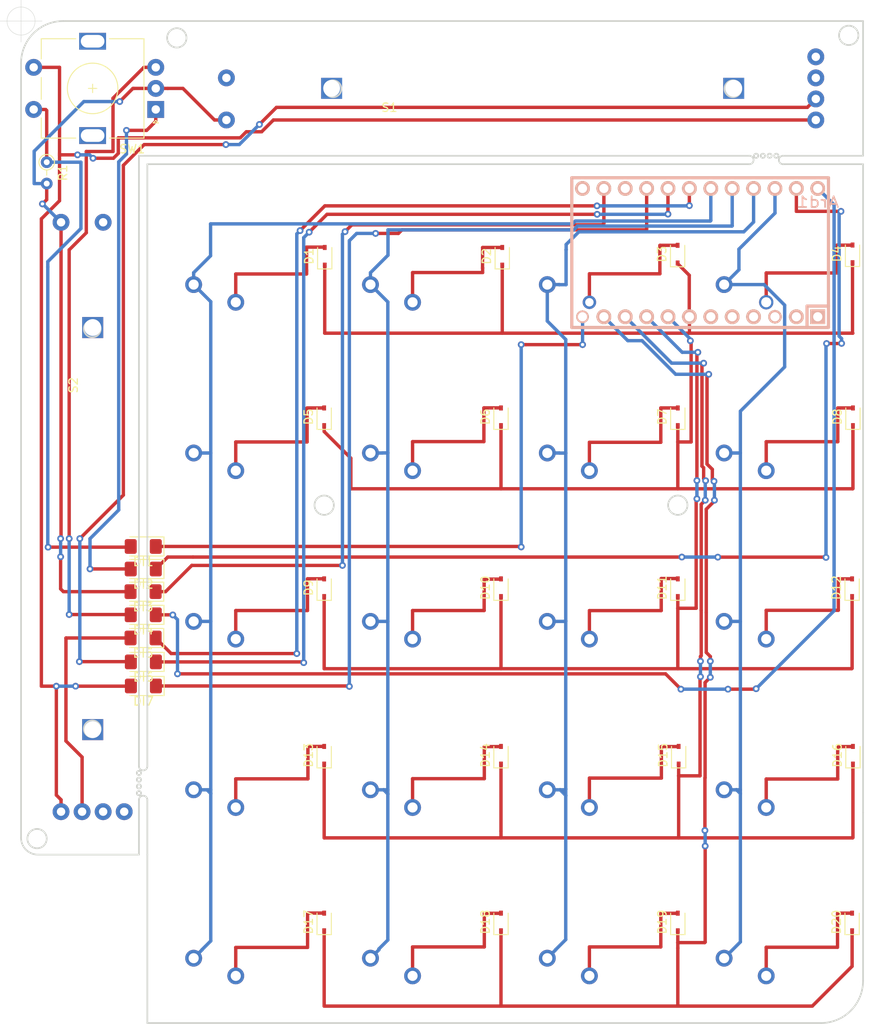
<source format=kicad_pcb>
(kicad_pcb (version 20171130) (host pcbnew "(5.1.0)-1")

  (general
    (thickness 1.6)
    (drawings 194)
    (tracks 535)
    (zones 0)
    (modules 52)
    (nets 56)
  )

  (page A4)
  (layers
    (0 F.Cu signal)
    (31 B.Cu signal)
    (32 B.Adhes user)
    (33 F.Adhes user)
    (34 B.Paste user)
    (35 F.Paste user)
    (36 B.SilkS user)
    (37 F.SilkS user)
    (38 B.Mask user)
    (39 F.Mask user)
    (40 Dwgs.User user)
    (41 Cmts.User user)
    (42 Eco1.User user)
    (43 Eco2.User user)
    (44 Edge.Cuts user)
    (45 Margin user)
    (46 B.CrtYd user)
    (47 F.CrtYd user)
    (48 B.Fab user)
    (49 F.Fab user)
  )

  (setup
    (last_trace_width 0.4)
    (trace_clearance 0.2)
    (zone_clearance 0.508)
    (zone_45_only no)
    (trace_min 0.4)
    (via_size 0.8)
    (via_drill 0.4)
    (via_min_size 0.4)
    (via_min_drill 0.3)
    (uvia_size 0.3)
    (uvia_drill 0.1)
    (uvias_allowed no)
    (uvia_min_size 0.2)
    (uvia_min_drill 0.1)
    (edge_width 0.05)
    (segment_width 0.2)
    (pcb_text_width 0.3)
    (pcb_text_size 1.5 1.5)
    (mod_edge_width 0.12)
    (mod_text_size 1 1)
    (mod_text_width 0.15)
    (pad_size 1.6 1.6)
    (pad_drill 1)
    (pad_to_mask_clearance 0.051)
    (solder_mask_min_width 0.25)
    (aux_axis_origin 0 0)
    (visible_elements 7FFFFFFF)
    (pcbplotparams
      (layerselection 0x010fc_ffffffff)
      (usegerberextensions false)
      (usegerberattributes false)
      (usegerberadvancedattributes false)
      (creategerberjobfile false)
      (excludeedgelayer true)
      (linewidth 0.100000)
      (plotframeref false)
      (viasonmask false)
      (mode 1)
      (useauxorigin false)
      (hpglpennumber 1)
      (hpglpenspeed 20)
      (hpglpendiameter 15.000000)
      (psnegative false)
      (psa4output false)
      (plotreference true)
      (plotvalue true)
      (plotinvisibletext false)
      (padsonsilk false)
      (subtractmaskfromsilk false)
      (outputformat 1)
      (mirror false)
      (drillshape 1)
      (scaleselection 1)
      (outputdirectory ""))
  )

  (net 0 "")
  (net 1 C4)
  (net 2 C3)
  (net 3 C2)
  (net 4 C1)
  (net 5 R2)
  (net 6 R1)
  (net 7 R3)
  (net 8 R4)
  (net 9 R5)
  (net 10 "Net-(Ard1-Pad1)")
  (net 11 "Net-(Ard1-Pad2)")
  (net 12 EnGNDC1)
  (net 13 "Net-(Ard1-Pad4)")
  (net 14 "Net-(Ard1-Pad5)")
  (net 15 "Net-(Ard1-Pad6)")
  (net 16 SwEn2)
  (net 17 "Net-(Ard1-Pad24)")
  (net 18 "Net-(Ard1-Pad22)")
  (net 19 S1)
  (net 20 S2)
  (net 21 S2-2)
  (net 22 EnPWMA)
  (net 23 EnPWMB)
  (net 24 "Net-(S1-Pad6)")
  (net 25 "Net-(S1-Pad4)")
  (net 26 "Net-(S1-Pad3)")
  (net 27 "Net-(S2-Pad3)")
  (net 28 "Net-(S2-Pad4)")
  (net 29 "Net-(S2-Pad6)")
  (net 30 "Net-(Ard1-Pad3)")
  (net 31 "Net-(D1-Pad2)")
  (net 32 "Net-(D2-Pad2)")
  (net 33 "Net-(D3-Pad2)")
  (net 34 "Net-(D4-Pad2)")
  (net 35 "Net-(D5-Pad2)")
  (net 36 "Net-(D6-Pad2)")
  (net 37 "Net-(D7-Pad2)")
  (net 38 "Net-(D8-Pad2)")
  (net 39 "Net-(D9-Pad2)")
  (net 40 "Net-(D10-Pad2)")
  (net 41 "Net-(D11-Pad2)")
  (net 42 "Net-(D12-Pad2)")
  (net 43 "Net-(D13-Pad2)")
  (net 44 "Net-(D14-Pad2)")
  (net 45 "Net-(D15-Pad2)")
  (net 46 "Net-(D16-Pad2)")
  (net 47 "Net-(D17-Pad2)")
  (net 48 "Net-(D18-Pad2)")
  (net 49 "Net-(D19-Pad2)")
  (net 50 "Net-(D20-Pad2)")
  (net 51 "Net-(DI1-Pad2)")
  (net 52 "Net-(DI2-Pad2)")
  (net 53 "Net-(DI4-Pad2)")
  (net 54 "Net-(DI5-Pad2)")
  (net 55 "Net-(DI6-Pad2)")

  (net_class Default "This is the default net class."
    (clearance 0.2)
    (trace_width 0.4)
    (via_dia 0.8)
    (via_drill 0.4)
    (uvia_dia 0.3)
    (uvia_drill 0.1)
    (diff_pair_width 0.4)
    (diff_pair_gap 0.25)
    (add_net C1)
    (add_net C2)
    (add_net C3)
    (add_net C4)
    (add_net EnGNDC1)
    (add_net EnPWMA)
    (add_net EnPWMB)
    (add_net "Net-(Ard1-Pad1)")
    (add_net "Net-(Ard1-Pad2)")
    (add_net "Net-(Ard1-Pad22)")
    (add_net "Net-(Ard1-Pad24)")
    (add_net "Net-(Ard1-Pad3)")
    (add_net "Net-(Ard1-Pad4)")
    (add_net "Net-(Ard1-Pad5)")
    (add_net "Net-(Ard1-Pad6)")
    (add_net "Net-(D1-Pad2)")
    (add_net "Net-(D10-Pad2)")
    (add_net "Net-(D11-Pad2)")
    (add_net "Net-(D12-Pad2)")
    (add_net "Net-(D13-Pad2)")
    (add_net "Net-(D14-Pad2)")
    (add_net "Net-(D15-Pad2)")
    (add_net "Net-(D16-Pad2)")
    (add_net "Net-(D17-Pad2)")
    (add_net "Net-(D18-Pad2)")
    (add_net "Net-(D19-Pad2)")
    (add_net "Net-(D2-Pad2)")
    (add_net "Net-(D20-Pad2)")
    (add_net "Net-(D3-Pad2)")
    (add_net "Net-(D4-Pad2)")
    (add_net "Net-(D5-Pad2)")
    (add_net "Net-(D6-Pad2)")
    (add_net "Net-(D7-Pad2)")
    (add_net "Net-(D8-Pad2)")
    (add_net "Net-(D9-Pad2)")
    (add_net "Net-(DI1-Pad2)")
    (add_net "Net-(DI2-Pad2)")
    (add_net "Net-(DI4-Pad2)")
    (add_net "Net-(DI5-Pad2)")
    (add_net "Net-(DI6-Pad2)")
    (add_net "Net-(S1-Pad3)")
    (add_net "Net-(S1-Pad4)")
    (add_net "Net-(S1-Pad6)")
    (add_net "Net-(S2-Pad3)")
    (add_net "Net-(S2-Pad4)")
    (add_net "Net-(S2-Pad6)")
    (add_net R1)
    (add_net R2)
    (add_net R3)
    (add_net R4)
    (add_net R5)
    (add_net S1)
    (add_net S2)
    (add_net S2-2)
    (add_net SwEn2)
  )

  (module Keebio-Parts:Kailh-PG1350-1u-No-Clickhole-No-LED (layer F.Cu) (tedit 5C93C60D) (tstamp 5C9424AF)
    (at 76.47 137.47)
    (path /5CACF3B8)
    (fp_text reference U18 (at 0 -7.14375 180) (layer Dwgs.User)
      (effects (font (size 1.27 1.524) (thickness 0.2032)))
    )
    (fp_text value Kailhlowprofile (at 0 -5.08 180) (layer F.SilkS) hide
      (effects (font (size 1.27 1.524) (thickness 0.2032)))
    )
    (fp_line (start 6.9 6.9) (end -6.9 6.9) (layer Cmts.User) (width 0.1524))
    (fp_line (start -6.9 6.9) (end -6.9 -6.9) (layer Cmts.User) (width 0.1524))
    (fp_line (start -6.9 -6.9) (end 6.9 -6.9) (layer Cmts.User) (width 0.1524))
    (fp_line (start 6.9 -6.9) (end 6.9 6.9) (layer Cmts.User) (width 0.1524))
    (fp_line (start 9 8.5) (end -9 8.5) (layer Dwgs.User) (width 0.1524))
    (fp_line (start -9 8.5) (end -9 -8.5) (layer Dwgs.User) (width 0.1524))
    (fp_line (start -9 -8.5) (end 9 -8.5) (layer Dwgs.User) (width 0.1524))
    (fp_line (start 9 -8.5) (end 9 8.5) (layer Dwgs.User) (width 0.1524))
    (fp_line (start 7.5 7.5) (end -7.5 7.5) (layer Eco2.User) (width 0.1524))
    (fp_line (start -7.5 7.5) (end -7.5 -7.5) (layer Eco2.User) (width 0.1524))
    (fp_line (start -7.5 -7.5) (end 7.5 -7.5) (layer Eco2.User) (width 0.1524))
    (fp_line (start 7.5 -7.5) (end 7.5 7.5) (layer Eco2.User) (width 0.1524))
    (pad "" np_thru_hole circle (at 0 0 180) (size 3.4 3.4) (drill 3.4) (layers *.Cu))
    (pad 1 thru_hole circle (at 0 5.9 180) (size 2 2) (drill 1.2) (layers *.Cu *.Mask)
      (net 48 "Net-(D18-Pad2)"))
    (pad 2 thru_hole circle (at -5 3.8 41.9) (size 2 2) (drill 1.2) (layers *.Cu *.Mask)
      (net 3 C2))
    (pad "" np_thru_hole circle (at -5.5 0 180) (size 1.7 1.7) (drill 1.7) (layers *.Cu))
    (pad "" np_thru_hole circle (at 5.5 0 180) (size 1.7 1.7) (drill 1.7) (layers *.Cu))
    (model /Users/danny/Documents/proj/custom-keyboard/kicad-libs/3d_models/mx-switch.wrl
      (offset (xyz 7.4675998878479 7.4675998878479 5.943599910736085))
      (scale (xyz 0.4 0.4 0.4))
      (rotate (xyz 270 0 180))
    )
    (model /Users/danny/Documents/proj/custom-keyboard/kicad-libs/3d_models/SA-R3-1u.wrl
      (offset (xyz 0 0 11.93799982070923))
      (scale (xyz 0.394 0.394 0.394))
      (rotate (xyz 270 0 0))
    )
  )

  (module Keebio-Parts:Kailh-PG1350-1u-No-Clickhole-No-LED (layer F.Cu) (tedit 5C93C60D) (tstamp 5C9424D7)
    (at 55.47 137.47)
    (path /5CACF3B2)
    (fp_text reference U17 (at 0 -7.14375 180) (layer Dwgs.User)
      (effects (font (size 1.27 1.524) (thickness 0.2032)))
    )
    (fp_text value Kailhlowprofile (at 0 -5.08 180) (layer F.SilkS) hide
      (effects (font (size 1.27 1.524) (thickness 0.2032)))
    )
    (fp_line (start 6.9 6.9) (end -6.9 6.9) (layer Cmts.User) (width 0.1524))
    (fp_line (start -6.9 6.9) (end -6.9 -6.9) (layer Cmts.User) (width 0.1524))
    (fp_line (start -6.9 -6.9) (end 6.9 -6.9) (layer Cmts.User) (width 0.1524))
    (fp_line (start 6.9 -6.9) (end 6.9 6.9) (layer Cmts.User) (width 0.1524))
    (fp_line (start 9 8.5) (end -9 8.5) (layer Dwgs.User) (width 0.1524))
    (fp_line (start -9 8.5) (end -9 -8.5) (layer Dwgs.User) (width 0.1524))
    (fp_line (start -9 -8.5) (end 9 -8.5) (layer Dwgs.User) (width 0.1524))
    (fp_line (start 9 -8.5) (end 9 8.5) (layer Dwgs.User) (width 0.1524))
    (fp_line (start 7.5 7.5) (end -7.5 7.5) (layer Eco2.User) (width 0.1524))
    (fp_line (start -7.5 7.5) (end -7.5 -7.5) (layer Eco2.User) (width 0.1524))
    (fp_line (start -7.5 -7.5) (end 7.5 -7.5) (layer Eco2.User) (width 0.1524))
    (fp_line (start 7.5 -7.5) (end 7.5 7.5) (layer Eco2.User) (width 0.1524))
    (pad "" np_thru_hole circle (at 0 0 180) (size 3.4 3.4) (drill 3.4) (layers *.Cu))
    (pad 1 thru_hole circle (at 0 5.9 180) (size 2 2) (drill 1.2) (layers *.Cu *.Mask)
      (net 47 "Net-(D17-Pad2)"))
    (pad 2 thru_hole circle (at -5 3.8 41.9) (size 2 2) (drill 1.2) (layers *.Cu *.Mask)
      (net 4 C1))
    (pad "" np_thru_hole circle (at -5.5 0 180) (size 1.7 1.7) (drill 1.7) (layers *.Cu))
    (pad "" np_thru_hole circle (at 5.5 0 180) (size 1.7 1.7) (drill 1.7) (layers *.Cu))
    (model /Users/danny/Documents/proj/custom-keyboard/kicad-libs/3d_models/mx-switch.wrl
      (offset (xyz 7.4675998878479 7.4675998878479 5.943599910736085))
      (scale (xyz 0.4 0.4 0.4))
      (rotate (xyz 270 0 180))
    )
    (model /Users/danny/Documents/proj/custom-keyboard/kicad-libs/3d_models/SA-R3-1u.wrl
      (offset (xyz 0 0 11.93799982070923))
      (scale (xyz 0.394 0.394 0.394))
      (rotate (xyz 270 0 0))
    )
  )

  (module Keebio-Parts:Kailh-PG1350-1u-No-Clickhole-No-LED (layer F.Cu) (tedit 5C93C60D) (tstamp 5C942473)
    (at 97.47 137.47)
    (path /5CACF3BE)
    (fp_text reference U19 (at 0 -7.14375 180) (layer Dwgs.User)
      (effects (font (size 1.27 1.524) (thickness 0.2032)))
    )
    (fp_text value Kailhlowprofile (at 0 -5.08 180) (layer F.SilkS) hide
      (effects (font (size 1.27 1.524) (thickness 0.2032)))
    )
    (fp_line (start 6.9 6.9) (end -6.9 6.9) (layer Cmts.User) (width 0.1524))
    (fp_line (start -6.9 6.9) (end -6.9 -6.9) (layer Cmts.User) (width 0.1524))
    (fp_line (start -6.9 -6.9) (end 6.9 -6.9) (layer Cmts.User) (width 0.1524))
    (fp_line (start 6.9 -6.9) (end 6.9 6.9) (layer Cmts.User) (width 0.1524))
    (fp_line (start 9 8.5) (end -9 8.5) (layer Dwgs.User) (width 0.1524))
    (fp_line (start -9 8.5) (end -9 -8.5) (layer Dwgs.User) (width 0.1524))
    (fp_line (start -9 -8.5) (end 9 -8.5) (layer Dwgs.User) (width 0.1524))
    (fp_line (start 9 -8.5) (end 9 8.5) (layer Dwgs.User) (width 0.1524))
    (fp_line (start 7.5 7.5) (end -7.5 7.5) (layer Eco2.User) (width 0.1524))
    (fp_line (start -7.5 7.5) (end -7.5 -7.5) (layer Eco2.User) (width 0.1524))
    (fp_line (start -7.5 -7.5) (end 7.5 -7.5) (layer Eco2.User) (width 0.1524))
    (fp_line (start 7.5 -7.5) (end 7.5 7.5) (layer Eco2.User) (width 0.1524))
    (pad "" np_thru_hole circle (at 0 0 180) (size 3.4 3.4) (drill 3.4) (layers *.Cu))
    (pad 1 thru_hole circle (at 0 5.9 180) (size 2 2) (drill 1.2) (layers *.Cu *.Mask)
      (net 49 "Net-(D19-Pad2)"))
    (pad 2 thru_hole circle (at -5 3.8 41.9) (size 2 2) (drill 1.2) (layers *.Cu *.Mask)
      (net 2 C3))
    (pad "" np_thru_hole circle (at -5.5 0 180) (size 1.7 1.7) (drill 1.7) (layers *.Cu))
    (pad "" np_thru_hole circle (at 5.5 0 180) (size 1.7 1.7) (drill 1.7) (layers *.Cu))
    (model /Users/danny/Documents/proj/custom-keyboard/kicad-libs/3d_models/mx-switch.wrl
      (offset (xyz 7.4675998878479 7.4675998878479 5.943599910736085))
      (scale (xyz 0.4 0.4 0.4))
      (rotate (xyz 270 0 180))
    )
    (model /Users/danny/Documents/proj/custom-keyboard/kicad-libs/3d_models/SA-R3-1u.wrl
      (offset (xyz 0 0 11.93799982070923))
      (scale (xyz 0.394 0.394 0.394))
      (rotate (xyz 270 0 0))
    )
  )

  (module Keebio-Parts:Kailh-PG1350-1u-No-Clickhole-No-LED (layer F.Cu) (tedit 5C93C60D) (tstamp 5C942487)
    (at 118.47 137.47)
    (path /5CACF3C4)
    (fp_text reference U20 (at 0 -7.14375 180) (layer Dwgs.User)
      (effects (font (size 1.27 1.524) (thickness 0.2032)))
    )
    (fp_text value Kailhlowprofile (at 0 -5.08 180) (layer F.SilkS) hide
      (effects (font (size 1.27 1.524) (thickness 0.2032)))
    )
    (fp_line (start 6.9 6.9) (end -6.9 6.9) (layer Cmts.User) (width 0.1524))
    (fp_line (start -6.9 6.9) (end -6.9 -6.9) (layer Cmts.User) (width 0.1524))
    (fp_line (start -6.9 -6.9) (end 6.9 -6.9) (layer Cmts.User) (width 0.1524))
    (fp_line (start 6.9 -6.9) (end 6.9 6.9) (layer Cmts.User) (width 0.1524))
    (fp_line (start 9 8.5) (end -9 8.5) (layer Dwgs.User) (width 0.1524))
    (fp_line (start -9 8.5) (end -9 -8.5) (layer Dwgs.User) (width 0.1524))
    (fp_line (start -9 -8.5) (end 9 -8.5) (layer Dwgs.User) (width 0.1524))
    (fp_line (start 9 -8.5) (end 9 8.5) (layer Dwgs.User) (width 0.1524))
    (fp_line (start 7.5 7.5) (end -7.5 7.5) (layer Eco2.User) (width 0.1524))
    (fp_line (start -7.5 7.5) (end -7.5 -7.5) (layer Eco2.User) (width 0.1524))
    (fp_line (start -7.5 -7.5) (end 7.5 -7.5) (layer Eco2.User) (width 0.1524))
    (fp_line (start 7.5 -7.5) (end 7.5 7.5) (layer Eco2.User) (width 0.1524))
    (pad "" np_thru_hole circle (at 0 0 180) (size 3.4 3.4) (drill 3.4) (layers *.Cu))
    (pad 1 thru_hole circle (at 0 5.9 180) (size 2 2) (drill 1.2) (layers *.Cu *.Mask)
      (net 50 "Net-(D20-Pad2)"))
    (pad 2 thru_hole circle (at -5 3.8 41.9) (size 2 2) (drill 1.2) (layers *.Cu *.Mask)
      (net 1 C4))
    (pad "" np_thru_hole circle (at -5.5 0 180) (size 1.7 1.7) (drill 1.7) (layers *.Cu))
    (pad "" np_thru_hole circle (at 5.5 0 180) (size 1.7 1.7) (drill 1.7) (layers *.Cu))
    (model /Users/danny/Documents/proj/custom-keyboard/kicad-libs/3d_models/mx-switch.wrl
      (offset (xyz 7.4675998878479 7.4675998878479 5.943599910736085))
      (scale (xyz 0.4 0.4 0.4))
      (rotate (xyz 270 0 180))
    )
    (model /Users/danny/Documents/proj/custom-keyboard/kicad-libs/3d_models/SA-R3-1u.wrl
      (offset (xyz 0 0 11.93799982070923))
      (scale (xyz 0.394 0.394 0.394))
      (rotate (xyz 270 0 0))
    )
  )

  (module Diode_SMD:D_SOD-323 (layer F.Cu) (tedit 58641739) (tstamp 5C94210A)
    (at 86.97 136.97 90)
    (descr SOD-323)
    (tags SOD-323)
    (path /5C9D3C29)
    (attr smd)
    (fp_text reference D18 (at 0 -1.85 90) (layer F.SilkS)
      (effects (font (size 1 1) (thickness 0.15)))
    )
    (fp_text value 1N4148WS (at 0.1 1.9 90) (layer F.Fab)
      (effects (font (size 1 1) (thickness 0.15)))
    )
    (fp_line (start -1.5 -0.85) (end 1.05 -0.85) (layer F.SilkS) (width 0.12))
    (fp_line (start -1.5 0.85) (end 1.05 0.85) (layer F.SilkS) (width 0.12))
    (fp_line (start -1.6 -0.95) (end -1.6 0.95) (layer F.CrtYd) (width 0.05))
    (fp_line (start -1.6 0.95) (end 1.6 0.95) (layer F.CrtYd) (width 0.05))
    (fp_line (start 1.6 -0.95) (end 1.6 0.95) (layer F.CrtYd) (width 0.05))
    (fp_line (start -1.6 -0.95) (end 1.6 -0.95) (layer F.CrtYd) (width 0.05))
    (fp_line (start -0.9 -0.7) (end 0.9 -0.7) (layer F.Fab) (width 0.1))
    (fp_line (start 0.9 -0.7) (end 0.9 0.7) (layer F.Fab) (width 0.1))
    (fp_line (start 0.9 0.7) (end -0.9 0.7) (layer F.Fab) (width 0.1))
    (fp_line (start -0.9 0.7) (end -0.9 -0.7) (layer F.Fab) (width 0.1))
    (fp_line (start -0.3 -0.35) (end -0.3 0.35) (layer F.Fab) (width 0.1))
    (fp_line (start -0.3 0) (end -0.5 0) (layer F.Fab) (width 0.1))
    (fp_line (start -0.3 0) (end 0.2 -0.35) (layer F.Fab) (width 0.1))
    (fp_line (start 0.2 -0.35) (end 0.2 0.35) (layer F.Fab) (width 0.1))
    (fp_line (start 0.2 0.35) (end -0.3 0) (layer F.Fab) (width 0.1))
    (fp_line (start 0.2 0) (end 0.45 0) (layer F.Fab) (width 0.1))
    (fp_line (start -1.5 -0.85) (end -1.5 0.85) (layer F.SilkS) (width 0.12))
    (fp_text user %R (at 0 -1.85 90) (layer F.Fab)
      (effects (font (size 1 1) (thickness 0.15)))
    )
    (pad 2 smd rect (at 1.05 0 90) (size 0.6 0.45) (layers F.Cu F.Paste F.Mask)
      (net 48 "Net-(D18-Pad2)"))
    (pad 1 smd rect (at -1.05 0 90) (size 0.6 0.45) (layers F.Cu F.Paste F.Mask)
      (net 9 R5))
    (model ${KISYS3DMOD}/Diode_SMD.3dshapes/D_SOD-323.wrl
      (at (xyz 0 0 0))
      (scale (xyz 1 1 1))
      (rotate (xyz 0 0 0))
    )
  )

  (module Diode_SMD:D_SOD-323 (layer F.Cu) (tedit 58641739) (tstamp 5C9421EB)
    (at 107.97 136.97 90)
    (descr SOD-323)
    (tags SOD-323)
    (path /5C9D6D87)
    (attr smd)
    (fp_text reference D19 (at 0 -1.85 90) (layer F.SilkS)
      (effects (font (size 1 1) (thickness 0.15)))
    )
    (fp_text value 1N4148WS (at 0.1 1.9 90) (layer F.Fab)
      (effects (font (size 1 1) (thickness 0.15)))
    )
    (fp_line (start -1.5 -0.85) (end 1.05 -0.85) (layer F.SilkS) (width 0.12))
    (fp_line (start -1.5 0.85) (end 1.05 0.85) (layer F.SilkS) (width 0.12))
    (fp_line (start -1.6 -0.95) (end -1.6 0.95) (layer F.CrtYd) (width 0.05))
    (fp_line (start -1.6 0.95) (end 1.6 0.95) (layer F.CrtYd) (width 0.05))
    (fp_line (start 1.6 -0.95) (end 1.6 0.95) (layer F.CrtYd) (width 0.05))
    (fp_line (start -1.6 -0.95) (end 1.6 -0.95) (layer F.CrtYd) (width 0.05))
    (fp_line (start -0.9 -0.7) (end 0.9 -0.7) (layer F.Fab) (width 0.1))
    (fp_line (start 0.9 -0.7) (end 0.9 0.7) (layer F.Fab) (width 0.1))
    (fp_line (start 0.9 0.7) (end -0.9 0.7) (layer F.Fab) (width 0.1))
    (fp_line (start -0.9 0.7) (end -0.9 -0.7) (layer F.Fab) (width 0.1))
    (fp_line (start -0.3 -0.35) (end -0.3 0.35) (layer F.Fab) (width 0.1))
    (fp_line (start -0.3 0) (end -0.5 0) (layer F.Fab) (width 0.1))
    (fp_line (start -0.3 0) (end 0.2 -0.35) (layer F.Fab) (width 0.1))
    (fp_line (start 0.2 -0.35) (end 0.2 0.35) (layer F.Fab) (width 0.1))
    (fp_line (start 0.2 0.35) (end -0.3 0) (layer F.Fab) (width 0.1))
    (fp_line (start 0.2 0) (end 0.45 0) (layer F.Fab) (width 0.1))
    (fp_line (start -1.5 -0.85) (end -1.5 0.85) (layer F.SilkS) (width 0.12))
    (fp_text user %R (at 0 -1.85 90) (layer F.Fab)
      (effects (font (size 1 1) (thickness 0.15)))
    )
    (pad 2 smd rect (at 1.05 0 90) (size 0.6 0.45) (layers F.Cu F.Paste F.Mask)
      (net 49 "Net-(D19-Pad2)"))
    (pad 1 smd rect (at -1.05 0 90) (size 0.6 0.45) (layers F.Cu F.Paste F.Mask)
      (net 9 R5))
    (model ${KISYS3DMOD}/Diode_SMD.3dshapes/D_SOD-323.wrl
      (at (xyz 0 0 0))
      (scale (xyz 1 1 1))
      (rotate (xyz 0 0 0))
    )
  )

  (module Diode_SMD:D_SOD-323 (layer F.Cu) (tedit 58641739) (tstamp 5C9420F3)
    (at 128.67 136.97 90)
    (descr SOD-323)
    (tags SOD-323)
    (path /5C9D9D09)
    (attr smd)
    (fp_text reference D20 (at 0 -1.85 90) (layer F.SilkS)
      (effects (font (size 1 1) (thickness 0.15)))
    )
    (fp_text value 1N4148WS (at 0.1 1.9 90) (layer F.Fab)
      (effects (font (size 1 1) (thickness 0.15)))
    )
    (fp_line (start -1.5 -0.85) (end 1.05 -0.85) (layer F.SilkS) (width 0.12))
    (fp_line (start -1.5 0.85) (end 1.05 0.85) (layer F.SilkS) (width 0.12))
    (fp_line (start -1.6 -0.95) (end -1.6 0.95) (layer F.CrtYd) (width 0.05))
    (fp_line (start -1.6 0.95) (end 1.6 0.95) (layer F.CrtYd) (width 0.05))
    (fp_line (start 1.6 -0.95) (end 1.6 0.95) (layer F.CrtYd) (width 0.05))
    (fp_line (start -1.6 -0.95) (end 1.6 -0.95) (layer F.CrtYd) (width 0.05))
    (fp_line (start -0.9 -0.7) (end 0.9 -0.7) (layer F.Fab) (width 0.1))
    (fp_line (start 0.9 -0.7) (end 0.9 0.7) (layer F.Fab) (width 0.1))
    (fp_line (start 0.9 0.7) (end -0.9 0.7) (layer F.Fab) (width 0.1))
    (fp_line (start -0.9 0.7) (end -0.9 -0.7) (layer F.Fab) (width 0.1))
    (fp_line (start -0.3 -0.35) (end -0.3 0.35) (layer F.Fab) (width 0.1))
    (fp_line (start -0.3 0) (end -0.5 0) (layer F.Fab) (width 0.1))
    (fp_line (start -0.3 0) (end 0.2 -0.35) (layer F.Fab) (width 0.1))
    (fp_line (start 0.2 -0.35) (end 0.2 0.35) (layer F.Fab) (width 0.1))
    (fp_line (start 0.2 0.35) (end -0.3 0) (layer F.Fab) (width 0.1))
    (fp_line (start 0.2 0) (end 0.45 0) (layer F.Fab) (width 0.1))
    (fp_line (start -1.5 -0.85) (end -1.5 0.85) (layer F.SilkS) (width 0.12))
    (fp_text user %R (at 0 -1.85 90) (layer F.Fab)
      (effects (font (size 1 1) (thickness 0.15)))
    )
    (pad 2 smd rect (at 1.05 0 90) (size 0.6 0.45) (layers F.Cu F.Paste F.Mask)
      (net 50 "Net-(D20-Pad2)"))
    (pad 1 smd rect (at -1.05 0 90) (size 0.6 0.45) (layers F.Cu F.Paste F.Mask)
      (net 9 R5))
    (model ${KISYS3DMOD}/Diode_SMD.3dshapes/D_SOD-323.wrl
      (at (xyz 0 0 0))
      (scale (xyz 1 1 1))
      (rotate (xyz 0 0 0))
    )
  )

  (module Diode_SMD:D_SOD-323 (layer F.Cu) (tedit 58641739) (tstamp 5C942202)
    (at 65.97 136.97 90)
    (descr SOD-323)
    (tags SOD-323)
    (path /5C9D0C30)
    (attr smd)
    (fp_text reference D17 (at 0 -1.85 90) (layer F.SilkS)
      (effects (font (size 1 1) (thickness 0.15)))
    )
    (fp_text value 1N4148WS (at 0.1 1.9 90) (layer F.Fab)
      (effects (font (size 1 1) (thickness 0.15)))
    )
    (fp_line (start -1.5 -0.85) (end 1.05 -0.85) (layer F.SilkS) (width 0.12))
    (fp_line (start -1.5 0.85) (end 1.05 0.85) (layer F.SilkS) (width 0.12))
    (fp_line (start -1.6 -0.95) (end -1.6 0.95) (layer F.CrtYd) (width 0.05))
    (fp_line (start -1.6 0.95) (end 1.6 0.95) (layer F.CrtYd) (width 0.05))
    (fp_line (start 1.6 -0.95) (end 1.6 0.95) (layer F.CrtYd) (width 0.05))
    (fp_line (start -1.6 -0.95) (end 1.6 -0.95) (layer F.CrtYd) (width 0.05))
    (fp_line (start -0.9 -0.7) (end 0.9 -0.7) (layer F.Fab) (width 0.1))
    (fp_line (start 0.9 -0.7) (end 0.9 0.7) (layer F.Fab) (width 0.1))
    (fp_line (start 0.9 0.7) (end -0.9 0.7) (layer F.Fab) (width 0.1))
    (fp_line (start -0.9 0.7) (end -0.9 -0.7) (layer F.Fab) (width 0.1))
    (fp_line (start -0.3 -0.35) (end -0.3 0.35) (layer F.Fab) (width 0.1))
    (fp_line (start -0.3 0) (end -0.5 0) (layer F.Fab) (width 0.1))
    (fp_line (start -0.3 0) (end 0.2 -0.35) (layer F.Fab) (width 0.1))
    (fp_line (start 0.2 -0.35) (end 0.2 0.35) (layer F.Fab) (width 0.1))
    (fp_line (start 0.2 0.35) (end -0.3 0) (layer F.Fab) (width 0.1))
    (fp_line (start 0.2 0) (end 0.45 0) (layer F.Fab) (width 0.1))
    (fp_line (start -1.5 -0.85) (end -1.5 0.85) (layer F.SilkS) (width 0.12))
    (fp_text user %R (at 0 -1.85 90) (layer F.Fab)
      (effects (font (size 1 1) (thickness 0.15)))
    )
    (pad 2 smd rect (at 1.05 0 90) (size 0.6 0.45) (layers F.Cu F.Paste F.Mask)
      (net 47 "Net-(D17-Pad2)"))
    (pad 1 smd rect (at -1.05 0 90) (size 0.6 0.45) (layers F.Cu F.Paste F.Mask)
      (net 9 R5))
    (model ${KISYS3DMOD}/Diode_SMD.3dshapes/D_SOD-323.wrl
      (at (xyz 0 0 0))
      (scale (xyz 1 1 1))
      (rotate (xyz 0 0 0))
    )
  )

  (module Keebio-Parts:Kailh-PG1350-1u-No-Clickhole-No-LED (layer F.Cu) (tedit 5C93C60D) (tstamp 5C942513)
    (at 55.47 117.47)
    (path /5CAC9274)
    (fp_text reference U13 (at 0 -7.14375 180) (layer Dwgs.User)
      (effects (font (size 1.27 1.524) (thickness 0.2032)))
    )
    (fp_text value Kailhlowprofile (at 0 -5.08 180) (layer F.SilkS) hide
      (effects (font (size 1.27 1.524) (thickness 0.2032)))
    )
    (fp_line (start 6.9 6.9) (end -6.9 6.9) (layer Cmts.User) (width 0.1524))
    (fp_line (start -6.9 6.9) (end -6.9 -6.9) (layer Cmts.User) (width 0.1524))
    (fp_line (start -6.9 -6.9) (end 6.9 -6.9) (layer Cmts.User) (width 0.1524))
    (fp_line (start 6.9 -6.9) (end 6.9 6.9) (layer Cmts.User) (width 0.1524))
    (fp_line (start 9 8.5) (end -9 8.5) (layer Dwgs.User) (width 0.1524))
    (fp_line (start -9 8.5) (end -9 -8.5) (layer Dwgs.User) (width 0.1524))
    (fp_line (start -9 -8.5) (end 9 -8.5) (layer Dwgs.User) (width 0.1524))
    (fp_line (start 9 -8.5) (end 9 8.5) (layer Dwgs.User) (width 0.1524))
    (fp_line (start 7.5 7.5) (end -7.5 7.5) (layer Eco2.User) (width 0.1524))
    (fp_line (start -7.5 7.5) (end -7.5 -7.5) (layer Eco2.User) (width 0.1524))
    (fp_line (start -7.5 -7.5) (end 7.5 -7.5) (layer Eco2.User) (width 0.1524))
    (fp_line (start 7.5 -7.5) (end 7.5 7.5) (layer Eco2.User) (width 0.1524))
    (pad "" np_thru_hole circle (at 0 0 180) (size 3.4 3.4) (drill 3.4) (layers *.Cu))
    (pad 1 thru_hole circle (at 0 5.9 180) (size 2 2) (drill 1.2) (layers *.Cu *.Mask)
      (net 43 "Net-(D13-Pad2)"))
    (pad 2 thru_hole circle (at -5 3.8 41.9) (size 2 2) (drill 1.2) (layers *.Cu *.Mask)
      (net 4 C1))
    (pad "" np_thru_hole circle (at -5.5 0 180) (size 1.7 1.7) (drill 1.7) (layers *.Cu))
    (pad "" np_thru_hole circle (at 5.5 0 180) (size 1.7 1.7) (drill 1.7) (layers *.Cu))
    (model /Users/danny/Documents/proj/custom-keyboard/kicad-libs/3d_models/mx-switch.wrl
      (offset (xyz 7.4675998878479 7.4675998878479 5.943599910736085))
      (scale (xyz 0.4 0.4 0.4))
      (rotate (xyz 270 0 180))
    )
    (model /Users/danny/Documents/proj/custom-keyboard/kicad-libs/3d_models/SA-R3-1u.wrl
      (offset (xyz 0 0 11.93799982070923))
      (scale (xyz 0.394 0.394 0.394))
      (rotate (xyz 270 0 0))
    )
  )

  (module Keebio-Parts:Kailh-PG1350-1u-No-Clickhole-No-LED (layer F.Cu) (tedit 5C93C60D) (tstamp 5C9424FF)
    (at 118.47 117.47)
    (path /5CAC9286)
    (fp_text reference U16 (at 0 -7.14375 180) (layer Dwgs.User)
      (effects (font (size 1.27 1.524) (thickness 0.2032)))
    )
    (fp_text value Kailhlowprofile (at 0 -5.08 180) (layer F.SilkS) hide
      (effects (font (size 1.27 1.524) (thickness 0.2032)))
    )
    (fp_line (start 6.9 6.9) (end -6.9 6.9) (layer Cmts.User) (width 0.1524))
    (fp_line (start -6.9 6.9) (end -6.9 -6.9) (layer Cmts.User) (width 0.1524))
    (fp_line (start -6.9 -6.9) (end 6.9 -6.9) (layer Cmts.User) (width 0.1524))
    (fp_line (start 6.9 -6.9) (end 6.9 6.9) (layer Cmts.User) (width 0.1524))
    (fp_line (start 9 8.5) (end -9 8.5) (layer Dwgs.User) (width 0.1524))
    (fp_line (start -9 8.5) (end -9 -8.5) (layer Dwgs.User) (width 0.1524))
    (fp_line (start -9 -8.5) (end 9 -8.5) (layer Dwgs.User) (width 0.1524))
    (fp_line (start 9 -8.5) (end 9 8.5) (layer Dwgs.User) (width 0.1524))
    (fp_line (start 7.5 7.5) (end -7.5 7.5) (layer Eco2.User) (width 0.1524))
    (fp_line (start -7.5 7.5) (end -7.5 -7.5) (layer Eco2.User) (width 0.1524))
    (fp_line (start -7.5 -7.5) (end 7.5 -7.5) (layer Eco2.User) (width 0.1524))
    (fp_line (start 7.5 -7.5) (end 7.5 7.5) (layer Eco2.User) (width 0.1524))
    (pad "" np_thru_hole circle (at 0 0 180) (size 3.4 3.4) (drill 3.4) (layers *.Cu))
    (pad 1 thru_hole circle (at 0 5.9 180) (size 2 2) (drill 1.2) (layers *.Cu *.Mask)
      (net 46 "Net-(D16-Pad2)"))
    (pad 2 thru_hole circle (at -5 3.8 41.9) (size 2 2) (drill 1.2) (layers *.Cu *.Mask)
      (net 1 C4))
    (pad "" np_thru_hole circle (at -5.5 0 180) (size 1.7 1.7) (drill 1.7) (layers *.Cu))
    (pad "" np_thru_hole circle (at 5.5 0 180) (size 1.7 1.7) (drill 1.7) (layers *.Cu))
    (model /Users/danny/Documents/proj/custom-keyboard/kicad-libs/3d_models/mx-switch.wrl
      (offset (xyz 7.4675998878479 7.4675998878479 5.943599910736085))
      (scale (xyz 0.4 0.4 0.4))
      (rotate (xyz 270 0 180))
    )
    (model /Users/danny/Documents/proj/custom-keyboard/kicad-libs/3d_models/SA-R3-1u.wrl
      (offset (xyz 0 0 11.93799982070923))
      (scale (xyz 0.394 0.394 0.394))
      (rotate (xyz 270 0 0))
    )
  )

  (module Keebio-Parts:Kailh-PG1350-1u-No-Clickhole-No-LED (layer F.Cu) (tedit 5C93C60D) (tstamp 5C9424EB)
    (at 118.47 97.47)
    (path /5CAC310B)
    (fp_text reference U12 (at 0 -7.14375 180) (layer Dwgs.User)
      (effects (font (size 1.27 1.524) (thickness 0.2032)))
    )
    (fp_text value Kailhlowprofile (at 0 -5.08 180) (layer F.SilkS) hide
      (effects (font (size 1.27 1.524) (thickness 0.2032)))
    )
    (fp_line (start 6.9 6.9) (end -6.9 6.9) (layer Cmts.User) (width 0.1524))
    (fp_line (start -6.9 6.9) (end -6.9 -6.9) (layer Cmts.User) (width 0.1524))
    (fp_line (start -6.9 -6.9) (end 6.9 -6.9) (layer Cmts.User) (width 0.1524))
    (fp_line (start 6.9 -6.9) (end 6.9 6.9) (layer Cmts.User) (width 0.1524))
    (fp_line (start 9 8.5) (end -9 8.5) (layer Dwgs.User) (width 0.1524))
    (fp_line (start -9 8.5) (end -9 -8.5) (layer Dwgs.User) (width 0.1524))
    (fp_line (start -9 -8.5) (end 9 -8.5) (layer Dwgs.User) (width 0.1524))
    (fp_line (start 9 -8.5) (end 9 8.5) (layer Dwgs.User) (width 0.1524))
    (fp_line (start 7.5 7.5) (end -7.5 7.5) (layer Eco2.User) (width 0.1524))
    (fp_line (start -7.5 7.5) (end -7.5 -7.5) (layer Eco2.User) (width 0.1524))
    (fp_line (start -7.5 -7.5) (end 7.5 -7.5) (layer Eco2.User) (width 0.1524))
    (fp_line (start 7.5 -7.5) (end 7.5 7.5) (layer Eco2.User) (width 0.1524))
    (pad "" np_thru_hole circle (at 0 0 180) (size 3.4 3.4) (drill 3.4) (layers *.Cu))
    (pad 1 thru_hole circle (at 0 5.9 180) (size 2 2) (drill 1.2) (layers *.Cu *.Mask)
      (net 42 "Net-(D12-Pad2)"))
    (pad 2 thru_hole circle (at -5 3.8 41.9) (size 2 2) (drill 1.2) (layers *.Cu *.Mask)
      (net 1 C4))
    (pad "" np_thru_hole circle (at -5.5 0 180) (size 1.7 1.7) (drill 1.7) (layers *.Cu))
    (pad "" np_thru_hole circle (at 5.5 0 180) (size 1.7 1.7) (drill 1.7) (layers *.Cu))
    (model /Users/danny/Documents/proj/custom-keyboard/kicad-libs/3d_models/mx-switch.wrl
      (offset (xyz 7.4675998878479 7.4675998878479 5.943599910736085))
      (scale (xyz 0.4 0.4 0.4))
      (rotate (xyz 270 0 180))
    )
    (model /Users/danny/Documents/proj/custom-keyboard/kicad-libs/3d_models/SA-R3-1u.wrl
      (offset (xyz 0 0 11.93799982070923))
      (scale (xyz 0.394 0.394 0.394))
      (rotate (xyz 270 0 0))
    )
  )

  (module Keebio-Parts:Kailh-PG1350-1u-No-Clickhole-No-LED (layer F.Cu) (tedit 5C93C60D) (tstamp 5C9424C3)
    (at 76.47 117.47)
    (path /5CAC927A)
    (fp_text reference U14 (at 0 -7.14375 180) (layer Dwgs.User)
      (effects (font (size 1.27 1.524) (thickness 0.2032)))
    )
    (fp_text value Kailhlowprofile (at 0 -5.08 180) (layer F.SilkS) hide
      (effects (font (size 1.27 1.524) (thickness 0.2032)))
    )
    (fp_line (start 6.9 6.9) (end -6.9 6.9) (layer Cmts.User) (width 0.1524))
    (fp_line (start -6.9 6.9) (end -6.9 -6.9) (layer Cmts.User) (width 0.1524))
    (fp_line (start -6.9 -6.9) (end 6.9 -6.9) (layer Cmts.User) (width 0.1524))
    (fp_line (start 6.9 -6.9) (end 6.9 6.9) (layer Cmts.User) (width 0.1524))
    (fp_line (start 9 8.5) (end -9 8.5) (layer Dwgs.User) (width 0.1524))
    (fp_line (start -9 8.5) (end -9 -8.5) (layer Dwgs.User) (width 0.1524))
    (fp_line (start -9 -8.5) (end 9 -8.5) (layer Dwgs.User) (width 0.1524))
    (fp_line (start 9 -8.5) (end 9 8.5) (layer Dwgs.User) (width 0.1524))
    (fp_line (start 7.5 7.5) (end -7.5 7.5) (layer Eco2.User) (width 0.1524))
    (fp_line (start -7.5 7.5) (end -7.5 -7.5) (layer Eco2.User) (width 0.1524))
    (fp_line (start -7.5 -7.5) (end 7.5 -7.5) (layer Eco2.User) (width 0.1524))
    (fp_line (start 7.5 -7.5) (end 7.5 7.5) (layer Eco2.User) (width 0.1524))
    (pad "" np_thru_hole circle (at 0 0 180) (size 3.4 3.4) (drill 3.4) (layers *.Cu))
    (pad 1 thru_hole circle (at 0 5.9 180) (size 2 2) (drill 1.2) (layers *.Cu *.Mask)
      (net 44 "Net-(D14-Pad2)"))
    (pad 2 thru_hole circle (at -5 3.8 41.9) (size 2 2) (drill 1.2) (layers *.Cu *.Mask)
      (net 3 C2))
    (pad "" np_thru_hole circle (at -5.5 0 180) (size 1.7 1.7) (drill 1.7) (layers *.Cu))
    (pad "" np_thru_hole circle (at 5.5 0 180) (size 1.7 1.7) (drill 1.7) (layers *.Cu))
    (model /Users/danny/Documents/proj/custom-keyboard/kicad-libs/3d_models/mx-switch.wrl
      (offset (xyz 7.4675998878479 7.4675998878479 5.943599910736085))
      (scale (xyz 0.4 0.4 0.4))
      (rotate (xyz 270 0 180))
    )
    (model /Users/danny/Documents/proj/custom-keyboard/kicad-libs/3d_models/SA-R3-1u.wrl
      (offset (xyz 0 0 11.93799982070923))
      (scale (xyz 0.394 0.394 0.394))
      (rotate (xyz 270 0 0))
    )
  )

  (module Keebio-Parts:Kailh-PG1350-1u-No-Clickhole-No-LED (layer F.Cu) (tedit 5C93C60D) (tstamp 5C94249B)
    (at 97.47 117.47)
    (path /5CAC9280)
    (fp_text reference U15 (at 0 -7.14375 180) (layer Dwgs.User)
      (effects (font (size 1.27 1.524) (thickness 0.2032)))
    )
    (fp_text value Kailhlowprofile (at 0 -5.08 180) (layer F.SilkS) hide
      (effects (font (size 1.27 1.524) (thickness 0.2032)))
    )
    (fp_line (start 6.9 6.9) (end -6.9 6.9) (layer Cmts.User) (width 0.1524))
    (fp_line (start -6.9 6.9) (end -6.9 -6.9) (layer Cmts.User) (width 0.1524))
    (fp_line (start -6.9 -6.9) (end 6.9 -6.9) (layer Cmts.User) (width 0.1524))
    (fp_line (start 6.9 -6.9) (end 6.9 6.9) (layer Cmts.User) (width 0.1524))
    (fp_line (start 9 8.5) (end -9 8.5) (layer Dwgs.User) (width 0.1524))
    (fp_line (start -9 8.5) (end -9 -8.5) (layer Dwgs.User) (width 0.1524))
    (fp_line (start -9 -8.5) (end 9 -8.5) (layer Dwgs.User) (width 0.1524))
    (fp_line (start 9 -8.5) (end 9 8.5) (layer Dwgs.User) (width 0.1524))
    (fp_line (start 7.5 7.5) (end -7.5 7.5) (layer Eco2.User) (width 0.1524))
    (fp_line (start -7.5 7.5) (end -7.5 -7.5) (layer Eco2.User) (width 0.1524))
    (fp_line (start -7.5 -7.5) (end 7.5 -7.5) (layer Eco2.User) (width 0.1524))
    (fp_line (start 7.5 -7.5) (end 7.5 7.5) (layer Eco2.User) (width 0.1524))
    (pad "" np_thru_hole circle (at 0 0 180) (size 3.4 3.4) (drill 3.4) (layers *.Cu))
    (pad 1 thru_hole circle (at 0 5.9 180) (size 2 2) (drill 1.2) (layers *.Cu *.Mask)
      (net 45 "Net-(D15-Pad2)"))
    (pad 2 thru_hole circle (at -5 3.8 41.9) (size 2 2) (drill 1.2) (layers *.Cu *.Mask)
      (net 2 C3))
    (pad "" np_thru_hole circle (at -5.5 0 180) (size 1.7 1.7) (drill 1.7) (layers *.Cu))
    (pad "" np_thru_hole circle (at 5.5 0 180) (size 1.7 1.7) (drill 1.7) (layers *.Cu))
    (model /Users/danny/Documents/proj/custom-keyboard/kicad-libs/3d_models/mx-switch.wrl
      (offset (xyz 7.4675998878479 7.4675998878479 5.943599910736085))
      (scale (xyz 0.4 0.4 0.4))
      (rotate (xyz 270 0 180))
    )
    (model /Users/danny/Documents/proj/custom-keyboard/kicad-libs/3d_models/SA-R3-1u.wrl
      (offset (xyz 0 0 11.93799982070923))
      (scale (xyz 0.394 0.394 0.394))
      (rotate (xyz 270 0 0))
    )
  )

  (module Keebio-Parts:Kailh-PG1350-1u-No-Clickhole-No-LED (layer F.Cu) (tedit 5C93C60D) (tstamp 5C94245F)
    (at 118.47 77.47)
    (path /5CABEE92)
    (fp_text reference U8 (at 0 -7.14375 180) (layer Dwgs.User)
      (effects (font (size 1.27 1.524) (thickness 0.2032)))
    )
    (fp_text value Kailhlowprofile (at 0 -5.08 180) (layer F.SilkS) hide
      (effects (font (size 1.27 1.524) (thickness 0.2032)))
    )
    (fp_line (start 6.9 6.9) (end -6.9 6.9) (layer Cmts.User) (width 0.1524))
    (fp_line (start -6.9 6.9) (end -6.9 -6.9) (layer Cmts.User) (width 0.1524))
    (fp_line (start -6.9 -6.9) (end 6.9 -6.9) (layer Cmts.User) (width 0.1524))
    (fp_line (start 6.9 -6.9) (end 6.9 6.9) (layer Cmts.User) (width 0.1524))
    (fp_line (start 9 8.5) (end -9 8.5) (layer Dwgs.User) (width 0.1524))
    (fp_line (start -9 8.5) (end -9 -8.5) (layer Dwgs.User) (width 0.1524))
    (fp_line (start -9 -8.5) (end 9 -8.5) (layer Dwgs.User) (width 0.1524))
    (fp_line (start 9 -8.5) (end 9 8.5) (layer Dwgs.User) (width 0.1524))
    (fp_line (start 7.5 7.5) (end -7.5 7.5) (layer Eco2.User) (width 0.1524))
    (fp_line (start -7.5 7.5) (end -7.5 -7.5) (layer Eco2.User) (width 0.1524))
    (fp_line (start -7.5 -7.5) (end 7.5 -7.5) (layer Eco2.User) (width 0.1524))
    (fp_line (start 7.5 -7.5) (end 7.5 7.5) (layer Eco2.User) (width 0.1524))
    (pad "" np_thru_hole circle (at 0 0 180) (size 3.4 3.4) (drill 3.4) (layers *.Cu))
    (pad 1 thru_hole circle (at 0 5.9 180) (size 2 2) (drill 1.2) (layers *.Cu *.Mask)
      (net 38 "Net-(D8-Pad2)"))
    (pad 2 thru_hole circle (at -5 3.8 41.9) (size 2 2) (drill 1.2) (layers *.Cu *.Mask)
      (net 1 C4))
    (pad "" np_thru_hole circle (at -5.5 0 180) (size 1.7 1.7) (drill 1.7) (layers *.Cu))
    (pad "" np_thru_hole circle (at 5.5 0 180) (size 1.7 1.7) (drill 1.7) (layers *.Cu))
    (model /Users/danny/Documents/proj/custom-keyboard/kicad-libs/3d_models/mx-switch.wrl
      (offset (xyz 7.4675998878479 7.4675998878479 5.943599910736085))
      (scale (xyz 0.4 0.4 0.4))
      (rotate (xyz 270 0 180))
    )
    (model /Users/danny/Documents/proj/custom-keyboard/kicad-libs/3d_models/SA-R3-1u.wrl
      (offset (xyz 0 0 11.93799982070923))
      (scale (xyz 0.394 0.394 0.394))
      (rotate (xyz 270 0 0))
    )
  )

  (module Keebio-Parts:Kailh-PG1350-1u-No-Clickhole-No-LED (layer F.Cu) (tedit 5C94F1CA) (tstamp 5C94244B)
    (at 97.47 57.47)
    (path /5C9125DA)
    (fp_text reference U3 (at 0 -7.14375 180) (layer Dwgs.User)
      (effects (font (size 1.27 1.524) (thickness 0.2032)))
    )
    (fp_text value Kailhlowprofile (at 0 -5.08 180) (layer F.SilkS) hide
      (effects (font (size 1.27 1.524) (thickness 0.2032)))
    )
    (fp_line (start 6.9 6.9) (end -6.9 6.9) (layer Cmts.User) (width 0.1524))
    (fp_line (start -6.9 6.9) (end -6.9 -6.9) (layer Cmts.User) (width 0.1524))
    (fp_line (start -6.9 -6.9) (end 6.9 -6.9) (layer Cmts.User) (width 0.1524))
    (fp_line (start 6.9 -6.9) (end 6.9 6.9) (layer Cmts.User) (width 0.1524))
    (fp_line (start 9 8.5) (end -9 8.5) (layer Dwgs.User) (width 0.1524))
    (fp_line (start -9 8.5) (end -9 -8.5) (layer Dwgs.User) (width 0.1524))
    (fp_line (start -9 -8.5) (end 9 -8.5) (layer Dwgs.User) (width 0.1524))
    (fp_line (start 9 -8.5) (end 9 8.5) (layer Dwgs.User) (width 0.1524))
    (fp_line (start 7.5 7.5) (end -7.5 7.5) (layer Eco2.User) (width 0.1524))
    (fp_line (start -7.5 7.5) (end -7.5 -7.5) (layer Eco2.User) (width 0.1524))
    (fp_line (start -7.5 -7.5) (end 7.5 -7.5) (layer Eco2.User) (width 0.1524))
    (fp_line (start 7.5 -7.5) (end 7.5 7.5) (layer Eco2.User) (width 0.1524))
    (pad "" np_thru_hole circle (at 0 0 180) (size 3.4 3.4) (drill 3.4) (layers *.Cu))
    (pad 1 thru_hole circle (at 0 5.9 180) (size 1.6 1.6) (drill 1) (layers *.Cu *.Mask)
      (net 33 "Net-(D3-Pad2)"))
    (pad 2 thru_hole circle (at -5 3.8 41.9) (size 2 2) (drill 1.2) (layers *.Cu *.Mask)
      (net 2 C3))
    (pad "" np_thru_hole circle (at -5.5 0 180) (size 1.7 1.7) (drill 1.7) (layers *.Cu))
    (pad "" np_thru_hole circle (at 5.5 0 180) (size 1.7 1.7) (drill 1.7) (layers *.Cu))
    (model /Users/danny/Documents/proj/custom-keyboard/kicad-libs/3d_models/mx-switch.wrl
      (offset (xyz 7.4675998878479 7.4675998878479 5.943599910736085))
      (scale (xyz 0.4 0.4 0.4))
      (rotate (xyz 270 0 180))
    )
    (model /Users/danny/Documents/proj/custom-keyboard/kicad-libs/3d_models/SA-R3-1u.wrl
      (offset (xyz 0 0 11.93799982070923))
      (scale (xyz 0.394 0.394 0.394))
      (rotate (xyz 270 0 0))
    )
  )

  (module Keebio-Parts:Kailh-PG1350-1u-No-Clickhole-No-LED (layer F.Cu) (tedit 5C93C60D) (tstamp 5C942437)
    (at 55.47 97.47)
    (path /5CAC30F9)
    (fp_text reference U9 (at 0 -7.14375 180) (layer Dwgs.User)
      (effects (font (size 1.27 1.524) (thickness 0.2032)))
    )
    (fp_text value Kailhlowprofile (at 0 -5.08 180) (layer F.SilkS) hide
      (effects (font (size 1.27 1.524) (thickness 0.2032)))
    )
    (fp_line (start 6.9 6.9) (end -6.9 6.9) (layer Cmts.User) (width 0.1524))
    (fp_line (start -6.9 6.9) (end -6.9 -6.9) (layer Cmts.User) (width 0.1524))
    (fp_line (start -6.9 -6.9) (end 6.9 -6.9) (layer Cmts.User) (width 0.1524))
    (fp_line (start 6.9 -6.9) (end 6.9 6.9) (layer Cmts.User) (width 0.1524))
    (fp_line (start 9 8.5) (end -9 8.5) (layer Dwgs.User) (width 0.1524))
    (fp_line (start -9 8.5) (end -9 -8.5) (layer Dwgs.User) (width 0.1524))
    (fp_line (start -9 -8.5) (end 9 -8.5) (layer Dwgs.User) (width 0.1524))
    (fp_line (start 9 -8.5) (end 9 8.5) (layer Dwgs.User) (width 0.1524))
    (fp_line (start 7.5 7.5) (end -7.5 7.5) (layer Eco2.User) (width 0.1524))
    (fp_line (start -7.5 7.5) (end -7.5 -7.5) (layer Eco2.User) (width 0.1524))
    (fp_line (start -7.5 -7.5) (end 7.5 -7.5) (layer Eco2.User) (width 0.1524))
    (fp_line (start 7.5 -7.5) (end 7.5 7.5) (layer Eco2.User) (width 0.1524))
    (pad "" np_thru_hole circle (at 0 0 180) (size 3.4 3.4) (drill 3.4) (layers *.Cu))
    (pad 1 thru_hole circle (at 0 5.9 180) (size 2 2) (drill 1.2) (layers *.Cu *.Mask)
      (net 39 "Net-(D9-Pad2)"))
    (pad 2 thru_hole circle (at -5 3.8 41.9) (size 2 2) (drill 1.2) (layers *.Cu *.Mask)
      (net 4 C1))
    (pad "" np_thru_hole circle (at -5.5 0 180) (size 1.7 1.7) (drill 1.7) (layers *.Cu))
    (pad "" np_thru_hole circle (at 5.5 0 180) (size 1.7 1.7) (drill 1.7) (layers *.Cu))
    (model /Users/danny/Documents/proj/custom-keyboard/kicad-libs/3d_models/mx-switch.wrl
      (offset (xyz 7.4675998878479 7.4675998878479 5.943599910736085))
      (scale (xyz 0.4 0.4 0.4))
      (rotate (xyz 270 0 180))
    )
    (model /Users/danny/Documents/proj/custom-keyboard/kicad-libs/3d_models/SA-R3-1u.wrl
      (offset (xyz 0 0 11.93799982070923))
      (scale (xyz 0.394 0.394 0.394))
      (rotate (xyz 270 0 0))
    )
  )

  (module Rotary_Encoder:RotaryEncoder_Alps_EC11E-Switch_Vertical_H20mm (layer F.Cu) (tedit 5A74C8CB) (tstamp 5C942412)
    (at 45.97 40.47 180)
    (descr "Alps rotary encoder, EC12E... with switch, vertical shaft, http://www.alps.com/prod/info/E/HTML/Encoder/Incremental/EC11/EC11E15204A3.html")
    (tags "rotary encoder")
    (path /5C98CFD1)
    (fp_text reference SW1 (at 2.8 -4.7 180) (layer F.SilkS)
      (effects (font (size 1 1) (thickness 0.15)))
    )
    (fp_text value Rotary_Encoder_Switch (at 7.5 10.4 180) (layer F.Fab)
      (effects (font (size 1 1) (thickness 0.15)))
    )
    (fp_text user %R (at 11.1 6.3 180) (layer F.Fab)
      (effects (font (size 1 1) (thickness 0.15)))
    )
    (fp_line (start 7 2.5) (end 8 2.5) (layer F.SilkS) (width 0.12))
    (fp_line (start 7.5 2) (end 7.5 3) (layer F.SilkS) (width 0.12))
    (fp_line (start 13.6 6) (end 13.6 8.4) (layer F.SilkS) (width 0.12))
    (fp_line (start 13.6 1.2) (end 13.6 3.8) (layer F.SilkS) (width 0.12))
    (fp_line (start 13.6 -3.4) (end 13.6 -1) (layer F.SilkS) (width 0.12))
    (fp_line (start 4.5 2.5) (end 10.5 2.5) (layer F.Fab) (width 0.12))
    (fp_line (start 7.5 -0.5) (end 7.5 5.5) (layer F.Fab) (width 0.12))
    (fp_line (start 0.3 -1.6) (end 0 -1.3) (layer F.SilkS) (width 0.12))
    (fp_line (start -0.3 -1.6) (end 0.3 -1.6) (layer F.SilkS) (width 0.12))
    (fp_line (start 0 -1.3) (end -0.3 -1.6) (layer F.SilkS) (width 0.12))
    (fp_line (start 1.4 -3.4) (end 1.4 8.4) (layer F.SilkS) (width 0.12))
    (fp_line (start 5.5 -3.4) (end 1.4 -3.4) (layer F.SilkS) (width 0.12))
    (fp_line (start 5.5 8.4) (end 1.4 8.4) (layer F.SilkS) (width 0.12))
    (fp_line (start 13.6 8.4) (end 9.5 8.4) (layer F.SilkS) (width 0.12))
    (fp_line (start 9.5 -3.4) (end 13.6 -3.4) (layer F.SilkS) (width 0.12))
    (fp_line (start 1.5 -2.2) (end 2.5 -3.3) (layer F.Fab) (width 0.12))
    (fp_line (start 1.5 8.3) (end 1.5 -2.2) (layer F.Fab) (width 0.12))
    (fp_line (start 13.5 8.3) (end 1.5 8.3) (layer F.Fab) (width 0.12))
    (fp_line (start 13.5 -3.3) (end 13.5 8.3) (layer F.Fab) (width 0.12))
    (fp_line (start 2.5 -3.3) (end 13.5 -3.3) (layer F.Fab) (width 0.12))
    (fp_line (start -1.5 -4.6) (end 16 -4.6) (layer F.CrtYd) (width 0.05))
    (fp_line (start -1.5 -4.6) (end -1.5 9.6) (layer F.CrtYd) (width 0.05))
    (fp_line (start 16 9.6) (end 16 -4.6) (layer F.CrtYd) (width 0.05))
    (fp_line (start 16 9.6) (end -1.5 9.6) (layer F.CrtYd) (width 0.05))
    (fp_circle (center 7.5 2.5) (end 10.5 2.5) (layer F.SilkS) (width 0.12))
    (fp_circle (center 7.5 2.5) (end 10.5 2.5) (layer F.Fab) (width 0.12))
    (pad S1 thru_hole circle (at 14.5 5 180) (size 2 2) (drill 1) (layers *.Cu *.Mask)
      (net 19 S1))
    (pad S2 thru_hole circle (at 14.5 0 180) (size 2 2) (drill 1) (layers *.Cu *.Mask)
      (net 51 "Net-(DI1-Pad2)"))
    (pad MP thru_hole rect (at 7.5 8.1 180) (size 3.2 2) (drill oval 2.8 1.5) (layers *.Cu *.Mask))
    (pad MP thru_hole rect (at 7.5 -3.1 180) (size 3.2 2) (drill oval 2.8 1.5) (layers *.Cu *.Mask))
    (pad B thru_hole circle (at 0 5 180) (size 2 2) (drill 1) (layers *.Cu *.Mask)
      (net 53 "Net-(DI4-Pad2)"))
    (pad C thru_hole circle (at 0 2.5 180) (size 2 2) (drill 1) (layers *.Cu *.Mask)
      (net 12 EnGNDC1))
    (pad A thru_hole rect (at 0 0 180) (size 2 2) (drill 1) (layers *.Cu *.Mask)
      (net 52 "Net-(DI2-Pad2)"))
    (model ${KISYS3DMOD}/Rotary_Encoder.3dshapes/RotaryEncoder_Alps_EC11E-Switch_Vertical_H20mm.wrl
      (at (xyz 0 0 0))
      (scale (xyz 1 1 1))
      (rotate (xyz 0 0 0))
    )
  )

  (module Keebio-Parts:Kailh-PG1350-1u-No-Clickhole-No-LED (layer F.Cu) (tedit 5C93C60D) (tstamp 5C9423FE)
    (at 55.47 77.47)
    (path /5CABEE80)
    (fp_text reference U5 (at 0 -7.14375 180) (layer Dwgs.User)
      (effects (font (size 1.27 1.524) (thickness 0.2032)))
    )
    (fp_text value Kailhlowprofile (at 0 -5.08 180) (layer F.SilkS) hide
      (effects (font (size 1.27 1.524) (thickness 0.2032)))
    )
    (fp_line (start 6.9 6.9) (end -6.9 6.9) (layer Cmts.User) (width 0.1524))
    (fp_line (start -6.9 6.9) (end -6.9 -6.9) (layer Cmts.User) (width 0.1524))
    (fp_line (start -6.9 -6.9) (end 6.9 -6.9) (layer Cmts.User) (width 0.1524))
    (fp_line (start 6.9 -6.9) (end 6.9 6.9) (layer Cmts.User) (width 0.1524))
    (fp_line (start 9 8.5) (end -9 8.5) (layer Dwgs.User) (width 0.1524))
    (fp_line (start -9 8.5) (end -9 -8.5) (layer Dwgs.User) (width 0.1524))
    (fp_line (start -9 -8.5) (end 9 -8.5) (layer Dwgs.User) (width 0.1524))
    (fp_line (start 9 -8.5) (end 9 8.5) (layer Dwgs.User) (width 0.1524))
    (fp_line (start 7.5 7.5) (end -7.5 7.5) (layer Eco2.User) (width 0.1524))
    (fp_line (start -7.5 7.5) (end -7.5 -7.5) (layer Eco2.User) (width 0.1524))
    (fp_line (start -7.5 -7.5) (end 7.5 -7.5) (layer Eco2.User) (width 0.1524))
    (fp_line (start 7.5 -7.5) (end 7.5 7.5) (layer Eco2.User) (width 0.1524))
    (pad "" np_thru_hole circle (at 0 0 180) (size 3.4 3.4) (drill 3.4) (layers *.Cu))
    (pad 1 thru_hole circle (at 0 5.9 180) (size 2 2) (drill 1.2) (layers *.Cu *.Mask)
      (net 35 "Net-(D5-Pad2)"))
    (pad 2 thru_hole circle (at -5 3.8 41.9) (size 2 2) (drill 1.2) (layers *.Cu *.Mask)
      (net 4 C1))
    (pad "" np_thru_hole circle (at -5.5 0 180) (size 1.7 1.7) (drill 1.7) (layers *.Cu))
    (pad "" np_thru_hole circle (at 5.5 0 180) (size 1.7 1.7) (drill 1.7) (layers *.Cu))
    (model /Users/danny/Documents/proj/custom-keyboard/kicad-libs/3d_models/mx-switch.wrl
      (offset (xyz 7.4675998878479 7.4675998878479 5.943599910736085))
      (scale (xyz 0.4 0.4 0.4))
      (rotate (xyz 270 0 180))
    )
    (model /Users/danny/Documents/proj/custom-keyboard/kicad-libs/3d_models/SA-R3-1u.wrl
      (offset (xyz 0 0 11.93799982070923))
      (scale (xyz 0.394 0.394 0.394))
      (rotate (xyz 270 0 0))
    )
  )

  (module Keebio-Parts:Kailh-PG1350-1u-No-Clickhole-No-LED (layer F.Cu) (tedit 5C93C60D) (tstamp 5C9423EA)
    (at 97.47 97.47)
    (path /5CAC3105)
    (fp_text reference U11 (at 0 -7.14375 180) (layer Dwgs.User)
      (effects (font (size 1.27 1.524) (thickness 0.2032)))
    )
    (fp_text value Kailhlowprofile (at 0 -5.08 180) (layer F.SilkS) hide
      (effects (font (size 1.27 1.524) (thickness 0.2032)))
    )
    (fp_line (start 6.9 6.9) (end -6.9 6.9) (layer Cmts.User) (width 0.1524))
    (fp_line (start -6.9 6.9) (end -6.9 -6.9) (layer Cmts.User) (width 0.1524))
    (fp_line (start -6.9 -6.9) (end 6.9 -6.9) (layer Cmts.User) (width 0.1524))
    (fp_line (start 6.9 -6.9) (end 6.9 6.9) (layer Cmts.User) (width 0.1524))
    (fp_line (start 9 8.5) (end -9 8.5) (layer Dwgs.User) (width 0.1524))
    (fp_line (start -9 8.5) (end -9 -8.5) (layer Dwgs.User) (width 0.1524))
    (fp_line (start -9 -8.5) (end 9 -8.5) (layer Dwgs.User) (width 0.1524))
    (fp_line (start 9 -8.5) (end 9 8.5) (layer Dwgs.User) (width 0.1524))
    (fp_line (start 7.5 7.5) (end -7.5 7.5) (layer Eco2.User) (width 0.1524))
    (fp_line (start -7.5 7.5) (end -7.5 -7.5) (layer Eco2.User) (width 0.1524))
    (fp_line (start -7.5 -7.5) (end 7.5 -7.5) (layer Eco2.User) (width 0.1524))
    (fp_line (start 7.5 -7.5) (end 7.5 7.5) (layer Eco2.User) (width 0.1524))
    (pad "" np_thru_hole circle (at 0 0 180) (size 3.4 3.4) (drill 3.4) (layers *.Cu))
    (pad 1 thru_hole circle (at 0 5.9 180) (size 2 2) (drill 1.2) (layers *.Cu *.Mask)
      (net 41 "Net-(D11-Pad2)"))
    (pad 2 thru_hole circle (at -5 3.8 41.9) (size 2 2) (drill 1.2) (layers *.Cu *.Mask)
      (net 2 C3))
    (pad "" np_thru_hole circle (at -5.5 0 180) (size 1.7 1.7) (drill 1.7) (layers *.Cu))
    (pad "" np_thru_hole circle (at 5.5 0 180) (size 1.7 1.7) (drill 1.7) (layers *.Cu))
    (model /Users/danny/Documents/proj/custom-keyboard/kicad-libs/3d_models/mx-switch.wrl
      (offset (xyz 7.4675998878479 7.4675998878479 5.943599910736085))
      (scale (xyz 0.4 0.4 0.4))
      (rotate (xyz 270 0 180))
    )
    (model /Users/danny/Documents/proj/custom-keyboard/kicad-libs/3d_models/SA-R3-1u.wrl
      (offset (xyz 0 0 11.93799982070923))
      (scale (xyz 0.394 0.394 0.394))
      (rotate (xyz 270 0 0))
    )
  )

  (module Keebio-Parts:Kailh-PG1350-1u-No-Clickhole-No-LED (layer F.Cu) (tedit 5C93C60D) (tstamp 5C9423D6)
    (at 55.47 57.47)
    (path /5C9116F0)
    (fp_text reference U1 (at 0 -7.14375 180) (layer Dwgs.User)
      (effects (font (size 1.27 1.524) (thickness 0.2032)))
    )
    (fp_text value Kailhlowprofile (at 0 -5.08 180) (layer F.SilkS) hide
      (effects (font (size 1.27 1.524) (thickness 0.2032)))
    )
    (fp_line (start 6.9 6.9) (end -6.9 6.9) (layer Cmts.User) (width 0.1524))
    (fp_line (start -6.9 6.9) (end -6.9 -6.9) (layer Cmts.User) (width 0.1524))
    (fp_line (start -6.9 -6.9) (end 6.9 -6.9) (layer Cmts.User) (width 0.1524))
    (fp_line (start 6.9 -6.9) (end 6.9 6.9) (layer Cmts.User) (width 0.1524))
    (fp_line (start 9 8.5) (end -9 8.5) (layer Dwgs.User) (width 0.1524))
    (fp_line (start -9 8.5) (end -9 -8.5) (layer Dwgs.User) (width 0.1524))
    (fp_line (start -9 -8.5) (end 9 -8.5) (layer Dwgs.User) (width 0.1524))
    (fp_line (start 9 -8.5) (end 9 8.5) (layer Dwgs.User) (width 0.1524))
    (fp_line (start 7.5 7.5) (end -7.5 7.5) (layer Eco2.User) (width 0.1524))
    (fp_line (start -7.5 7.5) (end -7.5 -7.5) (layer Eco2.User) (width 0.1524))
    (fp_line (start -7.5 -7.5) (end 7.5 -7.5) (layer Eco2.User) (width 0.1524))
    (fp_line (start 7.5 -7.5) (end 7.5 7.5) (layer Eco2.User) (width 0.1524))
    (pad "" np_thru_hole circle (at 0 0 180) (size 3.4 3.4) (drill 3.4) (layers *.Cu))
    (pad 1 thru_hole circle (at 0 5.9 180) (size 2 2) (drill 1.2) (layers *.Cu *.Mask)
      (net 31 "Net-(D1-Pad2)"))
    (pad 2 thru_hole circle (at -5 3.8 41.9) (size 2 2) (drill 1.2) (layers *.Cu *.Mask)
      (net 4 C1))
    (pad "" np_thru_hole circle (at -5.5 0 180) (size 1.7 1.7) (drill 1.7) (layers *.Cu))
    (pad "" np_thru_hole circle (at 5.5 0 180) (size 1.7 1.7) (drill 1.7) (layers *.Cu))
    (model /Users/danny/Documents/proj/custom-keyboard/kicad-libs/3d_models/mx-switch.wrl
      (offset (xyz 7.4675998878479 7.4675998878479 5.943599910736085))
      (scale (xyz 0.4 0.4 0.4))
      (rotate (xyz 270 0 180))
    )
    (model /Users/danny/Documents/proj/custom-keyboard/kicad-libs/3d_models/SA-R3-1u.wrl
      (offset (xyz 0 0 11.93799982070923))
      (scale (xyz 0.394 0.394 0.394))
      (rotate (xyz 270 0 0))
    )
  )

  (module Keebio-Parts:Kailh-PG1350-1u-No-Clickhole-No-LED (layer F.Cu) (tedit 5C93C60D) (tstamp 5C9423C2)
    (at 76.47 97.47)
    (path /5CAC30FF)
    (fp_text reference U10 (at 0 -7.14375 180) (layer Dwgs.User)
      (effects (font (size 1.27 1.524) (thickness 0.2032)))
    )
    (fp_text value Kailhlowprofile (at 0 -5.08 180) (layer F.SilkS) hide
      (effects (font (size 1.27 1.524) (thickness 0.2032)))
    )
    (fp_line (start 6.9 6.9) (end -6.9 6.9) (layer Cmts.User) (width 0.1524))
    (fp_line (start -6.9 6.9) (end -6.9 -6.9) (layer Cmts.User) (width 0.1524))
    (fp_line (start -6.9 -6.9) (end 6.9 -6.9) (layer Cmts.User) (width 0.1524))
    (fp_line (start 6.9 -6.9) (end 6.9 6.9) (layer Cmts.User) (width 0.1524))
    (fp_line (start 9 8.5) (end -9 8.5) (layer Dwgs.User) (width 0.1524))
    (fp_line (start -9 8.5) (end -9 -8.5) (layer Dwgs.User) (width 0.1524))
    (fp_line (start -9 -8.5) (end 9 -8.5) (layer Dwgs.User) (width 0.1524))
    (fp_line (start 9 -8.5) (end 9 8.5) (layer Dwgs.User) (width 0.1524))
    (fp_line (start 7.5 7.5) (end -7.5 7.5) (layer Eco2.User) (width 0.1524))
    (fp_line (start -7.5 7.5) (end -7.5 -7.5) (layer Eco2.User) (width 0.1524))
    (fp_line (start -7.5 -7.5) (end 7.5 -7.5) (layer Eco2.User) (width 0.1524))
    (fp_line (start 7.5 -7.5) (end 7.5 7.5) (layer Eco2.User) (width 0.1524))
    (pad "" np_thru_hole circle (at 0 0 180) (size 3.4 3.4) (drill 3.4) (layers *.Cu))
    (pad 1 thru_hole circle (at 0 5.9 180) (size 2 2) (drill 1.2) (layers *.Cu *.Mask)
      (net 40 "Net-(D10-Pad2)"))
    (pad 2 thru_hole circle (at -5 3.8 41.9) (size 2 2) (drill 1.2) (layers *.Cu *.Mask)
      (net 3 C2))
    (pad "" np_thru_hole circle (at -5.5 0 180) (size 1.7 1.7) (drill 1.7) (layers *.Cu))
    (pad "" np_thru_hole circle (at 5.5 0 180) (size 1.7 1.7) (drill 1.7) (layers *.Cu))
    (model /Users/danny/Documents/proj/custom-keyboard/kicad-libs/3d_models/mx-switch.wrl
      (offset (xyz 7.4675998878479 7.4675998878479 5.943599910736085))
      (scale (xyz 0.4 0.4 0.4))
      (rotate (xyz 270 0 180))
    )
    (model /Users/danny/Documents/proj/custom-keyboard/kicad-libs/3d_models/SA-R3-1u.wrl
      (offset (xyz 0 0 11.93799982070923))
      (scale (xyz 0.394 0.394 0.394))
      (rotate (xyz 270 0 0))
    )
  )

  (module Diode_SMD:D_1206_3216Metric_Pad1.42x1.75mm_HandSolder (layer F.Cu) (tedit 5B4B45C8) (tstamp 5C9423B0)
    (at 44.4825 100.49 180)
    (descr "Diode SMD 1206 (3216 Metric), square (rectangular) end terminal, IPC_7351 nominal, (Body size source: http://www.tortai-tech.com/upload/download/2011102023233369053.pdf), generated with kicad-footprint-generator")
    (tags "diode handsolder")
    (path /5CA89149)
    (attr smd)
    (fp_text reference DI4 (at 0 -1.82 180) (layer F.SilkS)
      (effects (font (size 1 1) (thickness 0.15)))
    )
    (fp_text value 1N4448WS (at 0 1.82 180) (layer F.Fab)
      (effects (font (size 1 1) (thickness 0.15)))
    )
    (fp_text user %R (at 0 0 180) (layer F.Fab)
      (effects (font (size 0.8 0.8) (thickness 0.12)))
    )
    (fp_line (start 2.45 1.12) (end -2.45 1.12) (layer F.CrtYd) (width 0.05))
    (fp_line (start 2.45 -1.12) (end 2.45 1.12) (layer F.CrtYd) (width 0.05))
    (fp_line (start -2.45 -1.12) (end 2.45 -1.12) (layer F.CrtYd) (width 0.05))
    (fp_line (start -2.45 1.12) (end -2.45 -1.12) (layer F.CrtYd) (width 0.05))
    (fp_line (start -2.46 1.135) (end 1.6 1.135) (layer F.SilkS) (width 0.12))
    (fp_line (start -2.46 -1.135) (end -2.46 1.135) (layer F.SilkS) (width 0.12))
    (fp_line (start 1.6 -1.135) (end -2.46 -1.135) (layer F.SilkS) (width 0.12))
    (fp_line (start 1.6 0.8) (end 1.6 -0.8) (layer F.Fab) (width 0.1))
    (fp_line (start -1.6 0.8) (end 1.6 0.8) (layer F.Fab) (width 0.1))
    (fp_line (start -1.6 -0.4) (end -1.6 0.8) (layer F.Fab) (width 0.1))
    (fp_line (start -1.2 -0.8) (end -1.6 -0.4) (layer F.Fab) (width 0.1))
    (fp_line (start 1.6 -0.8) (end -1.2 -0.8) (layer F.Fab) (width 0.1))
    (pad 2 smd roundrect (at 1.4875 0 180) (size 1.425 1.75) (layers F.Cu F.Paste F.Mask) (roundrect_rratio 0.175439)
      (net 53 "Net-(DI4-Pad2)"))
    (pad 1 smd roundrect (at -1.4875 0 180) (size 1.425 1.75) (layers F.Cu F.Paste F.Mask) (roundrect_rratio 0.175439)
      (net 23 EnPWMB))
    (model ${KISYS3DMOD}/Diode_SMD.3dshapes/D_1206_3216Metric.wrl
      (at (xyz 0 0 0))
      (scale (xyz 1 1 1))
      (rotate (xyz 0 0 0))
    )
  )

  (module Diode_SMD:D_1206_3216Metric_Pad1.42x1.75mm_HandSolder (layer F.Cu) (tedit 5B4B45C8) (tstamp 5C94239E)
    (at 44.5025 108.94 180)
    (descr "Diode SMD 1206 (3216 Metric), square (rectangular) end terminal, IPC_7351 nominal, (Body size source: http://www.tortai-tech.com/upload/download/2011102023233369053.pdf), generated with kicad-footprint-generator")
    (tags "diode handsolder")
    (path /5CAA900B)
    (attr smd)
    (fp_text reference DI7 (at 0 -1.82 180) (layer F.SilkS)
      (effects (font (size 1 1) (thickness 0.15)))
    )
    (fp_text value 1N4448WS (at 0 1.82 180) (layer F.Fab)
      (effects (font (size 1 1) (thickness 0.15)))
    )
    (fp_text user %R (at 0 0 180) (layer F.Fab)
      (effects (font (size 0.8 0.8) (thickness 0.12)))
    )
    (fp_line (start 2.45 1.12) (end -2.45 1.12) (layer F.CrtYd) (width 0.05))
    (fp_line (start 2.45 -1.12) (end 2.45 1.12) (layer F.CrtYd) (width 0.05))
    (fp_line (start -2.45 -1.12) (end 2.45 -1.12) (layer F.CrtYd) (width 0.05))
    (fp_line (start -2.45 1.12) (end -2.45 -1.12) (layer F.CrtYd) (width 0.05))
    (fp_line (start -2.46 1.135) (end 1.6 1.135) (layer F.SilkS) (width 0.12))
    (fp_line (start -2.46 -1.135) (end -2.46 1.135) (layer F.SilkS) (width 0.12))
    (fp_line (start 1.6 -1.135) (end -2.46 -1.135) (layer F.SilkS) (width 0.12))
    (fp_line (start 1.6 0.8) (end 1.6 -0.8) (layer F.Fab) (width 0.1))
    (fp_line (start -1.6 0.8) (end 1.6 0.8) (layer F.Fab) (width 0.1))
    (fp_line (start -1.6 -0.4) (end -1.6 0.8) (layer F.Fab) (width 0.1))
    (fp_line (start -1.2 -0.8) (end -1.6 -0.4) (layer F.Fab) (width 0.1))
    (fp_line (start 1.6 -0.8) (end -1.2 -0.8) (layer F.Fab) (width 0.1))
    (pad 2 smd roundrect (at 1.4875 0 180) (size 1.425 1.75) (layers F.Cu F.Paste F.Mask) (roundrect_rratio 0.175439)
      (net 19 S1))
    (pad 1 smd roundrect (at -1.4875 0 180) (size 1.425 1.75) (layers F.Cu F.Paste F.Mask) (roundrect_rratio 0.175439)
      (net 19 S1))
    (model ${KISYS3DMOD}/Diode_SMD.3dshapes/D_1206_3216Metric.wrl
      (at (xyz 0 0 0))
      (scale (xyz 1 1 1))
      (rotate (xyz 0 0 0))
    )
  )

  (module Diode_SMD:D_1206_3216Metric_Pad1.42x1.75mm_HandSolder (layer F.Cu) (tedit 5B4B45C8) (tstamp 5C94238C)
    (at 44.4625 103.24 180)
    (descr "Diode SMD 1206 (3216 Metric), square (rectangular) end terminal, IPC_7351 nominal, (Body size source: http://www.tortai-tech.com/upload/download/2011102023233369053.pdf), generated with kicad-footprint-generator")
    (tags "diode handsolder")
    (path /5CAA4F4D)
    (attr smd)
    (fp_text reference DI5 (at 0 -1.82 180) (layer F.SilkS)
      (effects (font (size 1 1) (thickness 0.15)))
    )
    (fp_text value 1N4448WS (at 0 1.82 180) (layer F.Fab)
      (effects (font (size 1 1) (thickness 0.15)))
    )
    (fp_text user %R (at 0 0 180) (layer F.Fab)
      (effects (font (size 0.8 0.8) (thickness 0.12)))
    )
    (fp_line (start 2.45 1.12) (end -2.45 1.12) (layer F.CrtYd) (width 0.05))
    (fp_line (start 2.45 -1.12) (end 2.45 1.12) (layer F.CrtYd) (width 0.05))
    (fp_line (start -2.45 -1.12) (end 2.45 -1.12) (layer F.CrtYd) (width 0.05))
    (fp_line (start -2.45 1.12) (end -2.45 -1.12) (layer F.CrtYd) (width 0.05))
    (fp_line (start -2.46 1.135) (end 1.6 1.135) (layer F.SilkS) (width 0.12))
    (fp_line (start -2.46 -1.135) (end -2.46 1.135) (layer F.SilkS) (width 0.12))
    (fp_line (start 1.6 -1.135) (end -2.46 -1.135) (layer F.SilkS) (width 0.12))
    (fp_line (start 1.6 0.8) (end 1.6 -0.8) (layer F.Fab) (width 0.1))
    (fp_line (start -1.6 0.8) (end 1.6 0.8) (layer F.Fab) (width 0.1))
    (fp_line (start -1.6 -0.4) (end -1.6 0.8) (layer F.Fab) (width 0.1))
    (fp_line (start -1.2 -0.8) (end -1.6 -0.4) (layer F.Fab) (width 0.1))
    (fp_line (start 1.6 -0.8) (end -1.2 -0.8) (layer F.Fab) (width 0.1))
    (pad 2 smd roundrect (at 1.4875 0 180) (size 1.425 1.75) (layers F.Cu F.Paste F.Mask) (roundrect_rratio 0.175439)
      (net 54 "Net-(DI5-Pad2)"))
    (pad 1 smd roundrect (at -1.4875 0 180) (size 1.425 1.75) (layers F.Cu F.Paste F.Mask) (roundrect_rratio 0.175439)
      (net 21 S2-2))
    (model ${KISYS3DMOD}/Diode_SMD.3dshapes/D_1206_3216Metric.wrl
      (at (xyz 0 0 0))
      (scale (xyz 1 1 1))
      (rotate (xyz 0 0 0))
    )
  )

  (module Diode_SMD:D_1206_3216Metric_Pad1.42x1.75mm_HandSolder (layer F.Cu) (tedit 5B4B45C8) (tstamp 5C94237A)
    (at 44.4975 106.08 180)
    (descr "Diode SMD 1206 (3216 Metric), square (rectangular) end terminal, IPC_7351 nominal, (Body size source: http://www.tortai-tech.com/upload/download/2011102023233369053.pdf), generated with kicad-footprint-generator")
    (tags "diode handsolder")
    (path /5CAAD04A)
    (attr smd)
    (fp_text reference DI6 (at 0 -1.82 180) (layer F.SilkS)
      (effects (font (size 1 1) (thickness 0.15)))
    )
    (fp_text value 1N4448WS (at 0 1.82 180) (layer F.Fab)
      (effects (font (size 1 1) (thickness 0.15)))
    )
    (fp_text user %R (at 0 0 180) (layer F.Fab)
      (effects (font (size 0.8 0.8) (thickness 0.12)))
    )
    (fp_line (start 2.45 1.12) (end -2.45 1.12) (layer F.CrtYd) (width 0.05))
    (fp_line (start 2.45 -1.12) (end 2.45 1.12) (layer F.CrtYd) (width 0.05))
    (fp_line (start -2.45 -1.12) (end 2.45 -1.12) (layer F.CrtYd) (width 0.05))
    (fp_line (start -2.45 1.12) (end -2.45 -1.12) (layer F.CrtYd) (width 0.05))
    (fp_line (start -2.46 1.135) (end 1.6 1.135) (layer F.SilkS) (width 0.12))
    (fp_line (start -2.46 -1.135) (end -2.46 1.135) (layer F.SilkS) (width 0.12))
    (fp_line (start 1.6 -1.135) (end -2.46 -1.135) (layer F.SilkS) (width 0.12))
    (fp_line (start 1.6 0.8) (end 1.6 -0.8) (layer F.Fab) (width 0.1))
    (fp_line (start -1.6 0.8) (end 1.6 0.8) (layer F.Fab) (width 0.1))
    (fp_line (start -1.6 -0.4) (end -1.6 0.8) (layer F.Fab) (width 0.1))
    (fp_line (start -1.2 -0.8) (end -1.6 -0.4) (layer F.Fab) (width 0.1))
    (fp_line (start 1.6 -0.8) (end -1.2 -0.8) (layer F.Fab) (width 0.1))
    (pad 2 smd roundrect (at 1.4875 0 180) (size 1.425 1.75) (layers F.Cu F.Paste F.Mask) (roundrect_rratio 0.175439)
      (net 55 "Net-(DI6-Pad2)"))
    (pad 1 smd roundrect (at -1.4875 0 180) (size 1.425 1.75) (layers F.Cu F.Paste F.Mask) (roundrect_rratio 0.175439)
      (net 20 S2))
    (model ${KISYS3DMOD}/Diode_SMD.3dshapes/D_1206_3216Metric.wrl
      (at (xyz 0 0 0))
      (scale (xyz 1 1 1))
      (rotate (xyz 0 0 0))
    )
  )

  (module Keebio-Parts:Kailh-PG1350-1u-No-Clickhole-No-LED (layer F.Cu) (tedit 5C94EC32) (tstamp 5C942366)
    (at 118.47 57.47)
    (path /5C91282C)
    (fp_text reference U4 (at 0 -7.14375 180) (layer Dwgs.User)
      (effects (font (size 1.27 1.524) (thickness 0.2032)))
    )
    (fp_text value Kailhlowprofile (at 0 -5.08 180) (layer F.SilkS) hide
      (effects (font (size 1.27 1.524) (thickness 0.2032)))
    )
    (fp_line (start 6.9 6.9) (end -6.9 6.9) (layer Cmts.User) (width 0.1524))
    (fp_line (start -6.9 6.9) (end -6.9 -6.9) (layer Cmts.User) (width 0.1524))
    (fp_line (start -6.9 -6.9) (end 6.9 -6.9) (layer Cmts.User) (width 0.1524))
    (fp_line (start 6.9 -6.9) (end 6.9 6.9) (layer Cmts.User) (width 0.1524))
    (fp_line (start 9 8.5) (end -9 8.5) (layer Dwgs.User) (width 0.1524))
    (fp_line (start -9 8.5) (end -9 -8.5) (layer Dwgs.User) (width 0.1524))
    (fp_line (start -9 -8.5) (end 9 -8.5) (layer Dwgs.User) (width 0.1524))
    (fp_line (start 9 -8.5) (end 9 8.5) (layer Dwgs.User) (width 0.1524))
    (fp_line (start 7.5 7.5) (end -7.5 7.5) (layer Eco2.User) (width 0.1524))
    (fp_line (start -7.5 7.5) (end -7.5 -7.5) (layer Eco2.User) (width 0.1524))
    (fp_line (start -7.5 -7.5) (end 7.5 -7.5) (layer Eco2.User) (width 0.1524))
    (fp_line (start 7.5 -7.5) (end 7.5 7.5) (layer Eco2.User) (width 0.1524))
    (pad "" np_thru_hole circle (at 0 0 180) (size 3.4 3.4) (drill 3.4) (layers *.Cu))
    (pad 1 thru_hole circle (at 0 5.9 180) (size 1.7 1.7) (drill 1.2) (layers *.Cu *.Mask)
      (net 34 "Net-(D4-Pad2)"))
    (pad 2 thru_hole circle (at -5 3.8 41.9) (size 2 2) (drill 1.2) (layers *.Cu *.Mask)
      (net 1 C4))
    (pad "" np_thru_hole circle (at -5.5 0 180) (size 1.7 1.7) (drill 1.7) (layers *.Cu))
    (pad "" np_thru_hole circle (at 5.5 0 180) (size 1.7 1.7) (drill 1.7) (layers *.Cu))
    (model /Users/danny/Documents/proj/custom-keyboard/kicad-libs/3d_models/mx-switch.wrl
      (offset (xyz 7.4675998878479 7.4675998878479 5.943599910736085))
      (scale (xyz 0.4 0.4 0.4))
      (rotate (xyz 270 0 180))
    )
    (model /Users/danny/Documents/proj/custom-keyboard/kicad-libs/3d_models/SA-R3-1u.wrl
      (offset (xyz 0 0 11.93799982070923))
      (scale (xyz 0.394 0.394 0.394))
      (rotate (xyz 270 0 0))
    )
  )

  (module Keebio-Parts:Kailh-PG1350-1u-No-Clickhole-No-LED (layer F.Cu) (tedit 5C93C60D) (tstamp 5C942352)
    (at 97.47 77.47)
    (path /5CABEE8C)
    (fp_text reference U7 (at 0 -7.14375 180) (layer Dwgs.User)
      (effects (font (size 1.27 1.524) (thickness 0.2032)))
    )
    (fp_text value Kailhlowprofile (at 0 -5.08 180) (layer F.SilkS) hide
      (effects (font (size 1.27 1.524) (thickness 0.2032)))
    )
    (fp_line (start 6.9 6.9) (end -6.9 6.9) (layer Cmts.User) (width 0.1524))
    (fp_line (start -6.9 6.9) (end -6.9 -6.9) (layer Cmts.User) (width 0.1524))
    (fp_line (start -6.9 -6.9) (end 6.9 -6.9) (layer Cmts.User) (width 0.1524))
    (fp_line (start 6.9 -6.9) (end 6.9 6.9) (layer Cmts.User) (width 0.1524))
    (fp_line (start 9 8.5) (end -9 8.5) (layer Dwgs.User) (width 0.1524))
    (fp_line (start -9 8.5) (end -9 -8.5) (layer Dwgs.User) (width 0.1524))
    (fp_line (start -9 -8.5) (end 9 -8.5) (layer Dwgs.User) (width 0.1524))
    (fp_line (start 9 -8.5) (end 9 8.5) (layer Dwgs.User) (width 0.1524))
    (fp_line (start 7.5 7.5) (end -7.5 7.5) (layer Eco2.User) (width 0.1524))
    (fp_line (start -7.5 7.5) (end -7.5 -7.5) (layer Eco2.User) (width 0.1524))
    (fp_line (start -7.5 -7.5) (end 7.5 -7.5) (layer Eco2.User) (width 0.1524))
    (fp_line (start 7.5 -7.5) (end 7.5 7.5) (layer Eco2.User) (width 0.1524))
    (pad "" np_thru_hole circle (at 0 0 180) (size 3.4 3.4) (drill 3.4) (layers *.Cu))
    (pad 1 thru_hole circle (at 0 5.9 180) (size 2 2) (drill 1.2) (layers *.Cu *.Mask)
      (net 37 "Net-(D7-Pad2)"))
    (pad 2 thru_hole circle (at -5 3.8 41.9) (size 2 2) (drill 1.2) (layers *.Cu *.Mask)
      (net 2 C3))
    (pad "" np_thru_hole circle (at -5.5 0 180) (size 1.7 1.7) (drill 1.7) (layers *.Cu))
    (pad "" np_thru_hole circle (at 5.5 0 180) (size 1.7 1.7) (drill 1.7) (layers *.Cu))
    (model /Users/danny/Documents/proj/custom-keyboard/kicad-libs/3d_models/mx-switch.wrl
      (offset (xyz 7.4675998878479 7.4675998878479 5.943599910736085))
      (scale (xyz 0.4 0.4 0.4))
      (rotate (xyz 270 0 180))
    )
    (model /Users/danny/Documents/proj/custom-keyboard/kicad-libs/3d_models/SA-R3-1u.wrl
      (offset (xyz 0 0 11.93799982070923))
      (scale (xyz 0.394 0.394 0.394))
      (rotate (xyz 270 0 0))
    )
  )

  (module Keebio-Parts:Kailh-PG1350-1u-No-Clickhole-No-LED (layer F.Cu) (tedit 5C93C60D) (tstamp 5C94233E)
    (at 76.47 77.47)
    (path /5CABEE86)
    (fp_text reference U6 (at 0 -7.14375 180) (layer Dwgs.User)
      (effects (font (size 1.27 1.524) (thickness 0.2032)))
    )
    (fp_text value Kailhlowprofile (at 0 -5.08 180) (layer F.SilkS) hide
      (effects (font (size 1.27 1.524) (thickness 0.2032)))
    )
    (fp_line (start 6.9 6.9) (end -6.9 6.9) (layer Cmts.User) (width 0.1524))
    (fp_line (start -6.9 6.9) (end -6.9 -6.9) (layer Cmts.User) (width 0.1524))
    (fp_line (start -6.9 -6.9) (end 6.9 -6.9) (layer Cmts.User) (width 0.1524))
    (fp_line (start 6.9 -6.9) (end 6.9 6.9) (layer Cmts.User) (width 0.1524))
    (fp_line (start 9 8.5) (end -9 8.5) (layer Dwgs.User) (width 0.1524))
    (fp_line (start -9 8.5) (end -9 -8.5) (layer Dwgs.User) (width 0.1524))
    (fp_line (start -9 -8.5) (end 9 -8.5) (layer Dwgs.User) (width 0.1524))
    (fp_line (start 9 -8.5) (end 9 8.5) (layer Dwgs.User) (width 0.1524))
    (fp_line (start 7.5 7.5) (end -7.5 7.5) (layer Eco2.User) (width 0.1524))
    (fp_line (start -7.5 7.5) (end -7.5 -7.5) (layer Eco2.User) (width 0.1524))
    (fp_line (start -7.5 -7.5) (end 7.5 -7.5) (layer Eco2.User) (width 0.1524))
    (fp_line (start 7.5 -7.5) (end 7.5 7.5) (layer Eco2.User) (width 0.1524))
    (pad "" np_thru_hole circle (at 0 0 180) (size 3.4 3.4) (drill 3.4) (layers *.Cu))
    (pad 1 thru_hole circle (at 0 5.9 180) (size 2 2) (drill 1.2) (layers *.Cu *.Mask)
      (net 36 "Net-(D6-Pad2)"))
    (pad 2 thru_hole circle (at -5 3.8 41.9) (size 2 2) (drill 1.2) (layers *.Cu *.Mask)
      (net 3 C2))
    (pad "" np_thru_hole circle (at -5.5 0 180) (size 1.7 1.7) (drill 1.7) (layers *.Cu))
    (pad "" np_thru_hole circle (at 5.5 0 180) (size 1.7 1.7) (drill 1.7) (layers *.Cu))
    (model /Users/danny/Documents/proj/custom-keyboard/kicad-libs/3d_models/mx-switch.wrl
      (offset (xyz 7.4675998878479 7.4675998878479 5.943599910736085))
      (scale (xyz 0.4 0.4 0.4))
      (rotate (xyz 270 0 180))
    )
    (model /Users/danny/Documents/proj/custom-keyboard/kicad-libs/3d_models/SA-R3-1u.wrl
      (offset (xyz 0 0 11.93799982070923))
      (scale (xyz 0.394 0.394 0.394))
      (rotate (xyz 270 0 0))
    )
  )

  (module Resistor_THT:R_Axial_DIN0204_L3.6mm_D1.6mm_P2.54mm_Vertical (layer F.Cu) (tedit 5AE5139B) (tstamp 5C942330)
    (at 33.018 46.734 270)
    (descr "Resistor, Axial_DIN0204 series, Axial, Vertical, pin pitch=2.54mm, 0.167W, length*diameter=3.6*1.6mm^2, http://cdn-reichelt.de/documents/datenblatt/B400/1_4W%23YAG.pdf")
    (tags "Resistor Axial_DIN0204 series Axial Vertical pin pitch 2.54mm 0.167W length 3.6mm diameter 1.6mm")
    (path /5C98E5AF)
    (fp_text reference R1 (at 1.27 -1.92 270) (layer F.SilkS)
      (effects (font (size 1 1) (thickness 0.15)))
    )
    (fp_text value R (at 1.27 1.92 270) (layer F.Fab)
      (effects (font (size 1 1) (thickness 0.15)))
    )
    (fp_circle (center 0 0) (end 0.8 0) (layer F.Fab) (width 0.1))
    (fp_circle (center 0 0) (end 0.92 0) (layer F.SilkS) (width 0.12))
    (fp_line (start 0 0) (end 2.54 0) (layer F.Fab) (width 0.1))
    (fp_line (start 0.92 0) (end 1.54 0) (layer F.SilkS) (width 0.12))
    (fp_line (start -1.05 -1.05) (end -1.05 1.05) (layer F.CrtYd) (width 0.05))
    (fp_line (start -1.05 1.05) (end 3.49 1.05) (layer F.CrtYd) (width 0.05))
    (fp_line (start 3.49 1.05) (end 3.49 -1.05) (layer F.CrtYd) (width 0.05))
    (fp_line (start 3.49 -1.05) (end -1.05 -1.05) (layer F.CrtYd) (width 0.05))
    (fp_text user %R (at 1.27 -1.92 270) (layer F.Fab)
      (effects (font (size 1 1) (thickness 0.15)))
    )
    (pad 1 thru_hole circle (at 0 0 270) (size 1.4 1.4) (drill 0.7) (layers *.Cu *.Mask)
      (net 51 "Net-(DI1-Pad2)"))
    (pad 2 thru_hole oval (at 2.54 0 270) (size 1.4 1.4) (drill 0.7) (layers *.Cu *.Mask)
      (net 12 EnGNDC1))
    (model ${KISYS3DMOD}/Resistor_THT.3dshapes/R_Axial_DIN0204_L3.6mm_D1.6mm_P2.54mm_Vertical.wrl
      (at (xyz 0 0 0))
      (scale (xyz 1 1 1))
      (rotate (xyz 0 0 0))
    )
  )

  (module alps_slider:ALPS-Slider (layer F.Cu) (tedit 5C940C26) (tstamp 5C942318)
    (at 38.48 66.37 90)
    (path /5C953D58)
    (fp_text reference S2 (at -6.858 -2.286 90) (layer F.SilkS)
      (effects (font (size 1 1) (thickness 0.15)))
    )
    (fp_text value Slider_ALPS (at -6.858 -5.334 90) (layer F.Fab)
      (effects (font (size 1 1) (thickness 0.15)))
    )
    (fp_circle (center -47.658001 -0.050976) (end -48.658001 -0.050976) (layer Edge.Cuts) (width 0.2))
    (fp_circle (center -57.658 3.69) (end -57.158 3.69) (layer F.Fab) (width 0.2))
    (fp_circle (center -57.658 1.19) (end -57.158 1.19) (layer F.Fab) (width 0.2))
    (fp_circle (center 12.342 1.19) (end 12.842 1.19) (layer F.Fab) (width 0.2))
    (fp_circle (center -57.658 -1.31) (end -57.158 -1.31) (layer F.Fab) (width 0.2))
    (fp_circle (center 12.341999 -3.81) (end 12.841999 -3.81) (layer F.Fab) (width 0.2))
    (fp_circle (center -0.158001 -0.050976) (end -1.158001 -0.050976) (layer Edge.Cuts) (width 0.2))
    (fp_circle (center -57.658 -3.81) (end -57.158 -3.81) (layer F.Fab) (width 0.2))
    (fp_line (start 14.224 6.604) (end 14.224 4.064) (layer F.Fab) (width 0.12))
    (fp_line (start -59.436 6.604) (end 14.224 6.604) (layer F.Fab) (width 0.12))
    (fp_line (start -59.436 -6.096) (end 14.224 -6.096) (layer F.Fab) (width 0.12))
    (fp_line (start -59.436 6.604) (end -59.436 -6.096) (layer F.Fab) (width 0.12))
    (fp_line (start 14.224 -6.096) (end 14.224 4.064) (layer F.Fab) (width 0.12))
    (pad Hole1 thru_hole rect (at -47.752 0 90) (size 2.5 2.5) (drill oval 2) (layers *.Cu *.Mask))
    (pad 6 thru_hole circle (at 12.5 1.24 90) (size 2 2) (drill 1) (layers *.Cu *.Mask)
      (net 29 "Net-(S2-Pad6)"))
    (pad 5 thru_hole circle (at 12.5 -3.76 90) (size 2 2) (drill 1) (layers *.Cu *.Mask)
      (net 12 EnGNDC1))
    (pad 4 thru_hole circle (at -57.5 3.74 90) (size 2 2) (drill 1) (layers *.Cu *.Mask)
      (net 28 "Net-(S2-Pad4)"))
    (pad 3 thru_hole circle (at -57.5 1.24 90) (size 2 2) (drill 1) (layers *.Cu *.Mask)
      (net 27 "Net-(S2-Pad3)"))
    (pad 2 thru_hole circle (at -57.5 -1.26 90) (size 2 2) (drill 1) (layers *.Cu *.Mask)
      (net 54 "Net-(DI5-Pad2)"))
    (pad 1 thru_hole circle (at -57.5 -3.76 90) (size 2 2) (drill 1) (layers *.Cu *.Mask)
      (net 19 S1))
    (pad Hole1 thru_hole rect (at 0 0 90) (size 2.5 2.5) (drill oval 2) (layers *.Cu *.Mask))
  )

  (module Keebio-Parts:Kailh-PG1350-1u-No-Clickhole-No-LED (layer F.Cu) (tedit 5C93C60D) (tstamp 5C942304)
    (at 76.47 57.47)
    (path /5C9120CD)
    (fp_text reference U2 (at 0 -7.14375 180) (layer Dwgs.User)
      (effects (font (size 1.27 1.524) (thickness 0.2032)))
    )
    (fp_text value Kailhlowprofile (at 0 -5.08 180) (layer F.SilkS) hide
      (effects (font (size 1.27 1.524) (thickness 0.2032)))
    )
    (fp_line (start 6.9 6.9) (end -6.9 6.9) (layer Cmts.User) (width 0.1524))
    (fp_line (start -6.9 6.9) (end -6.9 -6.9) (layer Cmts.User) (width 0.1524))
    (fp_line (start -6.9 -6.9) (end 6.9 -6.9) (layer Cmts.User) (width 0.1524))
    (fp_line (start 6.9 -6.9) (end 6.9 6.9) (layer Cmts.User) (width 0.1524))
    (fp_line (start 9 8.5) (end -9 8.5) (layer Dwgs.User) (width 0.1524))
    (fp_line (start -9 8.5) (end -9 -8.5) (layer Dwgs.User) (width 0.1524))
    (fp_line (start -9 -8.5) (end 9 -8.5) (layer Dwgs.User) (width 0.1524))
    (fp_line (start 9 -8.5) (end 9 8.5) (layer Dwgs.User) (width 0.1524))
    (fp_line (start 7.5 7.5) (end -7.5 7.5) (layer Eco2.User) (width 0.1524))
    (fp_line (start -7.5 7.5) (end -7.5 -7.5) (layer Eco2.User) (width 0.1524))
    (fp_line (start -7.5 -7.5) (end 7.5 -7.5) (layer Eco2.User) (width 0.1524))
    (fp_line (start 7.5 -7.5) (end 7.5 7.5) (layer Eco2.User) (width 0.1524))
    (pad "" np_thru_hole circle (at 0 0 180) (size 3.4 3.4) (drill 3.4) (layers *.Cu))
    (pad 1 thru_hole circle (at 0 5.9 180) (size 2 2) (drill 1.2) (layers *.Cu *.Mask)
      (net 32 "Net-(D2-Pad2)"))
    (pad 2 thru_hole circle (at -5 3.8 41.9) (size 2 2) (drill 1.2) (layers *.Cu *.Mask)
      (net 3 C2))
    (pad "" np_thru_hole circle (at -5.5 0 180) (size 1.7 1.7) (drill 1.7) (layers *.Cu))
    (pad "" np_thru_hole circle (at 5.5 0 180) (size 1.7 1.7) (drill 1.7) (layers *.Cu))
    (model /Users/danny/Documents/proj/custom-keyboard/kicad-libs/3d_models/mx-switch.wrl
      (offset (xyz 7.4675998878479 7.4675998878479 5.943599910736085))
      (scale (xyz 0.4 0.4 0.4))
      (rotate (xyz 270 0 180))
    )
    (model /Users/danny/Documents/proj/custom-keyboard/kicad-libs/3d_models/SA-R3-1u.wrl
      (offset (xyz 0 0 11.93799982070923))
      (scale (xyz 0.394 0.394 0.394))
      (rotate (xyz 270 0 0))
    )
  )

  (module Diode_SMD:D_SOD-323 (layer F.Cu) (tedit 58641739) (tstamp 5C9422ED)
    (at 66.038 57.91 90)
    (descr SOD-323)
    (tags SOD-323)
    (path /5C945ACB)
    (attr smd)
    (fp_text reference D1 (at 0 -1.85 90) (layer F.SilkS)
      (effects (font (size 1 1) (thickness 0.15)))
    )
    (fp_text value 1N4148WS (at 0.1 1.9 90) (layer F.Fab)
      (effects (font (size 1 1) (thickness 0.15)))
    )
    (fp_line (start -1.5 -0.85) (end 1.05 -0.85) (layer F.SilkS) (width 0.12))
    (fp_line (start -1.5 0.85) (end 1.05 0.85) (layer F.SilkS) (width 0.12))
    (fp_line (start -1.6 -0.95) (end -1.6 0.95) (layer F.CrtYd) (width 0.05))
    (fp_line (start -1.6 0.95) (end 1.6 0.95) (layer F.CrtYd) (width 0.05))
    (fp_line (start 1.6 -0.95) (end 1.6 0.95) (layer F.CrtYd) (width 0.05))
    (fp_line (start -1.6 -0.95) (end 1.6 -0.95) (layer F.CrtYd) (width 0.05))
    (fp_line (start -0.9 -0.7) (end 0.9 -0.7) (layer F.Fab) (width 0.1))
    (fp_line (start 0.9 -0.7) (end 0.9 0.7) (layer F.Fab) (width 0.1))
    (fp_line (start 0.9 0.7) (end -0.9 0.7) (layer F.Fab) (width 0.1))
    (fp_line (start -0.9 0.7) (end -0.9 -0.7) (layer F.Fab) (width 0.1))
    (fp_line (start -0.3 -0.35) (end -0.3 0.35) (layer F.Fab) (width 0.1))
    (fp_line (start -0.3 0) (end -0.5 0) (layer F.Fab) (width 0.1))
    (fp_line (start -0.3 0) (end 0.2 -0.35) (layer F.Fab) (width 0.1))
    (fp_line (start 0.2 -0.35) (end 0.2 0.35) (layer F.Fab) (width 0.1))
    (fp_line (start 0.2 0.35) (end -0.3 0) (layer F.Fab) (width 0.1))
    (fp_line (start 0.2 0) (end 0.45 0) (layer F.Fab) (width 0.1))
    (fp_line (start -1.5 -0.85) (end -1.5 0.85) (layer F.SilkS) (width 0.12))
    (fp_text user %R (at 0 -1.85 90) (layer F.Fab)
      (effects (font (size 1 1) (thickness 0.15)))
    )
    (pad 2 smd rect (at 1.05 0 90) (size 0.6 0.45) (layers F.Cu F.Paste F.Mask)
      (net 31 "Net-(D1-Pad2)"))
    (pad 1 smd rect (at -1.05 0 90) (size 0.6 0.45) (layers F.Cu F.Paste F.Mask)
      (net 6 R1))
    (model ${KISYS3DMOD}/Diode_SMD.3dshapes/D_SOD-323.wrl
      (at (xyz 0 0 0))
      (scale (xyz 1 1 1))
      (rotate (xyz 0 0 0))
    )
  )

  (module Diode_SMD:D_SOD-323 (layer F.Cu) (tedit 58641739) (tstamp 5C9422D6)
    (at 128.72 57.62 90)
    (descr SOD-323)
    (tags SOD-323)
    (path /5C9A31D8)
    (attr smd)
    (fp_text reference D4 (at 0 -1.85 90) (layer F.SilkS)
      (effects (font (size 1 1) (thickness 0.15)))
    )
    (fp_text value 1N4148WS (at 0.1 1.9 90) (layer F.Fab)
      (effects (font (size 1 1) (thickness 0.15)))
    )
    (fp_line (start -1.5 -0.85) (end 1.05 -0.85) (layer F.SilkS) (width 0.12))
    (fp_line (start -1.5 0.85) (end 1.05 0.85) (layer F.SilkS) (width 0.12))
    (fp_line (start -1.6 -0.95) (end -1.6 0.95) (layer F.CrtYd) (width 0.05))
    (fp_line (start -1.6 0.95) (end 1.6 0.95) (layer F.CrtYd) (width 0.05))
    (fp_line (start 1.6 -0.95) (end 1.6 0.95) (layer F.CrtYd) (width 0.05))
    (fp_line (start -1.6 -0.95) (end 1.6 -0.95) (layer F.CrtYd) (width 0.05))
    (fp_line (start -0.9 -0.7) (end 0.9 -0.7) (layer F.Fab) (width 0.1))
    (fp_line (start 0.9 -0.7) (end 0.9 0.7) (layer F.Fab) (width 0.1))
    (fp_line (start 0.9 0.7) (end -0.9 0.7) (layer F.Fab) (width 0.1))
    (fp_line (start -0.9 0.7) (end -0.9 -0.7) (layer F.Fab) (width 0.1))
    (fp_line (start -0.3 -0.35) (end -0.3 0.35) (layer F.Fab) (width 0.1))
    (fp_line (start -0.3 0) (end -0.5 0) (layer F.Fab) (width 0.1))
    (fp_line (start -0.3 0) (end 0.2 -0.35) (layer F.Fab) (width 0.1))
    (fp_line (start 0.2 -0.35) (end 0.2 0.35) (layer F.Fab) (width 0.1))
    (fp_line (start 0.2 0.35) (end -0.3 0) (layer F.Fab) (width 0.1))
    (fp_line (start 0.2 0) (end 0.45 0) (layer F.Fab) (width 0.1))
    (fp_line (start -1.5 -0.85) (end -1.5 0.85) (layer F.SilkS) (width 0.12))
    (fp_text user %R (at 0 -1.85 90) (layer F.Fab)
      (effects (font (size 1 1) (thickness 0.15)))
    )
    (pad 2 smd rect (at 1.05 0 90) (size 0.6 0.45) (layers F.Cu F.Paste F.Mask)
      (net 34 "Net-(D4-Pad2)"))
    (pad 1 smd rect (at -1.05 0 90) (size 0.6 0.45) (layers F.Cu F.Paste F.Mask)
      (net 6 R1))
    (model ${KISYS3DMOD}/Diode_SMD.3dshapes/D_SOD-323.wrl
      (at (xyz 0 0 0))
      (scale (xyz 1 1 1))
      (rotate (xyz 0 0 0))
    )
  )

  (module Diode_SMD:D_SOD-323 (layer F.Cu) (tedit 58641739) (tstamp 5C9422BF)
    (at 87.12 57.91 90)
    (descr SOD-323)
    (tags SOD-323)
    (path /5C996A6D)
    (attr smd)
    (fp_text reference D2 (at 0 -1.85 90) (layer F.SilkS)
      (effects (font (size 1 1) (thickness 0.15)))
    )
    (fp_text value 1N4148WS (at 0.1 1.9 90) (layer F.Fab)
      (effects (font (size 1 1) (thickness 0.15)))
    )
    (fp_line (start -1.5 -0.85) (end 1.05 -0.85) (layer F.SilkS) (width 0.12))
    (fp_line (start -1.5 0.85) (end 1.05 0.85) (layer F.SilkS) (width 0.12))
    (fp_line (start -1.6 -0.95) (end -1.6 0.95) (layer F.CrtYd) (width 0.05))
    (fp_line (start -1.6 0.95) (end 1.6 0.95) (layer F.CrtYd) (width 0.05))
    (fp_line (start 1.6 -0.95) (end 1.6 0.95) (layer F.CrtYd) (width 0.05))
    (fp_line (start -1.6 -0.95) (end 1.6 -0.95) (layer F.CrtYd) (width 0.05))
    (fp_line (start -0.9 -0.7) (end 0.9 -0.7) (layer F.Fab) (width 0.1))
    (fp_line (start 0.9 -0.7) (end 0.9 0.7) (layer F.Fab) (width 0.1))
    (fp_line (start 0.9 0.7) (end -0.9 0.7) (layer F.Fab) (width 0.1))
    (fp_line (start -0.9 0.7) (end -0.9 -0.7) (layer F.Fab) (width 0.1))
    (fp_line (start -0.3 -0.35) (end -0.3 0.35) (layer F.Fab) (width 0.1))
    (fp_line (start -0.3 0) (end -0.5 0) (layer F.Fab) (width 0.1))
    (fp_line (start -0.3 0) (end 0.2 -0.35) (layer F.Fab) (width 0.1))
    (fp_line (start 0.2 -0.35) (end 0.2 0.35) (layer F.Fab) (width 0.1))
    (fp_line (start 0.2 0.35) (end -0.3 0) (layer F.Fab) (width 0.1))
    (fp_line (start 0.2 0) (end 0.45 0) (layer F.Fab) (width 0.1))
    (fp_line (start -1.5 -0.85) (end -1.5 0.85) (layer F.SilkS) (width 0.12))
    (fp_text user %R (at 0 -1.85 90) (layer F.Fab)
      (effects (font (size 1 1) (thickness 0.15)))
    )
    (pad 2 smd rect (at 1.05 0 90) (size 0.6 0.45) (layers F.Cu F.Paste F.Mask)
      (net 32 "Net-(D2-Pad2)"))
    (pad 1 smd rect (at -1.05 0 90) (size 0.6 0.45) (layers F.Cu F.Paste F.Mask)
      (net 6 R1))
    (model ${KISYS3DMOD}/Diode_SMD.3dshapes/D_SOD-323.wrl
      (at (xyz 0 0 0))
      (scale (xyz 1 1 1))
      (rotate (xyz 0 0 0))
    )
  )

  (module keebs:Pro_Micro (layer B.Cu) (tedit 5C94EC54) (tstamp 5C94229E)
    (at 124.59 49.85 180)
    (path /5C929A2C)
    (fp_text reference Ard1 (at 0 -1.625 180) (layer B.SilkS)
      (effects (font (size 1.27 1.524) (thickness 0.2032)) (justify mirror))
    )
    (fp_text value ProMicro (at 0 0 180) (layer B.SilkS) hide
      (effects (font (size 1.27 1.524) (thickness 0.2032)) (justify mirror))
    )
    (fp_line (start 1.27 -13.97) (end 1.27 -16.51) (layer B.SilkS) (width 0.381))
    (fp_line (start -1.27 -13.97) (end 1.27 -13.97) (layer B.SilkS) (width 0.381))
    (fp_line (start 29.21 1.27) (end -1.27 1.27) (layer B.SilkS) (width 0.381))
    (fp_line (start 29.21 -16.51) (end 29.21 1.27) (layer B.SilkS) (width 0.381))
    (fp_line (start -1.27 -16.51) (end 29.21 -16.51) (layer B.SilkS) (width 0.381))
    (fp_line (start -1.27 1.27) (end -1.27 -16.51) (layer B.SilkS) (width 0.381))
    (pad 13 thru_hole circle (at 0 0 180) (size 1.7526 1.7526) (drill 1.0922) (layers *.Cu *.SilkS *.Mask)
      (net 23 EnPWMB))
    (pad 14 thru_hole circle (at 2.54 0 180) (size 1.7526 1.7526) (drill 1.0922) (layers *.Cu *.SilkS *.Mask)
      (net 22 EnPWMA))
    (pad 15 thru_hole circle (at 5.08 0 180) (size 1.7526 1.7526) (drill 1.0922) (layers *.Cu *.SilkS *.Mask)
      (net 1 C4))
    (pad 16 thru_hole circle (at 7.62 0 180) (size 1.7526 1.7526) (drill 1.0922) (layers *.Cu *.SilkS *.Mask)
      (net 2 C3))
    (pad 17 thru_hole circle (at 10.16 0 180) (size 1.7526 1.7526) (drill 1.0922) (layers *.Cu *.SilkS *.Mask)
      (net 3 C2))
    (pad 18 thru_hole circle (at 12.7 0 180) (size 1.7526 1.7526) (drill 1.0922) (layers *.Cu *.SilkS *.Mask)
      (net 4 C1))
    (pad 19 thru_hole circle (at 15.24 0 180) (size 1.7526 1.7526) (drill 1.0922) (layers *.Cu *.SilkS *.Mask)
      (net 21 S2-2))
    (pad 20 thru_hole circle (at 17.78 0 180) (size 1.7526 1.7526) (drill 1.0922) (layers *.Cu *.SilkS *.Mask)
      (net 20 S2))
    (pad 21 thru_hole circle (at 20.32 0 180) (size 1.7526 1.7526) (drill 1.0922) (layers *.Cu *.SilkS *.Mask)
      (net 19 S1))
    (pad 22 thru_hole circle (at 22.86 0 180) (size 1.7526 1.7526) (drill 1.0922) (layers *.Cu *.SilkS *.Mask)
      (net 18 "Net-(Ard1-Pad22)"))
    (pad 23 thru_hole circle (at 25.4 0 180) (size 1.7526 1.7526) (drill 1.0922) (layers *.Cu *.SilkS *.Mask)
      (net 12 EnGNDC1))
    (pad 24 thru_hole circle (at 27.94 0 180) (size 1.7526 1.7526) (drill 1.0922) (layers *.Cu *.SilkS *.Mask)
      (net 17 "Net-(Ard1-Pad24)"))
    (pad 12 thru_hole circle (at 27.94 -15.24 180) (size 1.5 1.5) (drill 1.0922) (layers *.Cu *.SilkS *.Mask)
      (net 16 SwEn2))
    (pad 11 thru_hole circle (at 25.4 -15.24 180) (size 1.7526 1.7526) (drill 1.0922) (layers *.Cu *.SilkS *.Mask)
      (net 9 R5))
    (pad 10 thru_hole circle (at 22.86 -15.24 180) (size 1.7526 1.7526) (drill 1.0922) (layers *.Cu *.SilkS *.Mask)
      (net 8 R4))
    (pad 9 thru_hole circle (at 20.32 -15.24 180) (size 1.7526 1.7526) (drill 1.0922) (layers *.Cu *.SilkS *.Mask)
      (net 7 R3))
    (pad 8 thru_hole circle (at 17.78 -15.24 180) (size 1.7526 1.7526) (drill 1.0922) (layers *.Cu *.SilkS *.Mask)
      (net 5 R2))
    (pad 7 thru_hole circle (at 15.24 -15.24 180) (size 1.7526 1.7526) (drill 1.0922) (layers *.Cu *.SilkS *.Mask)
      (net 6 R1))
    (pad 6 thru_hole circle (at 12.7 -15.24 180) (size 1.7526 1.7526) (drill 1.0922) (layers *.Cu *.SilkS *.Mask)
      (net 15 "Net-(Ard1-Pad6)"))
    (pad 5 thru_hole circle (at 10.16 -15.24 180) (size 1.7526 1.7526) (drill 1.0922) (layers *.Cu *.SilkS *.Mask)
      (net 14 "Net-(Ard1-Pad5)"))
    (pad 4 thru_hole circle (at 7.62 -15.24 180) (size 1.7526 1.7526) (drill 1.0922) (layers *.Cu *.SilkS *.Mask)
      (net 13 "Net-(Ard1-Pad4)"))
    (pad 3 thru_hole circle (at 5.08 -15.24 180) (size 1.6 1.6) (drill 1.0922) (layers *.Cu *.SilkS *.Mask)
      (net 30 "Net-(Ard1-Pad3)"))
    (pad 2 thru_hole circle (at 2.54 -15.24 180) (size 1.7526 1.7526) (drill 1.0922) (layers *.Cu *.SilkS *.Mask)
      (net 11 "Net-(Ard1-Pad2)"))
    (pad 1 thru_hole rect (at 0 -15.24 180) (size 1.7526 1.7526) (drill 1.0922) (layers *.Cu *.SilkS *.Mask)
      (net 10 "Net-(Ard1-Pad1)"))
  )

  (module Diode_SMD:D_SOD-323 (layer F.Cu) (tedit 58641739) (tstamp 5C942287)
    (at 107.948 57.656 90)
    (descr SOD-323)
    (tags SOD-323)
    (path /5C9A03CC)
    (attr smd)
    (fp_text reference D3 (at 0 -1.85 90) (layer F.SilkS)
      (effects (font (size 1 1) (thickness 0.15)))
    )
    (fp_text value 1N4148WS (at 0.1 1.9 90) (layer F.Fab)
      (effects (font (size 1 1) (thickness 0.15)))
    )
    (fp_line (start -1.5 -0.85) (end 1.05 -0.85) (layer F.SilkS) (width 0.12))
    (fp_line (start -1.5 0.85) (end 1.05 0.85) (layer F.SilkS) (width 0.12))
    (fp_line (start -1.6 -0.95) (end -1.6 0.95) (layer F.CrtYd) (width 0.05))
    (fp_line (start -1.6 0.95) (end 1.6 0.95) (layer F.CrtYd) (width 0.05))
    (fp_line (start 1.6 -0.95) (end 1.6 0.95) (layer F.CrtYd) (width 0.05))
    (fp_line (start -1.6 -0.95) (end 1.6 -0.95) (layer F.CrtYd) (width 0.05))
    (fp_line (start -0.9 -0.7) (end 0.9 -0.7) (layer F.Fab) (width 0.1))
    (fp_line (start 0.9 -0.7) (end 0.9 0.7) (layer F.Fab) (width 0.1))
    (fp_line (start 0.9 0.7) (end -0.9 0.7) (layer F.Fab) (width 0.1))
    (fp_line (start -0.9 0.7) (end -0.9 -0.7) (layer F.Fab) (width 0.1))
    (fp_line (start -0.3 -0.35) (end -0.3 0.35) (layer F.Fab) (width 0.1))
    (fp_line (start -0.3 0) (end -0.5 0) (layer F.Fab) (width 0.1))
    (fp_line (start -0.3 0) (end 0.2 -0.35) (layer F.Fab) (width 0.1))
    (fp_line (start 0.2 -0.35) (end 0.2 0.35) (layer F.Fab) (width 0.1))
    (fp_line (start 0.2 0.35) (end -0.3 0) (layer F.Fab) (width 0.1))
    (fp_line (start 0.2 0) (end 0.45 0) (layer F.Fab) (width 0.1))
    (fp_line (start -1.5 -0.85) (end -1.5 0.85) (layer F.SilkS) (width 0.12))
    (fp_text user %R (at 0 -1.85 90) (layer F.Fab)
      (effects (font (size 1 1) (thickness 0.15)))
    )
    (pad 2 smd rect (at 1.05 0 90) (size 0.6 0.45) (layers F.Cu F.Paste F.Mask)
      (net 33 "Net-(D3-Pad2)"))
    (pad 1 smd rect (at -1.05 0 90) (size 0.6 0.45) (layers F.Cu F.Paste F.Mask)
      (net 6 R1))
    (model ${KISYS3DMOD}/Diode_SMD.3dshapes/D_SOD-323.wrl
      (at (xyz 0 0 0))
      (scale (xyz 1 1 1))
      (rotate (xyz 0 0 0))
    )
  )

  (module Diode_SMD:D_SOD-323 (layer F.Cu) (tedit 58641739) (tstamp 5C942270)
    (at 65.97 76.97 90)
    (descr SOD-323)
    (tags SOD-323)
    (path /5C9A63E5)
    (attr smd)
    (fp_text reference D5 (at 0 -1.85 90) (layer F.SilkS)
      (effects (font (size 1 1) (thickness 0.15)))
    )
    (fp_text value 1N4148WS (at 0.1 1.9 90) (layer F.Fab)
      (effects (font (size 1 1) (thickness 0.15)))
    )
    (fp_line (start -1.5 -0.85) (end 1.05 -0.85) (layer F.SilkS) (width 0.12))
    (fp_line (start -1.5 0.85) (end 1.05 0.85) (layer F.SilkS) (width 0.12))
    (fp_line (start -1.6 -0.95) (end -1.6 0.95) (layer F.CrtYd) (width 0.05))
    (fp_line (start -1.6 0.95) (end 1.6 0.95) (layer F.CrtYd) (width 0.05))
    (fp_line (start 1.6 -0.95) (end 1.6 0.95) (layer F.CrtYd) (width 0.05))
    (fp_line (start -1.6 -0.95) (end 1.6 -0.95) (layer F.CrtYd) (width 0.05))
    (fp_line (start -0.9 -0.7) (end 0.9 -0.7) (layer F.Fab) (width 0.1))
    (fp_line (start 0.9 -0.7) (end 0.9 0.7) (layer F.Fab) (width 0.1))
    (fp_line (start 0.9 0.7) (end -0.9 0.7) (layer F.Fab) (width 0.1))
    (fp_line (start -0.9 0.7) (end -0.9 -0.7) (layer F.Fab) (width 0.1))
    (fp_line (start -0.3 -0.35) (end -0.3 0.35) (layer F.Fab) (width 0.1))
    (fp_line (start -0.3 0) (end -0.5 0) (layer F.Fab) (width 0.1))
    (fp_line (start -0.3 0) (end 0.2 -0.35) (layer F.Fab) (width 0.1))
    (fp_line (start 0.2 -0.35) (end 0.2 0.35) (layer F.Fab) (width 0.1))
    (fp_line (start 0.2 0.35) (end -0.3 0) (layer F.Fab) (width 0.1))
    (fp_line (start 0.2 0) (end 0.45 0) (layer F.Fab) (width 0.1))
    (fp_line (start -1.5 -0.85) (end -1.5 0.85) (layer F.SilkS) (width 0.12))
    (fp_text user %R (at 0 -1.85 90) (layer F.Fab)
      (effects (font (size 1 1) (thickness 0.15)))
    )
    (pad 2 smd rect (at 1.05 0 90) (size 0.6 0.45) (layers F.Cu F.Paste F.Mask)
      (net 35 "Net-(D5-Pad2)"))
    (pad 1 smd rect (at -1.05 0 90) (size 0.6 0.45) (layers F.Cu F.Paste F.Mask)
      (net 5 R2))
    (model ${KISYS3DMOD}/Diode_SMD.3dshapes/D_SOD-323.wrl
      (at (xyz 0 0 0))
      (scale (xyz 1 1 1))
      (rotate (xyz 0 0 0))
    )
  )

  (module Diode_SMD:D_1206_3216Metric_Pad1.42x1.75mm_HandSolder (layer F.Cu) (tedit 5B4B45C8) (tstamp 5C94225E)
    (at 44.4625 97.74 180)
    (descr "Diode SMD 1206 (3216 Metric), square (rectangular) end terminal, IPC_7351 nominal, (Body size source: http://www.tortai-tech.com/upload/download/2011102023233369053.pdf), generated with kicad-footprint-generator")
    (tags "diode handsolder")
    (path /5CA85023)
    (attr smd)
    (fp_text reference DI3 (at 0 -1.82 180) (layer F.SilkS)
      (effects (font (size 1 1) (thickness 0.15)))
    )
    (fp_text value 1N4448WS (at 0 1.82 180) (layer F.Fab)
      (effects (font (size 1 1) (thickness 0.15)))
    )
    (fp_text user %R (at 0 0 180) (layer F.Fab)
      (effects (font (size 0.8 0.8) (thickness 0.12)))
    )
    (fp_line (start 2.45 1.12) (end -2.45 1.12) (layer F.CrtYd) (width 0.05))
    (fp_line (start 2.45 -1.12) (end 2.45 1.12) (layer F.CrtYd) (width 0.05))
    (fp_line (start -2.45 -1.12) (end 2.45 -1.12) (layer F.CrtYd) (width 0.05))
    (fp_line (start -2.45 1.12) (end -2.45 -1.12) (layer F.CrtYd) (width 0.05))
    (fp_line (start -2.46 1.135) (end 1.6 1.135) (layer F.SilkS) (width 0.12))
    (fp_line (start -2.46 -1.135) (end -2.46 1.135) (layer F.SilkS) (width 0.12))
    (fp_line (start 1.6 -1.135) (end -2.46 -1.135) (layer F.SilkS) (width 0.12))
    (fp_line (start 1.6 0.8) (end 1.6 -0.8) (layer F.Fab) (width 0.1))
    (fp_line (start -1.6 0.8) (end 1.6 0.8) (layer F.Fab) (width 0.1))
    (fp_line (start -1.6 -0.4) (end -1.6 0.8) (layer F.Fab) (width 0.1))
    (fp_line (start -1.2 -0.8) (end -1.6 -0.4) (layer F.Fab) (width 0.1))
    (fp_line (start 1.6 -0.8) (end -1.2 -0.8) (layer F.Fab) (width 0.1))
    (pad 2 smd roundrect (at 1.4875 0 180) (size 1.425 1.75) (layers F.Cu F.Paste F.Mask) (roundrect_rratio 0.175439)
      (net 12 EnGNDC1))
    (pad 1 smd roundrect (at -1.4875 0 180) (size 1.425 1.75) (layers F.Cu F.Paste F.Mask) (roundrect_rratio 0.175439)
      (net 12 EnGNDC1))
    (model ${KISYS3DMOD}/Diode_SMD.3dshapes/D_1206_3216Metric.wrl
      (at (xyz 0 0 0))
      (scale (xyz 1 1 1))
      (rotate (xyz 0 0 0))
    )
  )

  (module Diode_SMD:D_SOD-323 (layer F.Cu) (tedit 58641739) (tstamp 5C942247)
    (at 107.97 97.27 90)
    (descr SOD-323)
    (tags SOD-323)
    (path /5C9BAE72)
    (attr smd)
    (fp_text reference D11 (at 0 -1.85 90) (layer F.SilkS)
      (effects (font (size 1 1) (thickness 0.15)))
    )
    (fp_text value 1N4148WS (at 0.1 1.9 90) (layer F.Fab)
      (effects (font (size 1 1) (thickness 0.15)))
    )
    (fp_line (start -1.5 -0.85) (end 1.05 -0.85) (layer F.SilkS) (width 0.12))
    (fp_line (start -1.5 0.85) (end 1.05 0.85) (layer F.SilkS) (width 0.12))
    (fp_line (start -1.6 -0.95) (end -1.6 0.95) (layer F.CrtYd) (width 0.05))
    (fp_line (start -1.6 0.95) (end 1.6 0.95) (layer F.CrtYd) (width 0.05))
    (fp_line (start 1.6 -0.95) (end 1.6 0.95) (layer F.CrtYd) (width 0.05))
    (fp_line (start -1.6 -0.95) (end 1.6 -0.95) (layer F.CrtYd) (width 0.05))
    (fp_line (start -0.9 -0.7) (end 0.9 -0.7) (layer F.Fab) (width 0.1))
    (fp_line (start 0.9 -0.7) (end 0.9 0.7) (layer F.Fab) (width 0.1))
    (fp_line (start 0.9 0.7) (end -0.9 0.7) (layer F.Fab) (width 0.1))
    (fp_line (start -0.9 0.7) (end -0.9 -0.7) (layer F.Fab) (width 0.1))
    (fp_line (start -0.3 -0.35) (end -0.3 0.35) (layer F.Fab) (width 0.1))
    (fp_line (start -0.3 0) (end -0.5 0) (layer F.Fab) (width 0.1))
    (fp_line (start -0.3 0) (end 0.2 -0.35) (layer F.Fab) (width 0.1))
    (fp_line (start 0.2 -0.35) (end 0.2 0.35) (layer F.Fab) (width 0.1))
    (fp_line (start 0.2 0.35) (end -0.3 0) (layer F.Fab) (width 0.1))
    (fp_line (start 0.2 0) (end 0.45 0) (layer F.Fab) (width 0.1))
    (fp_line (start -1.5 -0.85) (end -1.5 0.85) (layer F.SilkS) (width 0.12))
    (fp_text user %R (at 0 -1.85 90) (layer F.Fab)
      (effects (font (size 1 1) (thickness 0.15)))
    )
    (pad 2 smd rect (at 1.05 0 90) (size 0.6 0.45) (layers F.Cu F.Paste F.Mask)
      (net 41 "Net-(D11-Pad2)"))
    (pad 1 smd rect (at -1.05 0 90) (size 0.6 0.45) (layers F.Cu F.Paste F.Mask)
      (net 7 R3))
    (model ${KISYS3DMOD}/Diode_SMD.3dshapes/D_SOD-323.wrl
      (at (xyz 0 0 0))
      (scale (xyz 1 1 1))
      (rotate (xyz 0 0 0))
    )
  )

  (module Diode_SMD:D_SOD-323 (layer F.Cu) (tedit 58641739) (tstamp 5C942230)
    (at 128.77 117.17 90)
    (descr SOD-323)
    (tags SOD-323)
    (path /5C9C9D2A)
    (attr smd)
    (fp_text reference D16 (at 0 -1.85 90) (layer F.SilkS)
      (effects (font (size 1 1) (thickness 0.15)))
    )
    (fp_text value 1N4148WS (at 0.1 1.9 90) (layer F.Fab)
      (effects (font (size 1 1) (thickness 0.15)))
    )
    (fp_line (start -1.5 -0.85) (end 1.05 -0.85) (layer F.SilkS) (width 0.12))
    (fp_line (start -1.5 0.85) (end 1.05 0.85) (layer F.SilkS) (width 0.12))
    (fp_line (start -1.6 -0.95) (end -1.6 0.95) (layer F.CrtYd) (width 0.05))
    (fp_line (start -1.6 0.95) (end 1.6 0.95) (layer F.CrtYd) (width 0.05))
    (fp_line (start 1.6 -0.95) (end 1.6 0.95) (layer F.CrtYd) (width 0.05))
    (fp_line (start -1.6 -0.95) (end 1.6 -0.95) (layer F.CrtYd) (width 0.05))
    (fp_line (start -0.9 -0.7) (end 0.9 -0.7) (layer F.Fab) (width 0.1))
    (fp_line (start 0.9 -0.7) (end 0.9 0.7) (layer F.Fab) (width 0.1))
    (fp_line (start 0.9 0.7) (end -0.9 0.7) (layer F.Fab) (width 0.1))
    (fp_line (start -0.9 0.7) (end -0.9 -0.7) (layer F.Fab) (width 0.1))
    (fp_line (start -0.3 -0.35) (end -0.3 0.35) (layer F.Fab) (width 0.1))
    (fp_line (start -0.3 0) (end -0.5 0) (layer F.Fab) (width 0.1))
    (fp_line (start -0.3 0) (end 0.2 -0.35) (layer F.Fab) (width 0.1))
    (fp_line (start 0.2 -0.35) (end 0.2 0.35) (layer F.Fab) (width 0.1))
    (fp_line (start 0.2 0.35) (end -0.3 0) (layer F.Fab) (width 0.1))
    (fp_line (start 0.2 0) (end 0.45 0) (layer F.Fab) (width 0.1))
    (fp_line (start -1.5 -0.85) (end -1.5 0.85) (layer F.SilkS) (width 0.12))
    (fp_text user %R (at 0 -1.85 90) (layer F.Fab)
      (effects (font (size 1 1) (thickness 0.15)))
    )
    (pad 2 smd rect (at 1.05 0 90) (size 0.6 0.45) (layers F.Cu F.Paste F.Mask)
      (net 46 "Net-(D16-Pad2)"))
    (pad 1 smd rect (at -1.05 0 90) (size 0.6 0.45) (layers F.Cu F.Paste F.Mask)
      (net 8 R4))
    (model ${KISYS3DMOD}/Diode_SMD.3dshapes/D_SOD-323.wrl
      (at (xyz 0 0 0))
      (scale (xyz 1 1 1))
      (rotate (xyz 0 0 0))
    )
  )

  (module Diode_SMD:D_SOD-323 (layer F.Cu) (tedit 58641739) (tstamp 5C942219)
    (at 65.97 117.17 90)
    (descr SOD-323)
    (tags SOD-323)
    (path /5C9C0D5A)
    (attr smd)
    (fp_text reference D13 (at 0 -1.85 90) (layer F.SilkS)
      (effects (font (size 1 1) (thickness 0.15)))
    )
    (fp_text value 1N4148WS (at 0.1 1.9 90) (layer F.Fab)
      (effects (font (size 1 1) (thickness 0.15)))
    )
    (fp_line (start -1.5 -0.85) (end 1.05 -0.85) (layer F.SilkS) (width 0.12))
    (fp_line (start -1.5 0.85) (end 1.05 0.85) (layer F.SilkS) (width 0.12))
    (fp_line (start -1.6 -0.95) (end -1.6 0.95) (layer F.CrtYd) (width 0.05))
    (fp_line (start -1.6 0.95) (end 1.6 0.95) (layer F.CrtYd) (width 0.05))
    (fp_line (start 1.6 -0.95) (end 1.6 0.95) (layer F.CrtYd) (width 0.05))
    (fp_line (start -1.6 -0.95) (end 1.6 -0.95) (layer F.CrtYd) (width 0.05))
    (fp_line (start -0.9 -0.7) (end 0.9 -0.7) (layer F.Fab) (width 0.1))
    (fp_line (start 0.9 -0.7) (end 0.9 0.7) (layer F.Fab) (width 0.1))
    (fp_line (start 0.9 0.7) (end -0.9 0.7) (layer F.Fab) (width 0.1))
    (fp_line (start -0.9 0.7) (end -0.9 -0.7) (layer F.Fab) (width 0.1))
    (fp_line (start -0.3 -0.35) (end -0.3 0.35) (layer F.Fab) (width 0.1))
    (fp_line (start -0.3 0) (end -0.5 0) (layer F.Fab) (width 0.1))
    (fp_line (start -0.3 0) (end 0.2 -0.35) (layer F.Fab) (width 0.1))
    (fp_line (start 0.2 -0.35) (end 0.2 0.35) (layer F.Fab) (width 0.1))
    (fp_line (start 0.2 0.35) (end -0.3 0) (layer F.Fab) (width 0.1))
    (fp_line (start 0.2 0) (end 0.45 0) (layer F.Fab) (width 0.1))
    (fp_line (start -1.5 -0.85) (end -1.5 0.85) (layer F.SilkS) (width 0.12))
    (fp_text user %R (at 0 -1.85 90) (layer F.Fab)
      (effects (font (size 1 1) (thickness 0.15)))
    )
    (pad 2 smd rect (at 1.05 0 90) (size 0.6 0.45) (layers F.Cu F.Paste F.Mask)
      (net 43 "Net-(D13-Pad2)"))
    (pad 1 smd rect (at -1.05 0 90) (size 0.6 0.45) (layers F.Cu F.Paste F.Mask)
      (net 8 R4))
    (model ${KISYS3DMOD}/Diode_SMD.3dshapes/D_SOD-323.wrl
      (at (xyz 0 0 0))
      (scale (xyz 1 1 1))
      (rotate (xyz 0 0 0))
    )
  )

  (module Diode_SMD:D_SOD-323 (layer F.Cu) (tedit 58641739) (tstamp 5C9421D4)
    (at 107.97 76.97 90)
    (descr SOD-323)
    (tags SOD-323)
    (path /5C9AEF59)
    (attr smd)
    (fp_text reference D7 (at 0 -1.85 90) (layer F.SilkS)
      (effects (font (size 1 1) (thickness 0.15)))
    )
    (fp_text value 1N4148WS (at 0.1 1.9 90) (layer F.Fab)
      (effects (font (size 1 1) (thickness 0.15)))
    )
    (fp_line (start -1.5 -0.85) (end 1.05 -0.85) (layer F.SilkS) (width 0.12))
    (fp_line (start -1.5 0.85) (end 1.05 0.85) (layer F.SilkS) (width 0.12))
    (fp_line (start -1.6 -0.95) (end -1.6 0.95) (layer F.CrtYd) (width 0.05))
    (fp_line (start -1.6 0.95) (end 1.6 0.95) (layer F.CrtYd) (width 0.05))
    (fp_line (start 1.6 -0.95) (end 1.6 0.95) (layer F.CrtYd) (width 0.05))
    (fp_line (start -1.6 -0.95) (end 1.6 -0.95) (layer F.CrtYd) (width 0.05))
    (fp_line (start -0.9 -0.7) (end 0.9 -0.7) (layer F.Fab) (width 0.1))
    (fp_line (start 0.9 -0.7) (end 0.9 0.7) (layer F.Fab) (width 0.1))
    (fp_line (start 0.9 0.7) (end -0.9 0.7) (layer F.Fab) (width 0.1))
    (fp_line (start -0.9 0.7) (end -0.9 -0.7) (layer F.Fab) (width 0.1))
    (fp_line (start -0.3 -0.35) (end -0.3 0.35) (layer F.Fab) (width 0.1))
    (fp_line (start -0.3 0) (end -0.5 0) (layer F.Fab) (width 0.1))
    (fp_line (start -0.3 0) (end 0.2 -0.35) (layer F.Fab) (width 0.1))
    (fp_line (start 0.2 -0.35) (end 0.2 0.35) (layer F.Fab) (width 0.1))
    (fp_line (start 0.2 0.35) (end -0.3 0) (layer F.Fab) (width 0.1))
    (fp_line (start 0.2 0) (end 0.45 0) (layer F.Fab) (width 0.1))
    (fp_line (start -1.5 -0.85) (end -1.5 0.85) (layer F.SilkS) (width 0.12))
    (fp_text user %R (at 0 -1.85 90) (layer F.Fab)
      (effects (font (size 1 1) (thickness 0.15)))
    )
    (pad 2 smd rect (at 1.05 0 90) (size 0.6 0.45) (layers F.Cu F.Paste F.Mask)
      (net 37 "Net-(D7-Pad2)"))
    (pad 1 smd rect (at -1.05 0 90) (size 0.6 0.45) (layers F.Cu F.Paste F.Mask)
      (net 5 R2))
    (model ${KISYS3DMOD}/Diode_SMD.3dshapes/D_SOD-323.wrl
      (at (xyz 0 0 0))
      (scale (xyz 1 1 1))
      (rotate (xyz 0 0 0))
    )
  )

  (module Diode_SMD:D_SOD-323 (layer F.Cu) (tedit 58641739) (tstamp 5C9421BD)
    (at 65.97 97.27 90)
    (descr SOD-323)
    (tags SOD-323)
    (path /5C9B506D)
    (attr smd)
    (fp_text reference D9 (at 0 -1.85 90) (layer F.SilkS)
      (effects (font (size 1 1) (thickness 0.15)))
    )
    (fp_text value 1N4148WS (at 0.1 1.9 90) (layer F.Fab)
      (effects (font (size 1 1) (thickness 0.15)))
    )
    (fp_line (start -1.5 -0.85) (end 1.05 -0.85) (layer F.SilkS) (width 0.12))
    (fp_line (start -1.5 0.85) (end 1.05 0.85) (layer F.SilkS) (width 0.12))
    (fp_line (start -1.6 -0.95) (end -1.6 0.95) (layer F.CrtYd) (width 0.05))
    (fp_line (start -1.6 0.95) (end 1.6 0.95) (layer F.CrtYd) (width 0.05))
    (fp_line (start 1.6 -0.95) (end 1.6 0.95) (layer F.CrtYd) (width 0.05))
    (fp_line (start -1.6 -0.95) (end 1.6 -0.95) (layer F.CrtYd) (width 0.05))
    (fp_line (start -0.9 -0.7) (end 0.9 -0.7) (layer F.Fab) (width 0.1))
    (fp_line (start 0.9 -0.7) (end 0.9 0.7) (layer F.Fab) (width 0.1))
    (fp_line (start 0.9 0.7) (end -0.9 0.7) (layer F.Fab) (width 0.1))
    (fp_line (start -0.9 0.7) (end -0.9 -0.7) (layer F.Fab) (width 0.1))
    (fp_line (start -0.3 -0.35) (end -0.3 0.35) (layer F.Fab) (width 0.1))
    (fp_line (start -0.3 0) (end -0.5 0) (layer F.Fab) (width 0.1))
    (fp_line (start -0.3 0) (end 0.2 -0.35) (layer F.Fab) (width 0.1))
    (fp_line (start 0.2 -0.35) (end 0.2 0.35) (layer F.Fab) (width 0.1))
    (fp_line (start 0.2 0.35) (end -0.3 0) (layer F.Fab) (width 0.1))
    (fp_line (start 0.2 0) (end 0.45 0) (layer F.Fab) (width 0.1))
    (fp_line (start -1.5 -0.85) (end -1.5 0.85) (layer F.SilkS) (width 0.12))
    (fp_text user %R (at 0 -1.85 90) (layer F.Fab)
      (effects (font (size 1 1) (thickness 0.15)))
    )
    (pad 2 smd rect (at 1.05 0 90) (size 0.6 0.45) (layers F.Cu F.Paste F.Mask)
      (net 39 "Net-(D9-Pad2)"))
    (pad 1 smd rect (at -1.05 0 90) (size 0.6 0.45) (layers F.Cu F.Paste F.Mask)
      (net 7 R3))
    (model ${KISYS3DMOD}/Diode_SMD.3dshapes/D_SOD-323.wrl
      (at (xyz 0 0 0))
      (scale (xyz 1 1 1))
      (rotate (xyz 0 0 0))
    )
  )

  (module Diode_SMD:D_SOD-323 (layer F.Cu) (tedit 58641739) (tstamp 5C9421A6)
    (at 86.97 117.17 90)
    (descr SOD-323)
    (tags SOD-323)
    (path /5C9C3D40)
    (attr smd)
    (fp_text reference D14 (at 0 -1.85 90) (layer F.SilkS)
      (effects (font (size 1 1) (thickness 0.15)))
    )
    (fp_text value 1N4148WS (at 0.1 1.9 90) (layer F.Fab)
      (effects (font (size 1 1) (thickness 0.15)))
    )
    (fp_line (start -1.5 -0.85) (end 1.05 -0.85) (layer F.SilkS) (width 0.12))
    (fp_line (start -1.5 0.85) (end 1.05 0.85) (layer F.SilkS) (width 0.12))
    (fp_line (start -1.6 -0.95) (end -1.6 0.95) (layer F.CrtYd) (width 0.05))
    (fp_line (start -1.6 0.95) (end 1.6 0.95) (layer F.CrtYd) (width 0.05))
    (fp_line (start 1.6 -0.95) (end 1.6 0.95) (layer F.CrtYd) (width 0.05))
    (fp_line (start -1.6 -0.95) (end 1.6 -0.95) (layer F.CrtYd) (width 0.05))
    (fp_line (start -0.9 -0.7) (end 0.9 -0.7) (layer F.Fab) (width 0.1))
    (fp_line (start 0.9 -0.7) (end 0.9 0.7) (layer F.Fab) (width 0.1))
    (fp_line (start 0.9 0.7) (end -0.9 0.7) (layer F.Fab) (width 0.1))
    (fp_line (start -0.9 0.7) (end -0.9 -0.7) (layer F.Fab) (width 0.1))
    (fp_line (start -0.3 -0.35) (end -0.3 0.35) (layer F.Fab) (width 0.1))
    (fp_line (start -0.3 0) (end -0.5 0) (layer F.Fab) (width 0.1))
    (fp_line (start -0.3 0) (end 0.2 -0.35) (layer F.Fab) (width 0.1))
    (fp_line (start 0.2 -0.35) (end 0.2 0.35) (layer F.Fab) (width 0.1))
    (fp_line (start 0.2 0.35) (end -0.3 0) (layer F.Fab) (width 0.1))
    (fp_line (start 0.2 0) (end 0.45 0) (layer F.Fab) (width 0.1))
    (fp_line (start -1.5 -0.85) (end -1.5 0.85) (layer F.SilkS) (width 0.12))
    (fp_text user %R (at 0 -1.85 90) (layer F.Fab)
      (effects (font (size 1 1) (thickness 0.15)))
    )
    (pad 2 smd rect (at 1.05 0 90) (size 0.6 0.45) (layers F.Cu F.Paste F.Mask)
      (net 44 "Net-(D14-Pad2)"))
    (pad 1 smd rect (at -1.05 0 90) (size 0.6 0.45) (layers F.Cu F.Paste F.Mask)
      (net 8 R4))
    (model ${KISYS3DMOD}/Diode_SMD.3dshapes/D_SOD-323.wrl
      (at (xyz 0 0 0))
      (scale (xyz 1 1 1))
      (rotate (xyz 0 0 0))
    )
  )

  (module Diode_SMD:D_SOD-323 (layer F.Cu) (tedit 58641739) (tstamp 5C94218F)
    (at 86.97 76.97 90)
    (descr SOD-323)
    (tags SOD-323)
    (path /5C9AC17F)
    (attr smd)
    (fp_text reference D6 (at 0 -1.85 90) (layer F.SilkS)
      (effects (font (size 1 1) (thickness 0.15)))
    )
    (fp_text value 1N4148WS (at 0.1 1.9 90) (layer F.Fab)
      (effects (font (size 1 1) (thickness 0.15)))
    )
    (fp_line (start -1.5 -0.85) (end 1.05 -0.85) (layer F.SilkS) (width 0.12))
    (fp_line (start -1.5 0.85) (end 1.05 0.85) (layer F.SilkS) (width 0.12))
    (fp_line (start -1.6 -0.95) (end -1.6 0.95) (layer F.CrtYd) (width 0.05))
    (fp_line (start -1.6 0.95) (end 1.6 0.95) (layer F.CrtYd) (width 0.05))
    (fp_line (start 1.6 -0.95) (end 1.6 0.95) (layer F.CrtYd) (width 0.05))
    (fp_line (start -1.6 -0.95) (end 1.6 -0.95) (layer F.CrtYd) (width 0.05))
    (fp_line (start -0.9 -0.7) (end 0.9 -0.7) (layer F.Fab) (width 0.1))
    (fp_line (start 0.9 -0.7) (end 0.9 0.7) (layer F.Fab) (width 0.1))
    (fp_line (start 0.9 0.7) (end -0.9 0.7) (layer F.Fab) (width 0.1))
    (fp_line (start -0.9 0.7) (end -0.9 -0.7) (layer F.Fab) (width 0.1))
    (fp_line (start -0.3 -0.35) (end -0.3 0.35) (layer F.Fab) (width 0.1))
    (fp_line (start -0.3 0) (end -0.5 0) (layer F.Fab) (width 0.1))
    (fp_line (start -0.3 0) (end 0.2 -0.35) (layer F.Fab) (width 0.1))
    (fp_line (start 0.2 -0.35) (end 0.2 0.35) (layer F.Fab) (width 0.1))
    (fp_line (start 0.2 0.35) (end -0.3 0) (layer F.Fab) (width 0.1))
    (fp_line (start 0.2 0) (end 0.45 0) (layer F.Fab) (width 0.1))
    (fp_line (start -1.5 -0.85) (end -1.5 0.85) (layer F.SilkS) (width 0.12))
    (fp_text user %R (at 0 -1.85 90) (layer F.Fab)
      (effects (font (size 1 1) (thickness 0.15)))
    )
    (pad 2 smd rect (at 1.05 0 90) (size 0.6 0.45) (layers F.Cu F.Paste F.Mask)
      (net 36 "Net-(D6-Pad2)"))
    (pad 1 smd rect (at -1.05 0 90) (size 0.6 0.45) (layers F.Cu F.Paste F.Mask)
      (net 5 R2))
    (model ${KISYS3DMOD}/Diode_SMD.3dshapes/D_SOD-323.wrl
      (at (xyz 0 0 0))
      (scale (xyz 1 1 1))
      (rotate (xyz 0 0 0))
    )
  )

  (module Diode_SMD:D_SOD-323 (layer F.Cu) (tedit 58641739) (tstamp 5C942178)
    (at 108.07 117.17 90)
    (descr SOD-323)
    (tags SOD-323)
    (path /5C9C6C6C)
    (attr smd)
    (fp_text reference D15 (at 0 -1.85 90) (layer F.SilkS)
      (effects (font (size 1 1) (thickness 0.15)))
    )
    (fp_text value 1N4148WS (at 0.1 1.9 90) (layer F.Fab)
      (effects (font (size 1 1) (thickness 0.15)))
    )
    (fp_line (start -1.5 -0.85) (end 1.05 -0.85) (layer F.SilkS) (width 0.12))
    (fp_line (start -1.5 0.85) (end 1.05 0.85) (layer F.SilkS) (width 0.12))
    (fp_line (start -1.6 -0.95) (end -1.6 0.95) (layer F.CrtYd) (width 0.05))
    (fp_line (start -1.6 0.95) (end 1.6 0.95) (layer F.CrtYd) (width 0.05))
    (fp_line (start 1.6 -0.95) (end 1.6 0.95) (layer F.CrtYd) (width 0.05))
    (fp_line (start -1.6 -0.95) (end 1.6 -0.95) (layer F.CrtYd) (width 0.05))
    (fp_line (start -0.9 -0.7) (end 0.9 -0.7) (layer F.Fab) (width 0.1))
    (fp_line (start 0.9 -0.7) (end 0.9 0.7) (layer F.Fab) (width 0.1))
    (fp_line (start 0.9 0.7) (end -0.9 0.7) (layer F.Fab) (width 0.1))
    (fp_line (start -0.9 0.7) (end -0.9 -0.7) (layer F.Fab) (width 0.1))
    (fp_line (start -0.3 -0.35) (end -0.3 0.35) (layer F.Fab) (width 0.1))
    (fp_line (start -0.3 0) (end -0.5 0) (layer F.Fab) (width 0.1))
    (fp_line (start -0.3 0) (end 0.2 -0.35) (layer F.Fab) (width 0.1))
    (fp_line (start 0.2 -0.35) (end 0.2 0.35) (layer F.Fab) (width 0.1))
    (fp_line (start 0.2 0.35) (end -0.3 0) (layer F.Fab) (width 0.1))
    (fp_line (start 0.2 0) (end 0.45 0) (layer F.Fab) (width 0.1))
    (fp_line (start -1.5 -0.85) (end -1.5 0.85) (layer F.SilkS) (width 0.12))
    (fp_text user %R (at 0 -1.85 90) (layer F.Fab)
      (effects (font (size 1 1) (thickness 0.15)))
    )
    (pad 2 smd rect (at 1.05 0 90) (size 0.6 0.45) (layers F.Cu F.Paste F.Mask)
      (net 45 "Net-(D15-Pad2)"))
    (pad 1 smd rect (at -1.05 0 90) (size 0.6 0.45) (layers F.Cu F.Paste F.Mask)
      (net 8 R4))
    (model ${KISYS3DMOD}/Diode_SMD.3dshapes/D_SOD-323.wrl
      (at (xyz 0 0 0))
      (scale (xyz 1 1 1))
      (rotate (xyz 0 0 0))
    )
  )

  (module Diode_SMD:D_SOD-323 (layer F.Cu) (tedit 58641739) (tstamp 5C942161)
    (at 128.77 76.97 90)
    (descr SOD-323)
    (tags SOD-323)
    (path /5C9B1DB6)
    (attr smd)
    (fp_text reference D8 (at 0 -1.85 90) (layer F.SilkS)
      (effects (font (size 1 1) (thickness 0.15)))
    )
    (fp_text value 1N4148WS (at 0.1 1.9 90) (layer F.Fab)
      (effects (font (size 1 1) (thickness 0.15)))
    )
    (fp_line (start -1.5 -0.85) (end 1.05 -0.85) (layer F.SilkS) (width 0.12))
    (fp_line (start -1.5 0.85) (end 1.05 0.85) (layer F.SilkS) (width 0.12))
    (fp_line (start -1.6 -0.95) (end -1.6 0.95) (layer F.CrtYd) (width 0.05))
    (fp_line (start -1.6 0.95) (end 1.6 0.95) (layer F.CrtYd) (width 0.05))
    (fp_line (start 1.6 -0.95) (end 1.6 0.95) (layer F.CrtYd) (width 0.05))
    (fp_line (start -1.6 -0.95) (end 1.6 -0.95) (layer F.CrtYd) (width 0.05))
    (fp_line (start -0.9 -0.7) (end 0.9 -0.7) (layer F.Fab) (width 0.1))
    (fp_line (start 0.9 -0.7) (end 0.9 0.7) (layer F.Fab) (width 0.1))
    (fp_line (start 0.9 0.7) (end -0.9 0.7) (layer F.Fab) (width 0.1))
    (fp_line (start -0.9 0.7) (end -0.9 -0.7) (layer F.Fab) (width 0.1))
    (fp_line (start -0.3 -0.35) (end -0.3 0.35) (layer F.Fab) (width 0.1))
    (fp_line (start -0.3 0) (end -0.5 0) (layer F.Fab) (width 0.1))
    (fp_line (start -0.3 0) (end 0.2 -0.35) (layer F.Fab) (width 0.1))
    (fp_line (start 0.2 -0.35) (end 0.2 0.35) (layer F.Fab) (width 0.1))
    (fp_line (start 0.2 0.35) (end -0.3 0) (layer F.Fab) (width 0.1))
    (fp_line (start 0.2 0) (end 0.45 0) (layer F.Fab) (width 0.1))
    (fp_line (start -1.5 -0.85) (end -1.5 0.85) (layer F.SilkS) (width 0.12))
    (fp_text user %R (at 0 -1.85 90) (layer F.Fab)
      (effects (font (size 1 1) (thickness 0.15)))
    )
    (pad 2 smd rect (at 1.05 0 90) (size 0.6 0.45) (layers F.Cu F.Paste F.Mask)
      (net 38 "Net-(D8-Pad2)"))
    (pad 1 smd rect (at -1.05 0 90) (size 0.6 0.45) (layers F.Cu F.Paste F.Mask)
      (net 5 R2))
    (model ${KISYS3DMOD}/Diode_SMD.3dshapes/D_SOD-323.wrl
      (at (xyz 0 0 0))
      (scale (xyz 1 1 1))
      (rotate (xyz 0 0 0))
    )
  )

  (module Diode_SMD:D_SOD-323 (layer F.Cu) (tedit 58641739) (tstamp 5C94214A)
    (at 128.67 97.27 90)
    (descr SOD-323)
    (tags SOD-323)
    (path /5C9BDE23)
    (attr smd)
    (fp_text reference D12 (at 0 -1.85 90) (layer F.SilkS)
      (effects (font (size 1 1) (thickness 0.15)))
    )
    (fp_text value 1N4148WS (at 0.1 1.9 90) (layer F.Fab)
      (effects (font (size 1 1) (thickness 0.15)))
    )
    (fp_line (start -1.5 -0.85) (end 1.05 -0.85) (layer F.SilkS) (width 0.12))
    (fp_line (start -1.5 0.85) (end 1.05 0.85) (layer F.SilkS) (width 0.12))
    (fp_line (start -1.6 -0.95) (end -1.6 0.95) (layer F.CrtYd) (width 0.05))
    (fp_line (start -1.6 0.95) (end 1.6 0.95) (layer F.CrtYd) (width 0.05))
    (fp_line (start 1.6 -0.95) (end 1.6 0.95) (layer F.CrtYd) (width 0.05))
    (fp_line (start -1.6 -0.95) (end 1.6 -0.95) (layer F.CrtYd) (width 0.05))
    (fp_line (start -0.9 -0.7) (end 0.9 -0.7) (layer F.Fab) (width 0.1))
    (fp_line (start 0.9 -0.7) (end 0.9 0.7) (layer F.Fab) (width 0.1))
    (fp_line (start 0.9 0.7) (end -0.9 0.7) (layer F.Fab) (width 0.1))
    (fp_line (start -0.9 0.7) (end -0.9 -0.7) (layer F.Fab) (width 0.1))
    (fp_line (start -0.3 -0.35) (end -0.3 0.35) (layer F.Fab) (width 0.1))
    (fp_line (start -0.3 0) (end -0.5 0) (layer F.Fab) (width 0.1))
    (fp_line (start -0.3 0) (end 0.2 -0.35) (layer F.Fab) (width 0.1))
    (fp_line (start 0.2 -0.35) (end 0.2 0.35) (layer F.Fab) (width 0.1))
    (fp_line (start 0.2 0.35) (end -0.3 0) (layer F.Fab) (width 0.1))
    (fp_line (start 0.2 0) (end 0.45 0) (layer F.Fab) (width 0.1))
    (fp_line (start -1.5 -0.85) (end -1.5 0.85) (layer F.SilkS) (width 0.12))
    (fp_text user %R (at 0 -1.85 90) (layer F.Fab)
      (effects (font (size 1 1) (thickness 0.15)))
    )
    (pad 2 smd rect (at 1.05 0 90) (size 0.6 0.45) (layers F.Cu F.Paste F.Mask)
      (net 42 "Net-(D12-Pad2)"))
    (pad 1 smd rect (at -1.05 0 90) (size 0.6 0.45) (layers F.Cu F.Paste F.Mask)
      (net 7 R3))
    (model ${KISYS3DMOD}/Diode_SMD.3dshapes/D_SOD-323.wrl
      (at (xyz 0 0 0))
      (scale (xyz 1 1 1))
      (rotate (xyz 0 0 0))
    )
  )

  (module Diode_SMD:D_SOD-323 (layer F.Cu) (tedit 58641739) (tstamp 5C942133)
    (at 86.97 97.27 90)
    (descr SOD-323)
    (tags SOD-323)
    (path /5C9B7F4E)
    (attr smd)
    (fp_text reference D10 (at 0 -1.85 90) (layer F.SilkS)
      (effects (font (size 1 1) (thickness 0.15)))
    )
    (fp_text value 1N4148WS (at 0.1 1.9 90) (layer F.Fab)
      (effects (font (size 1 1) (thickness 0.15)))
    )
    (fp_line (start -1.5 -0.85) (end 1.05 -0.85) (layer F.SilkS) (width 0.12))
    (fp_line (start -1.5 0.85) (end 1.05 0.85) (layer F.SilkS) (width 0.12))
    (fp_line (start -1.6 -0.95) (end -1.6 0.95) (layer F.CrtYd) (width 0.05))
    (fp_line (start -1.6 0.95) (end 1.6 0.95) (layer F.CrtYd) (width 0.05))
    (fp_line (start 1.6 -0.95) (end 1.6 0.95) (layer F.CrtYd) (width 0.05))
    (fp_line (start -1.6 -0.95) (end 1.6 -0.95) (layer F.CrtYd) (width 0.05))
    (fp_line (start -0.9 -0.7) (end 0.9 -0.7) (layer F.Fab) (width 0.1))
    (fp_line (start 0.9 -0.7) (end 0.9 0.7) (layer F.Fab) (width 0.1))
    (fp_line (start 0.9 0.7) (end -0.9 0.7) (layer F.Fab) (width 0.1))
    (fp_line (start -0.9 0.7) (end -0.9 -0.7) (layer F.Fab) (width 0.1))
    (fp_line (start -0.3 -0.35) (end -0.3 0.35) (layer F.Fab) (width 0.1))
    (fp_line (start -0.3 0) (end -0.5 0) (layer F.Fab) (width 0.1))
    (fp_line (start -0.3 0) (end 0.2 -0.35) (layer F.Fab) (width 0.1))
    (fp_line (start 0.2 -0.35) (end 0.2 0.35) (layer F.Fab) (width 0.1))
    (fp_line (start 0.2 0.35) (end -0.3 0) (layer F.Fab) (width 0.1))
    (fp_line (start 0.2 0) (end 0.45 0) (layer F.Fab) (width 0.1))
    (fp_line (start -1.5 -0.85) (end -1.5 0.85) (layer F.SilkS) (width 0.12))
    (fp_text user %R (at 0 -1.85 90) (layer F.Fab)
      (effects (font (size 1 1) (thickness 0.15)))
    )
    (pad 2 smd rect (at 1.05 0 90) (size 0.6 0.45) (layers F.Cu F.Paste F.Mask)
      (net 40 "Net-(D10-Pad2)"))
    (pad 1 smd rect (at -1.05 0 90) (size 0.6 0.45) (layers F.Cu F.Paste F.Mask)
      (net 7 R3))
    (model ${KISYS3DMOD}/Diode_SMD.3dshapes/D_SOD-323.wrl
      (at (xyz 0 0 0))
      (scale (xyz 1 1 1))
      (rotate (xyz 0 0 0))
    )
  )

  (module Diode_SMD:D_1206_3216Metric_Pad1.42x1.75mm_HandSolder (layer F.Cu) (tedit 5B4B45C8) (tstamp 5C942121)
    (at 44.4825 95.05 180)
    (descr "Diode SMD 1206 (3216 Metric), square (rectangular) end terminal, IPC_7351 nominal, (Body size source: http://www.tortai-tech.com/upload/download/2011102023233369053.pdf), generated with kicad-footprint-generator")
    (tags "diode handsolder")
    (path /5CA7B6CF)
    (attr smd)
    (fp_text reference DI2 (at 0 -1.82 180) (layer F.SilkS)
      (effects (font (size 1 1) (thickness 0.15)))
    )
    (fp_text value 1N4448WS (at 0 1.82 180) (layer F.Fab)
      (effects (font (size 1 1) (thickness 0.15)))
    )
    (fp_text user %R (at 0 0 180) (layer F.Fab)
      (effects (font (size 0.8 0.8) (thickness 0.12)))
    )
    (fp_line (start 2.45 1.12) (end -2.45 1.12) (layer F.CrtYd) (width 0.05))
    (fp_line (start 2.45 -1.12) (end 2.45 1.12) (layer F.CrtYd) (width 0.05))
    (fp_line (start -2.45 -1.12) (end 2.45 -1.12) (layer F.CrtYd) (width 0.05))
    (fp_line (start -2.45 1.12) (end -2.45 -1.12) (layer F.CrtYd) (width 0.05))
    (fp_line (start -2.46 1.135) (end 1.6 1.135) (layer F.SilkS) (width 0.12))
    (fp_line (start -2.46 -1.135) (end -2.46 1.135) (layer F.SilkS) (width 0.12))
    (fp_line (start 1.6 -1.135) (end -2.46 -1.135) (layer F.SilkS) (width 0.12))
    (fp_line (start 1.6 0.8) (end 1.6 -0.8) (layer F.Fab) (width 0.1))
    (fp_line (start -1.6 0.8) (end 1.6 0.8) (layer F.Fab) (width 0.1))
    (fp_line (start -1.6 -0.4) (end -1.6 0.8) (layer F.Fab) (width 0.1))
    (fp_line (start -1.2 -0.8) (end -1.6 -0.4) (layer F.Fab) (width 0.1))
    (fp_line (start 1.6 -0.8) (end -1.2 -0.8) (layer F.Fab) (width 0.1))
    (pad 2 smd roundrect (at 1.4875 0 180) (size 1.425 1.75) (layers F.Cu F.Paste F.Mask) (roundrect_rratio 0.175439)
      (net 52 "Net-(DI2-Pad2)"))
    (pad 1 smd roundrect (at -1.4875 0 180) (size 1.425 1.75) (layers F.Cu F.Paste F.Mask) (roundrect_rratio 0.175439)
      (net 22 EnPWMA))
    (model ${KISYS3DMOD}/Diode_SMD.3dshapes/D_1206_3216Metric.wrl
      (at (xyz 0 0 0))
      (scale (xyz 1 1 1))
      (rotate (xyz 0 0 0))
    )
  )

  (module Diode_SMD:D_1206_3216Metric_Pad1.42x1.75mm_HandSolder (layer F.Cu) (tedit 5B4B45C8) (tstamp 5C9420E1)
    (at 44.4825 92.37 180)
    (descr "Diode SMD 1206 (3216 Metric), square (rectangular) end terminal, IPC_7351 nominal, (Body size source: http://www.tortai-tech.com/upload/download/2011102023233369053.pdf), generated with kicad-footprint-generator")
    (tags "diode handsolder")
    (path /5CA921C7)
    (attr smd)
    (fp_text reference DI1 (at 0 -1.82 180) (layer F.SilkS)
      (effects (font (size 1 1) (thickness 0.15)))
    )
    (fp_text value 1N4448WS (at 0 1.82 180) (layer F.Fab)
      (effects (font (size 1 1) (thickness 0.15)))
    )
    (fp_text user %R (at 0 0 180) (layer F.Fab)
      (effects (font (size 0.8 0.8) (thickness 0.12)))
    )
    (fp_line (start 2.45 1.12) (end -2.45 1.12) (layer F.CrtYd) (width 0.05))
    (fp_line (start 2.45 -1.12) (end 2.45 1.12) (layer F.CrtYd) (width 0.05))
    (fp_line (start -2.45 -1.12) (end 2.45 -1.12) (layer F.CrtYd) (width 0.05))
    (fp_line (start -2.45 1.12) (end -2.45 -1.12) (layer F.CrtYd) (width 0.05))
    (fp_line (start -2.46 1.135) (end 1.6 1.135) (layer F.SilkS) (width 0.12))
    (fp_line (start -2.46 -1.135) (end -2.46 1.135) (layer F.SilkS) (width 0.12))
    (fp_line (start 1.6 -1.135) (end -2.46 -1.135) (layer F.SilkS) (width 0.12))
    (fp_line (start 1.6 0.8) (end 1.6 -0.8) (layer F.Fab) (width 0.1))
    (fp_line (start -1.6 0.8) (end 1.6 0.8) (layer F.Fab) (width 0.1))
    (fp_line (start -1.6 -0.4) (end -1.6 0.8) (layer F.Fab) (width 0.1))
    (fp_line (start -1.2 -0.8) (end -1.6 -0.4) (layer F.Fab) (width 0.1))
    (fp_line (start 1.6 -0.8) (end -1.2 -0.8) (layer F.Fab) (width 0.1))
    (pad 2 smd roundrect (at 1.4875 0 180) (size 1.425 1.75) (layers F.Cu F.Paste F.Mask) (roundrect_rratio 0.175439)
      (net 51 "Net-(DI1-Pad2)"))
    (pad 1 smd roundrect (at -1.4875 0 180) (size 1.425 1.75) (layers F.Cu F.Paste F.Mask) (roundrect_rratio 0.175439)
      (net 16 SwEn2))
    (model ${KISYS3DMOD}/Diode_SMD.3dshapes/D_1206_3216Metric.wrl
      (at (xyz 0 0 0))
      (scale (xyz 1 1 1))
      (rotate (xyz 0 0 0))
    )
  )

  (module alps_slider:ALPS-Slider (layer F.Cu) (tedit 5C940C26) (tstamp 5C9420C9)
    (at 66.86 37.96 180)
    (path /5C955E33)
    (fp_text reference S1 (at -6.858 -2.286 180) (layer F.SilkS)
      (effects (font (size 1 1) (thickness 0.15)))
    )
    (fp_text value Slider_ALPS (at -6.858 -5.334 180) (layer F.Fab)
      (effects (font (size 1 1) (thickness 0.15)))
    )
    (fp_circle (center -47.658001 -0.050976) (end -48.658001 -0.050976) (layer Edge.Cuts) (width 0.2))
    (fp_circle (center -57.658 3.69) (end -57.158 3.69) (layer F.Fab) (width 0.2))
    (fp_circle (center -57.658 1.19) (end -57.158 1.19) (layer F.Fab) (width 0.2))
    (fp_circle (center 12.342 1.19) (end 12.842 1.19) (layer F.Fab) (width 0.2))
    (fp_circle (center -57.658 -1.31) (end -57.158 -1.31) (layer F.Fab) (width 0.2))
    (fp_circle (center 12.341999 -3.81) (end 12.841999 -3.81) (layer F.Fab) (width 0.2))
    (fp_circle (center -0.158001 -0.050976) (end -1.158001 -0.050976) (layer Edge.Cuts) (width 0.2))
    (fp_circle (center -57.658 -3.81) (end -57.158 -3.81) (layer F.Fab) (width 0.2))
    (fp_line (start 14.224 6.604) (end 14.224 4.064) (layer F.Fab) (width 0.12))
    (fp_line (start -59.436 6.604) (end 14.224 6.604) (layer F.Fab) (width 0.12))
    (fp_line (start -59.436 -6.096) (end 14.224 -6.096) (layer F.Fab) (width 0.12))
    (fp_line (start -59.436 6.604) (end -59.436 -6.096) (layer F.Fab) (width 0.12))
    (fp_line (start 14.224 -6.096) (end 14.224 4.064) (layer F.Fab) (width 0.12))
    (pad Hole1 thru_hole rect (at -47.752 0 180) (size 2.5 2.5) (drill oval 2) (layers *.Cu *.Mask))
    (pad 6 thru_hole circle (at 12.5 1.24 180) (size 2 2) (drill 1) (layers *.Cu *.Mask)
      (net 24 "Net-(S1-Pad6)"))
    (pad 5 thru_hole circle (at 12.5 -3.76 180) (size 2 2) (drill 1) (layers *.Cu *.Mask)
      (net 12 EnGNDC1))
    (pad 4 thru_hole circle (at -57.5 3.74 180) (size 2 2) (drill 1) (layers *.Cu *.Mask)
      (net 25 "Net-(S1-Pad4)"))
    (pad 3 thru_hole circle (at -57.5 1.24 180) (size 2 2) (drill 1) (layers *.Cu *.Mask)
      (net 26 "Net-(S1-Pad3)"))
    (pad 2 thru_hole circle (at -57.5 -1.26 180) (size 2 2) (drill 1) (layers *.Cu *.Mask)
      (net 55 "Net-(DI6-Pad2)"))
    (pad 1 thru_hole circle (at -57.5 -3.76 180) (size 2 2) (drill 1) (layers *.Cu *.Mask)
      (net 19 S1))
    (pad Hole1 thru_hole rect (at 0 0 180) (size 2.5 2.5) (drill oval 2) (layers *.Cu *.Mask))
  )

  (gr_circle (center 97.47 137.47) (end 99.17 137.47) (layer F.Fab) (width 0.2) (tstamp 5C941EFC))
  (gr_arc (start 124.97 143.97) (end 124.97 148.97) (angle -90) (layer Edge.Cuts) (width 0.2) (tstamp 5C941F05))
  (gr_circle (center 112.97 137.47) (end 113.92 137.47) (layer F.Fab) (width 0.2) (tstamp 5C941F33))
  (gr_circle (center 113.47 141.27) (end 114.07 141.27) (layer F.Fab) (width 0.2) (tstamp 5C941F07))
  (gr_circle (center 70.97 137.47) (end 71.92 137.47) (layer F.Fab) (width 0.2) (tstamp 5C941F41))
  (gr_circle (center 97.47 143.37) (end 98.07 143.37) (layer F.Fab) (width 0.2) (tstamp 5C941EFF))
  (gr_circle (center 50.47 141.27) (end 51.07 141.27) (layer F.Fab) (width 0.2) (tstamp 5C941F00))
  (gr_circle (center 118.47 143.37) (end 119.07 143.37) (layer F.Fab) (width 0.2) (tstamp 5C941F01))
  (gr_circle (center 102.97 137.47) (end 103.92 137.47) (layer F.Fab) (width 0.2) (tstamp 5C941EFA))
  (gr_circle (center 118.47 137.47) (end 120.17 137.47) (layer F.Fab) (width 0.2) (tstamp 5C941F34))
  (gr_circle (center 91.97 137.47) (end 92.92 137.47) (layer F.Fab) (width 0.2) (tstamp 5C941F44))
  (gr_line (start 44.969999 148.97) (end 124.97 148.97) (layer Edge.Cuts) (width 0.2) (tstamp 5C941EFE))
  (gr_circle (center 60.97 137.47) (end 61.92 137.47) (layer F.Fab) (width 0.2) (tstamp 5C941F3D))
  (gr_circle (center 92.47 141.27) (end 93.07 141.27) (layer F.Fab) (width 0.2) (tstamp 5C941F42))
  (gr_circle (center 55.47 143.37) (end 56.07 143.37) (layer F.Fab) (width 0.2) (tstamp 5C941EFD))
  (gr_circle (center 76.47 137.47) (end 78.17 137.47) (layer F.Fab) (width 0.2) (tstamp 5C941EF9))
  (gr_circle (center 81.97 137.47) (end 82.92 137.47) (layer F.Fab) (width 0.2) (tstamp 5C941F03))
  (gr_circle (center 55.47 137.47) (end 57.17 137.47) (layer F.Fab) (width 0.2) (tstamp 5C941F2E))
  (gr_circle (center 49.97 137.47) (end 50.92 137.47) (layer F.Fab) (width 0.2) (tstamp 5C941F06))
  (gr_circle (center 76.47 143.37) (end 77.07 143.37) (layer F.Fab) (width 0.2) (tstamp 5C941F04))
  (gr_circle (center 123.97 137.47) (end 124.919999 137.47) (layer F.Fab) (width 0.2) (tstamp 5C941F40))
  (gr_circle (center 71.47 141.27) (end 72.07 141.27) (layer F.Fab) (width 0.2) (tstamp 5C941F43))
  (gr_line (start 129.97 143.97) (end 129.97 123.97) (layer Edge.Cuts) (width 0.2) (tstamp 5C941F02))
  (gr_line (start 44.969999 148.97) (end 44.969999 128.97) (layer Edge.Cuts) (width 0.2) (tstamp 5C941FD4))
  (target plus (at 29.97 29.97) (size 5) (width 0.05) (layer Edge.Cuts) (tstamp 5C942557))
  (gr_arc (start 44.469999 118.47) (end 43.969999 118.47) (angle -180) (layer Edge.Cuts) (width 0.2) (tstamp 5C941FDD))
  (gr_line (start 120.469999 45.97) (end 129.97 45.97) (layer Edge.Cuts) (width 0.2) (tstamp 5C941FDC))
  (gr_line (start 43.97 45.97) (end 43.969999 118.47) (layer Edge.Cuts) (width 0.2) (tstamp 5C941FDB))
  (gr_arc (start 44.469999 122.47) (end 44.969999 122.47) (angle -180) (layer Edge.Cuts) (width 0.2) (tstamp 5C941FDA))
  (gr_arc (start 116.47 46.47) (end 116.47 46.97) (angle -180) (layer Edge.Cuts) (width 0.2) (tstamp 5C941FD9))
  (gr_line (start 43.969999 122.47) (end 43.969999 128.97) (layer Edge.Cuts) (width 0.2) (tstamp 5C941FD8))
  (gr_line (start 44.969999 122.47) (end 44.969999 128.97) (layer Edge.Cuts) (width 0.2) (tstamp 5C941FD7))
  (gr_arc (start 124.97 123.97) (end 124.97 128.97) (angle -90) (layer F.Fab) (width 0.2) (tstamp 5C941FD6))
  (gr_line (start 44.969999 128.97) (end 124.97 128.97) (layer F.Fab) (width 0.2) (tstamp 5C941FD5))
  (gr_line (start 43.97 45.97) (end 116.469999 45.97) (layer Edge.Cuts) (width 0.2) (tstamp 5C941FD3))
  (gr_line (start 44.97 46.969999) (end 116.469999 46.97) (layer Edge.Cuts) (width 0.2) (tstamp 5C941FD2))
  (gr_line (start 120.469999 46.97) (end 129.97 46.97) (layer Edge.Cuts) (width 0.2) (tstamp 5C941FD1))
  (gr_arc (start 120.469999 46.47) (end 120.469999 45.97) (angle -180) (layer Edge.Cuts) (width 0.2) (tstamp 5C941FD0))
  (gr_line (start 44.97 46.969999) (end 44.969999 118.47) (layer Edge.Cuts) (width 0.2) (tstamp 5C941FCF))
  (gr_circle (center 119.669999 45.969999) (end 119.919999 45.969999) (layer Edge.Cuts) (width 0.2) (tstamp 5C941FCE))
  (gr_circle (center 118.869999 45.969999) (end 119.119999 45.969999) (layer Edge.Cuts) (width 0.2) (tstamp 5C941FCD))
  (gr_circle (center 118.069999 45.969999) (end 118.319999 45.969999) (layer Edge.Cuts) (width 0.2) (tstamp 5C941FCC))
  (gr_circle (center 117.269999 45.97) (end 117.519999 45.97) (layer Edge.Cuts) (width 0.2) (tstamp 5C941FCB))
  (gr_line (start 39.519999 42.57) (end 39.519999 44.57) (layer F.Fab) (width 0.2) (tstamp 5C941FCA))
  (gr_line (start 37.419999 42.57) (end 39.519999 42.57) (layer F.Fab) (width 0.2) (tstamp 5C941FC9))
  (gr_circle (center 45.969999 37.97) (end 46.469999 37.97) (layer F.Fab) (width 0.2) (tstamp 5C941FC8))
  (gr_circle (center 34.72 123.869999) (end 35.22 123.869999) (layer F.Fab) (width 0.2) (tstamp 5C941FC7))
  (gr_line (start 37.419999 44.57) (end 37.419999 42.57) (layer F.Fab) (width 0.2) (tstamp 5C941FC6))
  (gr_circle (center 114.360975 37.960975) (end 115.360975 37.960975) (layer F.Fab) (width 0.2) (tstamp 5C941FC5))
  (gr_circle (center 66.860975 37.960975) (end 67.860975 37.960975) (layer F.Fab) (width 0.2) (tstamp 5C941FC4))
  (gr_circle (center 54.360975 41.719999) (end 54.860975 41.719999) (layer F.Fab) (width 0.2) (tstamp 5C941FC3))
  (gr_circle (center 124.360975 36.719999) (end 124.860975 36.719999) (layer F.Fab) (width 0.2) (tstamp 5C941FC2))
  (gr_circle (center 31.469999 40.469999) (end 31.969999 40.469999) (layer F.Fab) (width 0.2) (tstamp 5C941FC1))
  (gr_circle (center 31.469999 35.469999) (end 31.969999 35.469999) (layer F.Fab) (width 0.2) (tstamp 5C941FC0))
  (gr_circle (center 124.360975 39.219999) (end 124.860975 39.219999) (layer F.Fab) (width 0.2) (tstamp 5C941FBF))
  (gr_circle (center 39.72 123.869999) (end 40.22 123.869999) (layer F.Fab) (width 0.2) (tstamp 5C941FBE))
  (gr_circle (center 54.360975 36.719999) (end 54.860975 36.719999) (layer F.Fab) (width 0.2) (tstamp 5C941FBD))
  (gr_circle (center 43.969999 119.27) (end 44.219999 119.27) (layer Edge.Cuts) (width 0.2) (tstamp 5C941FBC))
  (gr_circle (center 43.969999 120.07) (end 44.219999 120.07) (layer Edge.Cuts) (width 0.2) (tstamp 5C941FBB))
  (gr_circle (center 43.969999 120.87) (end 44.219999 120.87) (layer Edge.Cuts) (width 0.2) (tstamp 5C941FBA))
  (gr_line (start 39.519999 44.57) (end 37.419999 44.57) (layer F.Fab) (width 0.2) (tstamp 5C941FB9))
  (gr_circle (center 43.969999 121.67) (end 44.219999 121.67) (layer Edge.Cuts) (width 0.2) (tstamp 5C941FB8))
  (gr_line (start 39.519999 31.37) (end 39.519999 33.37) (layer F.Fab) (width 0.2) (tstamp 5C941FB7))
  (gr_line (start 37.419999 31.37) (end 39.519999 31.37) (layer F.Fab) (width 0.2) (tstamp 5C941FB6))
  (gr_line (start 39.519999 33.37) (end 37.419999 33.37) (layer F.Fab) (width 0.2) (tstamp 5C941FB5))
  (gr_circle (center 39.72 53.869999) (end 40.22 53.869999) (layer F.Fab) (width 0.2) (tstamp 5C941FB4))
  (gr_circle (center 38.479024 113.869999) (end 39.479024 113.869999) (layer F.Fab) (width 0.2) (tstamp 5C941FB3))
  (gr_circle (center 107.969999 87.469999) (end 109.119999 87.469999) (layer Edge.Cuts) (width 0.2) (tstamp 5C941FB2))
  (gr_line (start 129.97 45.97) (end 129.97 29.97) (layer Edge.Cuts) (width 0.2) (tstamp 5C941FB1))
  (gr_circle (center 38.479024 66.369999) (end 39.479024 66.369999) (layer F.Fab) (width 0.2) (tstamp 5C941FB0))
  (gr_line (start 129.97 29.97) (end 34.97 29.97) (layer Edge.Cuts) (width 0.2) (tstamp 5C941FAF))
  (gr_line (start 31.97 128.969999) (end 43.97 128.97) (layer Edge.Cuts) (width 0.2) (tstamp 5C941FAE))
  (gr_arc (start 31.97 126.969999) (end 29.97 126.969999) (angle -90) (layer Edge.Cuts) (width 0.2) (tstamp 5C941FAD))
  (gr_line (start 37.419999 33.37) (end 37.419999 31.37) (layer F.Fab) (width 0.2) (tstamp 5C941FAC))
  (gr_line (start 29.97 34.97) (end 29.97 126.969999) (layer Edge.Cuts) (width 0.2) (tstamp 5C941FAB))
  (gr_circle (center 34.72 53.87) (end 35.22 53.87) (layer F.Fab) (width 0.2) (tstamp 5C941FAA))
  (gr_circle (center 37.22 123.869999) (end 37.72 123.869999) (layer F.Fab) (width 0.2) (tstamp 5C941FA9))
  (gr_circle (center 45.969999 40.47) (end 46.469999 40.47) (layer F.Fab) (width 0.2) (tstamp 5C941FA8))
  (gr_circle (center 97.47 57.47) (end 99.17 57.47) (layer F.Fab) (width 0.2) (tstamp 5C941FA7))
  (gr_circle (center 97.47 77.469999) (end 99.17 77.469999) (layer F.Fab) (width 0.2) (tstamp 5C941FA6))
  (gr_circle (center 124.360975 41.719999) (end 124.860975 41.719999) (layer F.Fab) (width 0.2) (tstamp 5C941FA5))
  (gr_arc (start 34.97 34.97) (end 34.97 29.97) (angle -90) (layer Edge.Cuts) (width 0.2) (tstamp 5C941FA4))
  (gr_circle (center 124.360975 34.219999) (end 124.860975 34.219999) (layer F.Fab) (width 0.2) (tstamp 5C941FA3))
  (gr_circle (center 45.969999 35.469999) (end 46.469999 35.469999) (layer F.Fab) (width 0.2) (tstamp 5C941FA2))
  (gr_circle (center 42.22 123.869999) (end 42.72 123.869999) (layer F.Fab) (width 0.2) (tstamp 5C941FA1))
  (gr_circle (center 60.97 117.47) (end 61.92 117.47) (layer F.Fab) (width 0.2) (tstamp 5C941FA0))
  (gr_circle (center 55.47 97.47) (end 57.17 97.47) (layer F.Fab) (width 0.2) (tstamp 5C941F9F))
  (gr_circle (center 91.97 117.47) (end 92.92 117.47) (layer F.Fab) (width 0.2) (tstamp 5C941F9E))
  (gr_circle (center 70.97 57.47) (end 71.92 57.47) (layer F.Fab) (width 0.2) (tstamp 5C941F9D))
  (gr_circle (center 60.97 97.47) (end 61.92 97.47) (layer F.Fab) (width 0.2) (tstamp 5C941F9C))
  (gr_circle (center 97.47 83.369999) (end 98.07 83.369999) (layer F.Fab) (width 0.2) (tstamp 5C941F9B))
  (gr_circle (center 55.47 57.47) (end 57.17 57.47) (layer F.Fab) (width 0.2) (tstamp 5C941F9A))
  (gr_circle (center 49.97 97.47) (end 50.92 97.47) (layer F.Fab) (width 0.2) (tstamp 5C941F99))
  (gr_circle (center 123.97 97.47) (end 124.919999 97.47) (layer F.Fab) (width 0.2) (tstamp 5C941F98))
  (gr_circle (center 112.97 77.469999) (end 113.92 77.469999) (layer F.Fab) (width 0.2) (tstamp 5C941F97))
  (gr_circle (center 102.97 57.47) (end 103.92 57.47) (layer F.Fab) (width 0.2) (tstamp 5C941F96))
  (gr_circle (center 112.97 117.47) (end 113.92 117.47) (layer F.Fab) (width 0.2) (tstamp 5C941F95))
  (gr_circle (center 49.97 77.469999) (end 50.92 77.469999) (layer F.Fab) (width 0.2) (tstamp 5C941F94))
  (gr_circle (center 70.97 77.469999) (end 71.92 77.469999) (layer F.Fab) (width 0.2) (tstamp 5C941F93))
  (gr_circle (center 81.97 97.47) (end 82.92 97.47) (layer F.Fab) (width 0.2) (tstamp 5C941F92))
  (gr_circle (center 97.47 97.47) (end 99.17 97.47) (layer F.Fab) (width 0.2) (tstamp 5C941F91))
  (gr_circle (center 102.97 97.47) (end 103.92 97.47) (layer F.Fab) (width 0.2) (tstamp 5C941F90))
  (gr_circle (center 91.97 77.469999) (end 92.92 77.469999) (layer F.Fab) (width 0.2) (tstamp 5C941F8F))
  (gr_circle (center 118.47 117.47) (end 120.17 117.47) (layer F.Fab) (width 0.2) (tstamp 5C941F8E))
  (gr_circle (center 76.47 97.47) (end 78.17 97.47) (layer F.Fab) (width 0.2) (tstamp 5C941F8D))
  (gr_circle (center 55.47 117.47) (end 57.17 117.47) (layer F.Fab) (width 0.2) (tstamp 5C941F8C))
  (gr_circle (center 123.97 117.47) (end 124.919999 117.47) (layer F.Fab) (width 0.2) (tstamp 5C941F8B))
  (gr_circle (center 70.97 117.47) (end 71.92 117.47) (layer F.Fab) (width 0.2) (tstamp 5C941F8A))
  (gr_circle (center 104.269761 65.089999) (end 104.769761 65.089999) (layer F.Fab) (width 0.2) (tstamp 5C941F89))
  (gr_circle (center 92.47 121.27) (end 93.07 121.27) (layer F.Fab) (width 0.2) (tstamp 5C941F88))
  (gr_circle (center 92.47 81.269999) (end 93.07 81.269999) (layer F.Fab) (width 0.2) (tstamp 5C941F87))
  (gr_circle (center 50.47 101.269999) (end 51.07 101.269999) (layer F.Fab) (width 0.2) (tstamp 5C941F86))
  (gr_circle (center 114.429761 65.089999) (end 114.929761 65.089999) (layer F.Fab) (width 0.2) (tstamp 5C941F85))
  (gr_circle (center 97.47 123.369999) (end 98.07 123.369999) (layer F.Fab) (width 0.2) (tstamp 5C941F84))
  (gr_circle (center 122.049761 49.849999) (end 122.549761 49.849999) (layer F.Fab) (width 0.2) (tstamp 5C941F83))
  (gr_circle (center 99.189761 65.089999) (end 99.689761 65.089999) (layer F.Fab) (width 0.2) (tstamp 5C941F82))
  (gr_circle (center 111.889761 65.089999) (end 112.389761 65.089999) (layer F.Fab) (width 0.2) (tstamp 5C941F81))
  (gr_circle (center 119.509761 65.089999) (end 120.009761 65.089999) (layer F.Fab) (width 0.2) (tstamp 5C941F80))
  (gr_circle (center 50.47 81.269999) (end 51.07 81.269999) (layer F.Fab) (width 0.2) (tstamp 5C941F7F))
  (gr_circle (center 118.47 83.369999) (end 119.07 83.369999) (layer F.Fab) (width 0.2) (tstamp 5C941F7E))
  (gr_circle (center 76.47 83.369999) (end 77.07 83.369999) (layer F.Fab) (width 0.2) (tstamp 5C941F7D))
  (gr_circle (center 50.47 61.269999) (end 51.07 61.269999) (layer F.Fab) (width 0.2) (tstamp 5C941F7C))
  (gr_circle (center 113.47 101.269999) (end 114.07 101.269999) (layer F.Fab) (width 0.2) (tstamp 5C941F7B))
  (gr_circle (center 50.47 121.27) (end 51.07 121.27) (layer F.Fab) (width 0.2) (tstamp 5C941F7A))
  (gr_circle (center 113.47 61.269999) (end 114.07 61.269999) (layer F.Fab) (width 0.2) (tstamp 5C941F79))
  (gr_circle (center 109.349761 65.089999) (end 109.849761 65.089999) (layer F.Fab) (width 0.2) (tstamp 5C941F78))
  (gr_circle (center 92.47 101.269999) (end 93.07 101.269999) (layer F.Fab) (width 0.2) (tstamp 5C941F77))
  (gr_circle (center 97.47 63.369999) (end 98.07 63.369999) (layer F.Fab) (width 0.2) (tstamp 5C941F76))
  (gr_circle (center 71.47 101.269999) (end 72.07 101.269999) (layer F.Fab) (width 0.2) (tstamp 5C941F75))
  (gr_circle (center 71.47 121.27) (end 72.07 121.27) (layer F.Fab) (width 0.2) (tstamp 5C941F74))
  (gr_circle (center 111.889761 49.849999) (end 112.389761 49.849999) (layer F.Fab) (width 0.2) (tstamp 5C941F73))
  (gr_circle (center 71.47 81.269999) (end 72.07 81.269999) (layer F.Fab) (width 0.2) (tstamp 5C941F72))
  (gr_circle (center 104.269761 49.849999) (end 104.769761 49.849999) (layer F.Fab) (width 0.2) (tstamp 5C941F71))
  (gr_circle (center 55.47 103.37) (end 56.07 103.37) (layer F.Fab) (width 0.2) (tstamp 5C941F70))
  (gr_circle (center 101.729761 49.849999) (end 102.229761 49.849999) (layer F.Fab) (width 0.2) (tstamp 5C941F6F))
  (gr_circle (center 55.47 123.369999) (end 56.07 123.369999) (layer F.Fab) (width 0.2) (tstamp 5C941F6E))
  (gr_circle (center 71.47 61.269999) (end 72.07 61.269999) (layer F.Fab) (width 0.2) (tstamp 5C941F6D))
  (gr_circle (center 99.189761 49.849999) (end 99.689761 49.849999) (layer F.Fab) (width 0.2) (tstamp 5C941F6C))
  (gr_line (start 129.97 123.97) (end 129.97 46.97) (layer Edge.Cuts) (width 0.2) (tstamp 5C941F6B))
  (gr_circle (center 96.649761 49.849999) (end 97.149761 49.849999) (layer F.Fab) (width 0.2) (tstamp 5C941F6A))
  (gr_circle (center 122.049761 65.089999) (end 122.549761 65.089999) (layer F.Fab) (width 0.2) (tstamp 5C941F69))
  (gr_circle (center 101.729761 65.089999) (end 102.229761 65.089999) (layer F.Fab) (width 0.2) (tstamp 5C941F68))
  (gr_circle (center 119.509761 49.849999) (end 120.009761 49.849999) (layer F.Fab) (width 0.2) (tstamp 5C941F67))
  (gr_circle (center 124.589761 49.849999) (end 125.089761 49.849999) (layer F.Fab) (width 0.2) (tstamp 5C941F66))
  (gr_arc (start 124.97 123.97) (end 124.97 128.97) (angle -90) (layer F.Fab) (width 0.2) (tstamp 5C941F65))
  (gr_circle (center 116.969761 49.849999) (end 117.469761 49.849999) (layer F.Fab) (width 0.2) (tstamp 5C941F64))
  (gr_circle (center 109.349761 49.849999) (end 109.849761 49.849999) (layer F.Fab) (width 0.2) (tstamp 5C941F63))
  (gr_line (start 44.969999 128.97) (end 124.97 128.97) (layer F.Fab) (width 0.2) (tstamp 5C941F62))
  (gr_circle (center 96.649761 65.089999) (end 97.149761 65.089999) (layer F.Fab) (width 0.2) (tstamp 5C941F61))
  (gr_circle (center 124.589761 65.089999) (end 125.089761 65.089999) (layer F.Fab) (width 0.2) (tstamp 5C941F60))
  (gr_circle (center 106.809761 49.849999) (end 107.309761 49.849999) (layer F.Fab) (width 0.2) (tstamp 5C941F5F))
  (gr_circle (center 114.429761 49.849999) (end 114.929761 49.849999) (layer F.Fab) (width 0.2) (tstamp 5C941F5E))
  (gr_circle (center 106.809761 65.089999) (end 107.309761 65.089999) (layer F.Fab) (width 0.2) (tstamp 5C941F5D))
  (gr_circle (center 116.969761 65.089999) (end 117.469761 65.089999) (layer F.Fab) (width 0.2) (tstamp 5C941F5C))
  (gr_circle (center 118.47 103.37) (end 119.07 103.37) (layer F.Fab) (width 0.2) (tstamp 5C941F5B))
  (gr_circle (center 118.47 63.369999) (end 119.07 63.369999) (layer F.Fab) (width 0.2) (tstamp 5C941F5A))
  (gr_circle (center 76.47 103.37) (end 77.07 103.37) (layer F.Fab) (width 0.2) (tstamp 5C941F59))
  (gr_circle (center 92.47 61.269999) (end 93.07 61.269999) (layer F.Fab) (width 0.2) (tstamp 5C941F58))
  (gr_circle (center 118.47 123.369999) (end 119.07 123.369999) (layer F.Fab) (width 0.2) (tstamp 5C941F57))
  (gr_circle (center 97.47 103.37) (end 98.07 103.37) (layer F.Fab) (width 0.2) (tstamp 5C941F56))
  (gr_circle (center 113.47 121.27) (end 114.07 121.27) (layer F.Fab) (width 0.2) (tstamp 5C941F55))
  (gr_circle (center 113.47 81.27) (end 114.07 81.27) (layer F.Fab) (width 0.2) (tstamp 5C941F54))
  (gr_circle (center 123.97 57.47) (end 124.919999 57.47) (layer F.Fab) (width 0.2) (tstamp 5C941F53))
  (gr_circle (center 123.97 77.469999) (end 124.919999 77.469999) (layer F.Fab) (width 0.2) (tstamp 5C941F52))
  (gr_circle (center 81.97 117.47) (end 82.92 117.47) (layer F.Fab) (width 0.2) (tstamp 5C941F51))
  (gr_circle (center 91.97 57.47) (end 92.92 57.47) (layer F.Fab) (width 0.2) (tstamp 5C941F50))
  (gr_circle (center 81.97 57.47) (end 82.92 57.47) (layer F.Fab) (width 0.2) (tstamp 5C941F4F))
  (gr_circle (center 81.97 77.469999) (end 82.92 77.469999) (layer F.Fab) (width 0.2) (tstamp 5C941F4E))
  (gr_circle (center 60.97 77.469999) (end 61.92 77.469999) (layer F.Fab) (width 0.2) (tstamp 5C941F4D))
  (gr_circle (center 49.97 117.47) (end 50.92 117.47) (layer F.Fab) (width 0.2) (tstamp 5C941F4C))
  (gr_circle (center 70.97 97.47) (end 71.92 97.47) (layer F.Fab) (width 0.2) (tstamp 5C941F4B))
  (gr_circle (center 91.97 97.47) (end 92.92 97.47) (layer F.Fab) (width 0.2) (tstamp 5C941F4A))
  (gr_circle (center 55.47 63.369999) (end 56.07 63.369999) (layer F.Fab) (width 0.2) (tstamp 5C941F49))
  (gr_circle (center 55.47 83.369999) (end 56.07 83.369999) (layer F.Fab) (width 0.2) (tstamp 5C941F48))
  (gr_circle (center 76.47 123.369999) (end 77.07 123.369999) (layer F.Fab) (width 0.2) (tstamp 5C941F47))
  (gr_circle (center 60.97 57.47) (end 61.92 57.47) (layer F.Fab) (width 0.2) (tstamp 5C941F46))
  (gr_circle (center 76.47 63.369999) (end 77.07 63.369999) (layer F.Fab) (width 0.2) (tstamp 5C941F45))
  (gr_circle (center 112.97 97.47) (end 113.92 97.47) (layer F.Fab) (width 0.2) (tstamp 5C941F3F))
  (gr_circle (center 97.47 117.47) (end 99.17 117.47) (layer F.Fab) (width 0.2) (tstamp 5C941F3E))
  (gr_circle (center 76.47 77.469999) (end 78.17 77.469999) (layer F.Fab) (width 0.2) (tstamp 5C941F3C))
  (gr_circle (center 49.97 57.47) (end 50.92 57.47) (layer F.Fab) (width 0.2) (tstamp 5C941F3B))
  (gr_circle (center 76.47 117.47) (end 78.17 117.47) (layer F.Fab) (width 0.2) (tstamp 5C941F3A))
  (gr_circle (center 55.47 77.469999) (end 57.17 77.469999) (layer F.Fab) (width 0.2) (tstamp 5C941F39))
  (gr_circle (center 118.47 97.47) (end 120.17 97.47) (layer F.Fab) (width 0.2) (tstamp 5C941F38))
  (gr_circle (center 112.97 57.47) (end 113.92 57.47) (layer F.Fab) (width 0.2) (tstamp 5C941F37))
  (gr_circle (center 76.47 57.47) (end 78.17 57.47) (layer F.Fab) (width 0.2) (tstamp 5C941F36))
  (gr_circle (center 65.969999 87.469999) (end 67.119999 87.469999) (layer Edge.Cuts) (width 0.2) (tstamp 5C941F35))
  (gr_circle (center 118.47 77.469999) (end 120.17 77.469999) (layer F.Fab) (width 0.2) (tstamp 5C941F32))
  (gr_circle (center 102.97 77.469999) (end 103.92 77.469999) (layer F.Fab) (width 0.2) (tstamp 5C941F31))
  (gr_circle (center 118.47 57.47) (end 120.17 57.47) (layer F.Fab) (width 0.2) (tstamp 5C941F30))
  (gr_circle (center 102.97 117.47) (end 103.92 117.47) (layer F.Fab) (width 0.2) (tstamp 5C941F2F))
  (gr_circle (center 128.27 31.669999) (end 129.42 31.669999) (layer Edge.Cuts) (width 0.2) (tstamp 5C941EFB))
  (gr_circle (center 48.469999 31.97) (end 49.619999 31.97) (layer Edge.Cuts) (width 0.2) (tstamp 5C941EF8))
  (gr_circle (center 31.87 127.069999) (end 33.02 127.069999) (layer Edge.Cuts) (width 0.2) (tstamp 5C941EF4))

  (segment (start 113.47 101.27) (end 115.4 101.27) (width 0.4) (layer B.Cu) (net 1) (tstamp 5C941F15))
  (segment (start 113.47 121.27) (end 114.884213 121.27) (width 0.4) (layer B.Cu) (net 1) (tstamp 5C941F18))
  (segment (start 113.47 81.27) (end 115.4 81.27) (width 0.4) (layer B.Cu) (net 1) (tstamp 5C941F20))
  (segment (start 115.4 76.31) (end 115.4 121.27) (width 0.4) (layer B.Cu) (net 1) (tstamp 5C941F22))
  (segment (start 119.51 52.780002) (end 115.230002 57.06) (width 0.4) (layer B.Cu) (net 1) (tstamp 5C942570))
  (segment (start 119.51 49.85) (end 119.51 52.780002) (width 0.4) (layer B.Cu) (net 1) (tstamp 5C942571))
  (segment (start 120.660001 71.049999) (end 115.4 76.31) (width 0.4) (layer B.Cu) (net 1) (tstamp 5C942572))
  (segment (start 118.220002 61.27) (end 120.660001 63.709999) (width 0.4) (layer B.Cu) (net 1) (tstamp 5C942573))
  (segment (start 115.230002 59.509998) (end 113.47 61.27) (width 0.4) (layer B.Cu) (net 1) (tstamp 5C942576))
  (segment (start 113.47 61.27) (end 118.220002 61.27) (width 0.4) (layer B.Cu) (net 1) (tstamp 5C942577))
  (segment (start 120.660001 63.709999) (end 120.660001 71.049999) (width 0.4) (layer B.Cu) (net 1) (tstamp 5C942578))
  (segment (start 115.230002 57.06) (end 115.230002 59.509998) (width 0.4) (layer B.Cu) (net 1) (tstamp 5C942579))
  (segment (start 115.4 139.34) (end 113.47 141.27) (width 0.4) (layer B.Cu) (net 1) (tstamp 5C942575))
  (segment (start 115.4 121.72) (end 114.95 121.27) (width 0.4) (layer B.Cu) (net 1))
  (segment (start 115.4 121.75) (end 115.4 121.72) (width 0.4) (layer B.Cu) (net 1))
  (segment (start 114.95 121.27) (end 115.4 121.27) (width 0.4) (layer B.Cu) (net 1))
  (segment (start 114.884213 121.27) (end 114.95 121.27) (width 0.4) (layer B.Cu) (net 1))
  (segment (start 115.4 121.75) (end 115.4 139.34) (width 0.4) (layer B.Cu) (net 1))
  (segment (start 115.4 121.27) (end 115.4 121.75) (width 0.4) (layer B.Cu) (net 1))
  (segment (start 94.66 121.19) (end 94.66 101.23) (width 0.4) (layer B.Cu) (net 2) (tstamp 5C941F08))
  (segment (start 94.7 61.28) (end 94.7 57.131998) (width 0.4) (layer B.Cu) (net 2) (tstamp 5C941F09))
  (segment (start 92.47 65.6) (end 92.47 61.27) (width 0.4) (layer B.Cu) (net 2) (tstamp 5C941F0F))
  (segment (start 94.62 101.27) (end 94.66 101.23) (width 0.4) (layer B.Cu) (net 2) (tstamp 5C941F11))
  (segment (start 115.81 55) (end 116.97 53.84) (width 0.4) (layer B.Cu) (net 2) (tstamp 5C941F12))
  (segment (start 96.22 55) (end 115.81 55) (width 0.4) (layer B.Cu) (net 2) (tstamp 5C941F13))
  (segment (start 94.71 57.121998) (end 94.71 56.51) (width 0.4) (layer B.Cu) (net 2) (tstamp 5C941F14))
  (segment (start 94.66 101.23) (end 94.66 81.28) (width 0.4) (layer B.Cu) (net 2) (tstamp 5C941F19))
  (segment (start 94.7 57.131998) (end 94.71 57.121998) (width 0.4) (layer B.Cu) (net 2) (tstamp 5C941F1A))
  (segment (start 92.47 61.27) (end 93.884213 61.27) (width 0.4) (layer B.Cu) (net 2) (tstamp 5C941F1B))
  (segment (start 94.58 121.27) (end 94.66 121.19) (width 0.4) (layer B.Cu) (net 2) (tstamp 5C941F1C))
  (segment (start 94.66 67.79) (end 92.47 65.6) (width 0.4) (layer B.Cu) (net 2) (tstamp 5C941F1D))
  (segment (start 94.66 81.28) (end 94.66 67.79) (width 0.4) (layer B.Cu) (net 2) (tstamp 5C941F1F))
  (segment (start 93.894213 81.28) (end 94.66 81.28) (width 0.4) (layer B.Cu) (net 2) (tstamp 5C941F21))
  (segment (start 116.97 53.84) (end 116.97 49.85) (width 0.4) (layer B.Cu) (net 2) (tstamp 5C941F25))
  (segment (start 92.47 81.27) (end 93.884213 81.27) (width 0.4) (layer B.Cu) (net 2) (tstamp 5C941F28))
  (segment (start 94.71 56.51) (end 96.22 55) (width 0.4) (layer B.Cu) (net 2) (tstamp 5C941F29))
  (segment (start 92.47 101.27) (end 94.62 101.27) (width 0.4) (layer B.Cu) (net 2) (tstamp 5C941F2A))
  (segment (start 93.884213 61.27) (end 93.894213 61.28) (width 0.4) (layer B.Cu) (net 2) (tstamp 5C941F2B))
  (segment (start 93.884213 81.27) (end 93.894213 81.28) (width 0.4) (layer B.Cu) (net 2) (tstamp 5C941F2C))
  (segment (start 93.894213 61.28) (end 94.7 61.28) (width 0.4) (layer B.Cu) (net 2) (tstamp 5C941F2D))
  (segment (start 93.469999 140.270001) (end 93.469999 140.250001) (width 0.4) (layer B.Cu) (net 2) (tstamp 5C941F10))
  (segment (start 92.47 141.27) (end 93.469999 140.270001) (width 0.4) (layer B.Cu) (net 2) (tstamp 5C941F27))
  (segment (start 93.469999 140.250001) (end 94.66 139.06) (width 0.4) (layer B.Cu) (net 2) (tstamp 5C941F24))
  (segment (start 94.66 121.935) (end 93.995 121.27) (width 0.4) (layer B.Cu) (net 2))
  (segment (start 94.66 121.965) (end 94.66 121.935) (width 0.4) (layer B.Cu) (net 2))
  (segment (start 93.995 121.27) (end 92.47 121.27) (width 0.4) (layer B.Cu) (net 2))
  (segment (start 94.58 121.27) (end 93.995 121.27) (width 0.4) (layer B.Cu) (net 2))
  (segment (start 94.66 121.965) (end 94.66 121.19) (width 0.4) (layer B.Cu) (net 2))
  (segment (start 94.66 139.06) (end 94.66 121.965) (width 0.4) (layer B.Cu) (net 2))
  (segment (start 71.488176 101.288176) (end 71.47 101.27) (width 0.4) (layer B.Cu) (net 3) (tstamp 5C941F0A))
  (segment (start 72.894213 81.26) (end 73.53 81.26) (width 0.4) (layer B.Cu) (net 3) (tstamp 5C941F0E))
  (segment (start 71.488176 101.3679) (end 71.488176 101.288176) (width 0.4) (layer B.Cu) (net 3) (tstamp 5C941F16))
  (segment (start 73.53 63.33) (end 71.47 61.27) (width 0.4) (layer B.Cu) (net 3) (tstamp 5C941F1E))
  (segment (start 96.051458 54.32) (end 114.4 54.32) (width 0.4) (layer B.Cu) (net 3) (tstamp 5C942527))
  (segment (start 71.47 81.27) (end 72.884213 81.27) (width 0.4) (layer B.Cu) (net 3) (tstamp 5C942529))
  (segment (start 73.55 57.775787) (end 73.55 54.77) (width 0.4) (layer B.Cu) (net 3) (tstamp 5C94252A))
  (segment (start 73.55 54.77) (end 95.601458 54.77) (width 0.4) (layer B.Cu) (net 3) (tstamp 5C942534))
  (segment (start 71.47 61.27) (end 71.47 59.855787) (width 0.4) (layer B.Cu) (net 3) (tstamp 5C942538))
  (segment (start 71.47 101.27) (end 73.53 101.27) (width 0.4) (layer B.Cu) (net 3) (tstamp 5C942542))
  (segment (start 71.47 59.855787) (end 73.55 57.775787) (width 0.4) (layer B.Cu) (net 3) (tstamp 5C942543))
  (segment (start 95.601458 54.77) (end 96.051458 54.32) (width 0.4) (layer B.Cu) (net 3) (tstamp 5C942544))
  (segment (start 114.4 54.32) (end 114.43 54.29) (width 0.4) (layer B.Cu) (net 3) (tstamp 5C942545))
  (segment (start 73.53 81.26) (end 73.53 63.33) (width 0.4) (layer B.Cu) (net 3) (tstamp 5C942546))
  (segment (start 72.884213 81.27) (end 72.894213 81.26) (width 0.4) (layer B.Cu) (net 3) (tstamp 5C942548))
  (segment (start 114.43 54.29) (end 114.43 49.85) (width 0.4) (layer B.Cu) (net 3) (tstamp 5C942549))
  (segment (start 72.469999 140.270001) (end 72.469999 140.170001) (width 0.4) (layer B.Cu) (net 3) (tstamp 5C941F0D))
  (segment (start 71.47 141.27) (end 72.469999 140.270001) (width 0.4) (layer B.Cu) (net 3) (tstamp 5C941F0C))
  (segment (start 72.469999 140.170001) (end 73.53 139.11) (width 0.4) (layer B.Cu) (net 3) (tstamp 5C941F0B))
  (segment (start 73.53 121.76) (end 73.04 121.27) (width 0.4) (layer B.Cu) (net 3))
  (segment (start 73.53 121.79) (end 73.53 121.76) (width 0.4) (layer B.Cu) (net 3))
  (segment (start 73.04 121.27) (end 73.53 121.27) (width 0.4) (layer B.Cu) (net 3))
  (segment (start 71.47 121.27) (end 73.04 121.27) (width 0.4) (layer B.Cu) (net 3))
  (segment (start 73.53 121.79) (end 73.53 81.26) (width 0.4) (layer B.Cu) (net 3))
  (segment (start 73.53 139.11) (end 73.53 121.79) (width 0.4) (layer B.Cu) (net 3))
  (segment (start 50.47 101.27) (end 52.5 101.27) (width 0.4) (layer B.Cu) (net 4) (tstamp 5C94252D))
  (segment (start 50.47 59.855787) (end 52.48 57.845787) (width 0.4) (layer B.Cu) (net 4) (tstamp 5C94252E))
  (segment (start 50.47 61.27) (end 50.47 59.855787) (width 0.4) (layer B.Cu) (net 4) (tstamp 5C94252F))
  (segment (start 52.48 57.845787) (end 52.48 54.06) (width 0.4) (layer B.Cu) (net 4) (tstamp 5C942530))
  (segment (start 95.462916 54.06) (end 95.802926 53.71999) (width 0.4) (layer B.Cu) (net 4) (tstamp 5C942531))
  (segment (start 52.48 54.06) (end 95.462916 54.06) (width 0.4) (layer B.Cu) (net 4) (tstamp 5C942532))
  (segment (start 95.802926 53.71999) (end 111.83 53.71999) (width 0.4) (layer B.Cu) (net 4) (tstamp 5C942536))
  (segment (start 111.89 53.65999) (end 111.89 49.85) (width 0.4) (layer B.Cu) (net 4) (tstamp 5C942537))
  (segment (start 111.83 53.71999) (end 111.89 53.65999) (width 0.4) (layer B.Cu) (net 4) (tstamp 5C94253A))
  (segment (start 50.47 81.27) (end 52.5 81.27) (width 0.4) (layer B.Cu) (net 4) (tstamp 5C94253B))
  (segment (start 52.5 63.3) (end 50.47 61.27) (width 0.4) (layer B.Cu) (net 4) (tstamp 5C942547))
  (segment (start 51.469999 140.250001) (end 52.5 139.22) (width 0.4) (layer B.Cu) (net 4) (tstamp 5C942528))
  (segment (start 50.47 141.27) (end 51.469999 140.270001) (width 0.4) (layer B.Cu) (net 4) (tstamp 5C94252B))
  (segment (start 51.469999 140.270001) (end 51.469999 140.250001) (width 0.4) (layer B.Cu) (net 4) (tstamp 5C94252C))
  (segment (start 50.47 121.27) (end 52.5 121.27) (width 0.4) (layer B.Cu) (net 4) (tstamp 5C942535))
  (segment (start 52.5 121.715) (end 52.07 121.285) (width 0.4) (layer B.Cu) (net 4))
  (segment (start 52.5 121.715) (end 52.5 63.3) (width 0.4) (layer B.Cu) (net 4))
  (segment (start 52.5 139.22) (end 52.5 121.715) (width 0.4) (layer B.Cu) (net 4))
  (segment (start 65.97 78.02) (end 65.97 78.72) (width 0.4) (layer F.Cu) (net 5) (tstamp 5C94253C))
  (segment (start 65.97 78.72) (end 69.14 81.89) (width 0.4) (layer F.Cu) (net 5) (tstamp 5C94253E))
  (segment (start 69.14 81.89) (end 69.14 85.52) (width 0.4) (layer F.Cu) (net 5) (tstamp 5C94253F))
  (segment (start 128.77 78.72) (end 128.77 78.02) (width 0.4) (layer F.Cu) (net 5) (tstamp 5C942540))
  (segment (start 128.77 85.49) (end 128.77 78.72) (width 0.4) (layer F.Cu) (net 5) (tstamp 5C942541))
  (via (at 109.46 67.94) (size 0.8) (drill 0.4) (layers F.Cu B.Cu) (net 5) (tstamp 5C942553))
  (segment (start 86.97 78.02) (end 86.97 85.52) (width 0.4) (layer F.Cu) (net 5) (tstamp 5C942558))
  (segment (start 69.14 85.52) (end 128.74 85.52) (width 0.4) (layer F.Cu) (net 5) (tstamp 5C942559))
  (segment (start 107.97 78.02) (end 107.97 79.96) (width 0.4) (layer F.Cu) (net 5) (tstamp 5C94255A))
  (segment (start 109.46 67.74) (end 106.81 65.09) (width 0.4) (layer B.Cu) (net 5) (tstamp 5C94255B))
  (segment (start 107.97 79.96) (end 109.55 79.96) (width 0.4) (layer F.Cu) (net 5) (tstamp 5C94255C))
  (segment (start 109.55 68.03) (end 109.46 67.94) (width 0.4) (layer F.Cu) (net 5) (tstamp 5C942561))
  (segment (start 109.46 67.94) (end 109.46 67.74) (width 0.4) (layer B.Cu) (net 5) (tstamp 5C942562))
  (segment (start 107.97 79.96) (end 107.97 85.52) (width 0.4) (layer F.Cu) (net 5) (tstamp 5C942563))
  (segment (start 128.74 85.52) (end 128.77 85.49) (width 0.4) (layer F.Cu) (net 5) (tstamp 5C942565))
  (segment (start 109.55 79.96) (end 109.55 68.03) (width 0.4) (layer F.Cu) (net 5) (tstamp 5C94256B))
  (segment (start 128.72 67.01) (end 128.72 58.67) (width 0.4) (layer F.Cu) (net 6) (tstamp 5C94255D))
  (segment (start 66.038 58.96) (end 66.038 67.04) (width 0.4) (layer F.Cu) (net 6) (tstamp 5C94255E))
  (segment (start 128.75 67.04) (end 128.72 67.01) (width 0.4) (layer F.Cu) (net 6) (tstamp 5C94255F))
  (segment (start 87.12 58.96) (end 87.12 67.04) (width 0.4) (layer F.Cu) (net 6) (tstamp 5C942560))
  (segment (start 107.948 58.706) (end 107.948 58.781) (width 0.4) (layer F.Cu) (net 6) (tstamp 5C942564))
  (segment (start 109.33 60.163) (end 109.33 65.09) (width 0.4) (layer F.Cu) (net 6) (tstamp 5C942566))
  (segment (start 109.35 66.99) (end 109.35 65.09) (width 0.4) (layer F.Cu) (net 6) (tstamp 5C942567))
  (segment (start 109.3 67.04) (end 128.75 67.04) (width 0.4) (layer F.Cu) (net 6) (tstamp 5C942568))
  (segment (start 109.3 67.04) (end 109.35 66.99) (width 0.4) (layer F.Cu) (net 6) (tstamp 5C942569))
  (segment (start 66.038 67.04) (end 109.3 67.04) (width 0.4) (layer F.Cu) (net 6) (tstamp 5C94256A))
  (segment (start 107.948 58.781) (end 109.33 60.163) (width 0.4) (layer F.Cu) (net 6) (tstamp 5C94256D))
  (segment (start 107.97 99.71) (end 110.15 99.71) (width 0.4) (layer F.Cu) (net 7) (tstamp 5C94201E))
  (segment (start 110.24 86.71) (end 110.24 84.54) (width 0.4) (layer B.Cu) (net 7) (tstamp 5C942020))
  (segment (start 110.24 69.42) (end 110.35 69.31) (width 0.4) (layer F.Cu) (net 7) (tstamp 5C942023))
  (segment (start 110.24 84.54) (end 110.24 69.42) (width 0.4) (layer F.Cu) (net 7) (tstamp 5C942027))
  (segment (start 110.15 86.8) (end 110.24 86.71) (width 0.4) (layer F.Cu) (net 7) (tstamp 5C94202F))
  (segment (start 128.62 106.89) (end 128.67 106.84) (width 0.4) (layer F.Cu) (net 7) (tstamp 5C942032))
  (segment (start 110.15 99.71) (end 110.15 86.8) (width 0.4) (layer F.Cu) (net 7) (tstamp 5C942033))
  (segment (start 86.97 98.32) (end 86.97 106.89) (width 0.4) (layer F.Cu) (net 7) (tstamp 5C942034))
  (segment (start 110.35 69.31) (end 108.49 69.31) (width 0.4) (layer B.Cu) (net 7) (tstamp 5C94203C))
  (segment (start 108.49 69.31) (end 104.27 65.09) (width 0.4) (layer B.Cu) (net 7) (tstamp 5C942041))
  (segment (start 107.97 98.32) (end 107.97 99.71) (width 0.4) (layer F.Cu) (net 7) (tstamp 5C942044))
  (segment (start 107.97 99.71) (end 107.97 106.89) (width 0.4) (layer F.Cu) (net 7) (tstamp 5C94204B))
  (via (at 110.24 86.71) (size 0.8) (drill 0.4) (layers F.Cu B.Cu) (net 7) (tstamp 5C94254F))
  (via (at 110.24 84.54) (size 0.8) (drill 0.4) (layers F.Cu B.Cu) (net 7) (tstamp 5C942550))
  (via (at 110.35 69.31) (size 0.8) (drill 0.4) (layers F.Cu B.Cu) (net 7) (tstamp 5C942554))
  (segment (start 65.97 98.32) (end 65.97 106.89) (width 0.4) (layer F.Cu) (net 7) (tstamp 5C94256C))
  (segment (start 65.97 106.89) (end 128.62 106.89) (width 0.4) (layer F.Cu) (net 7) (tstamp 5C94256E))
  (segment (start 128.67 106.84) (end 128.67 98.32) (width 0.4) (layer F.Cu) (net 7) (tstamp 5C94256F))
  (segment (start 128.77 126.94) (end 128.77 118.92) (width 0.4) (layer F.Cu) (net 8) (tstamp 5C94201F))
  (segment (start 86.97 118.22) (end 86.97 126.18) (width 0.4) (layer F.Cu) (net 8) (tstamp 5C942021))
  (segment (start 110.66 107.84) (end 110.66 106) (width 0.4) (layer B.Cu) (net 8) (tstamp 5C942022))
  (segment (start 110.75001 105.344305) (end 110.75001 99.958532) (width 0.4) (layer F.Cu) (net 8) (tstamp 5C942024))
  (segment (start 110.61 119.61) (end 110.61 107.89) (width 0.4) (layer F.Cu) (net 8) (tstamp 5C942025))
  (segment (start 108.07 118.22) (end 108.07 119.61) (width 0.4) (layer F.Cu) (net 8) (tstamp 5C942028))
  (segment (start 111.040001 83.030001) (end 110.84001 82.83001) (width 0.4) (layer F.Cu) (net 8) (tstamp 5C942029))
  (segment (start 65.97 118.22) (end 65.97 126.98) (width 0.4) (layer F.Cu) (net 8) (tstamp 5C94202C))
  (segment (start 110.61 107.89) (end 110.66 107.84) (width 0.4) (layer F.Cu) (net 8) (tstamp 5C94202D))
  (segment (start 110.66 106) (end 110.66 105.434315) (width 0.4) (layer F.Cu) (net 8) (tstamp 5C942030))
  (segment (start 110.66 105.434315) (end 110.75001 105.344305) (width 0.4) (layer F.Cu) (net 8) (tstamp 5C942031))
  (segment (start 110.84001 82.83001) (end 110.84001 70.79999) (width 0.4) (layer F.Cu) (net 8) (tstamp 5C942035))
  (segment (start 110.75001 99.958532) (end 110.75001 87.35999) (width 0.4) (layer F.Cu) (net 8) (tstamp 5C942036))
  (segment (start 128.77 118.92) (end 128.77 118.22) (width 0.4) (layer F.Cu) (net 8) (tstamp 5C942037))
  (segment (start 108.07 119.61) (end 108.07 126.98) (width 0.4) (layer F.Cu) (net 8) (tstamp 5C942038))
  (segment (start 107.24 70.6) (end 101.73 65.09) (width 0.4) (layer B.Cu) (net 8) (tstamp 5C942039))
  (segment (start 86.97 126.98) (end 86.97 126.18) (width 0.4) (layer F.Cu) (net 8) (tstamp 5C94203B))
  (segment (start 111.27 84.56) (end 111.040001 84.330001) (width 0.4) (layer F.Cu) (net 8) (tstamp 5C94203D))
  (segment (start 111.23 86.88) (end 111.23 84.6) (width 0.4) (layer B.Cu) (net 8) (tstamp 5C94203E))
  (segment (start 108.07 119.61) (end 110.61 119.61) (width 0.4) (layer F.Cu) (net 8) (tstamp 5C94203F))
  (segment (start 111.040001 84.330001) (end 111.040001 83.030001) (width 0.4) (layer F.Cu) (net 8) (tstamp 5C942040))
  (segment (start 128.73 126.98) (end 128.77 126.94) (width 0.4) (layer F.Cu) (net 8) (tstamp 5C942042))
  (segment (start 110.75001 87.35999) (end 111.23 86.88) (width 0.4) (layer F.Cu) (net 8) (tstamp 5C942043))
  (segment (start 111.04 70.6) (end 107.24 70.6) (width 0.4) (layer B.Cu) (net 8) (tstamp 5C942048))
  (segment (start 110.84001 70.79999) (end 111.04 70.6) (width 0.4) (layer F.Cu) (net 8) (tstamp 5C94204C))
  (segment (start 111.23 84.6) (end 111.27 84.56) (width 0.4) (layer B.Cu) (net 8) (tstamp 5C94204D))
  (segment (start 65.97 126.98) (end 128.73 126.98) (width 0.4) (layer F.Cu) (net 8) (tstamp 5C94204E))
  (via (at 110.66 107.84) (size 0.8) (drill 0.4) (layers F.Cu B.Cu) (net 8) (tstamp 5C94254A))
  (via (at 111.04 70.6) (size 0.8) (drill 0.4) (layers F.Cu B.Cu) (net 8) (tstamp 5C94254B))
  (via (at 110.66 106) (size 0.8) (drill 0.4) (layers F.Cu B.Cu) (net 8) (tstamp 5C942551))
  (via (at 111.23 86.88) (size 0.8) (drill 0.4) (layers F.Cu B.Cu) (net 8) (tstamp 5C942552))
  (via (at 111.27 84.56) (size 0.8) (drill 0.4) (layers F.Cu B.Cu) (net 8) (tstamp 5C942555))
  (via (at 112.27 84.63) (size 0.8) (drill 0.4) (layers F.Cu B.Cu) (net 9) (tstamp 5C941EF5))
  (via (at 111.64001 71.92) (size 0.8) (drill 0.4) (layers F.Cu B.Cu) (net 9) (tstamp 5C941EF6))
  (via (at 112.32 86.88) (size 0.8) (drill 0.4) (layers F.Cu B.Cu) (net 9) (tstamp 5C941EF7))
  (segment (start 111.35002 100.207064) (end 111.35002 87.943982) (width 0.4) (layer F.Cu) (net 9) (tstamp 5C941FE4))
  (segment (start 111.35002 87.943982) (end 112.32 86.974002) (width 0.4) (layer F.Cu) (net 9) (tstamp 5C941FEB))
  (segment (start 111.44002 82.581478) (end 111.44002 72.11999) (width 0.4) (layer F.Cu) (net 9) (tstamp 5C941FED))
  (segment (start 111.44002 72.11999) (end 111.64001 71.92) (width 0.4) (layer F.Cu) (net 9) (tstamp 5C941FF0))
  (segment (start 102.03 67.93) (end 99.19 65.09) (width 0.4) (layer B.Cu) (net 9) (tstamp 5C941FF2))
  (segment (start 111.19 126.1) (end 111.19 119.878542) (width 0.4) (layer F.Cu) (net 9) (tstamp 5C941FF6))
  (segment (start 111.22 126.13) (end 111.19 126.1) (width 0.4) (layer B.Cu) (net 9) (tstamp 5C941FF7))
  (segment (start 112.070001 84.430001) (end 112.070001 83.211459) (width 0.4) (layer F.Cu) (net 9) (tstamp 5C941FF8))
  (segment (start 103.721458 67.93) (end 102.03 67.93) (width 0.4) (layer B.Cu) (net 9) (tstamp 5C941FF9))
  (segment (start 112.32 86.974002) (end 112.32 86.88) (width 0.4) (layer F.Cu) (net 9) (tstamp 5C942000))
  (segment (start 111.83 106) (end 111.83 105.434315) (width 0.4) (layer F.Cu) (net 9) (tstamp 5C942006))
  (segment (start 111.19 119.878542) (end 111.21001 119.858532) (width 0.4) (layer F.Cu) (net 9) (tstamp 5C942008))
  (segment (start 111.35002 104.954335) (end 111.35002 100.207064) (width 0.4) (layer F.Cu) (net 9) (tstamp 5C942009))
  (segment (start 112.27 84.63) (end 112.070001 84.430001) (width 0.4) (layer F.Cu) (net 9) (tstamp 5C94200B))
  (segment (start 111.64001 71.92) (end 107.711458 71.92) (width 0.4) (layer B.Cu) (net 9) (tstamp 5C94200C))
  (segment (start 111.21001 119.858532) (end 111.21001 108.52999) (width 0.4) (layer F.Cu) (net 9) (tstamp 5C942011))
  (segment (start 112.32 84.68) (end 112.27 84.63) (width 0.4) (layer B.Cu) (net 9) (tstamp 5C942012))
  (segment (start 111.83 105.434315) (end 111.35002 104.954335) (width 0.4) (layer F.Cu) (net 9) (tstamp 5C942013))
  (segment (start 112.070001 83.211459) (end 111.44002 82.581478) (width 0.4) (layer F.Cu) (net 9) (tstamp 5C942016))
  (segment (start 107.711458 71.92) (end 103.721458 67.93) (width 0.4) (layer B.Cu) (net 9) (tstamp 5C942017))
  (segment (start 111.22 127.95) (end 111.22 126.13) (width 0.4) (layer B.Cu) (net 9) (tstamp 5C942019))
  (segment (start 111.21001 108.52999) (end 111.83 107.91) (width 0.4) (layer F.Cu) (net 9) (tstamp 5C94201A))
  (segment (start 111.83 107.91) (end 111.83 106) (width 0.4) (layer B.Cu) (net 9) (tstamp 5C94201B))
  (segment (start 112.32 86.88) (end 112.32 84.68) (width 0.4) (layer B.Cu) (net 9) (tstamp 5C94201C))
  (via (at 111.19 126.1) (size 0.8) (drill 0.4) (layers F.Cu B.Cu) (net 9) (tstamp 5C94254C))
  (via (at 111.83 106) (size 0.8) (drill 0.4) (layers F.Cu B.Cu) (net 9) (tstamp 5C94254D))
  (via (at 111.22 127.95) (size 0.8) (drill 0.4) (layers F.Cu B.Cu) (net 9) (tstamp 5C94254E))
  (via (at 111.83 107.91) (size 0.8) (drill 0.4) (layers F.Cu B.Cu) (net 9) (tstamp 5C942556))
  (segment (start 107.97 138.02) (end 107.97 139.42) (width 0.4) (layer F.Cu) (net 9) (tstamp 5C94204A))
  (segment (start 107.97 139.42) (end 111.16 139.42) (width 0.4) (layer F.Cu) (net 9) (tstamp 5C942047))
  (segment (start 86.97 138.02) (end 86.97 146.96) (width 0.4) (layer F.Cu) (net 9) (tstamp 5C942049))
  (segment (start 65.97 146.96) (end 123.94 146.96) (width 0.4) (layer F.Cu) (net 9) (tstamp 5C942046))
  (segment (start 128.67 142.23) (end 128.67 138.02) (width 0.4) (layer F.Cu) (net 9) (tstamp 5C942045))
  (segment (start 123.94 146.96) (end 128.67 142.23) (width 0.4) (layer F.Cu) (net 9) (tstamp 5C94203A))
  (segment (start 111.16 139.42) (end 111.22 139.36) (width 0.4) (layer F.Cu) (net 9) (tstamp 5C942026))
  (segment (start 107.97 139.42) (end 107.97 140.07) (width 0.4) (layer F.Cu) (net 9) (tstamp 5C94202B))
  (segment (start 107.97 140.07) (end 107.97 146.96) (width 0.4) (layer F.Cu) (net 9) (tstamp 5C94202A))
  (segment (start 111.22 139.36) (end 111.22 127.95) (width 0.4) (layer F.Cu) (net 9) (tstamp 5C942018))
  (segment (start 65.97 138.02) (end 65.97 146.96) (width 0.4) (layer F.Cu) (net 9) (tstamp 5C94202E))
  (segment (start 33.018 49.274) (end 33.018 51.179) (width 0.4) (layer F.Cu) (net 12) (tstamp 5C941FDF))
  (segment (start 34.72 91.387) (end 34.669 91.438) (width 0.4) (layer F.Cu) (net 12) (tstamp 5C941FE2))
  (segment (start 32.537 51.687) (end 34.72 53.87) (width 0.4) (layer B.Cu) (net 12) (tstamp 5C941FF1))
  (segment (start 34.72 53.87) (end 34.72 91.387) (width 0.4) (layer F.Cu) (net 12) (tstamp 5C941FF3))
  (segment (start 34.669 93.597) (end 34.669 97.407) (width 0.4) (layer F.Cu) (net 12) (tstamp 5C941FFA))
  (segment (start 33.018 51.179) (end 32.51 51.687) (width 0.4) (layer F.Cu) (net 12) (tstamp 5C942007))
  (segment (start 34.669 97.407) (end 35.002 97.74) (width 0.4) (layer F.Cu) (net 12) (tstamp 5C94200F))
  (segment (start 34.669 91.438) (end 34.669 93.597) (width 0.4) (layer B.Cu) (net 12) (tstamp 5C942010))
  (segment (start 32.51 51.687) (end 32.537 51.687) (width 0.4) (layer B.Cu) (net 12) (tstamp 5C942014))
  (via (at 32.51 51.687) (size 0.8) (drill 0.4) (layers F.Cu B.Cu) (net 12) (tstamp 5C942050))
  (via (at 34.669 93.597) (size 0.8) (drill 0.4) (layers F.Cu B.Cu) (net 12) (tstamp 5C942051))
  (via (at 34.669 91.438) (size 0.8) (drill 0.4) (layers F.Cu B.Cu) (net 12) (tstamp 5C942055))
  (segment (start 47.384213 37.97) (end 45.97 37.97) (width 0.4) (layer F.Cu) (net 12))
  (segment (start 49.195787 37.97) (end 47.384213 37.97) (width 0.4) (layer F.Cu) (net 12))
  (segment (start 52.945787 41.72) (end 49.195787 37.97) (width 0.4) (layer F.Cu) (net 12))
  (segment (start 54.36 41.72) (end 52.945787 41.72) (width 0.4) (layer F.Cu) (net 12))
  (segment (start 45.97 37.97) (end 43.39 37.97) (width 0.4) (layer F.Cu) (net 12))
  (via (at 41.692 39.533579) (size 0.8) (drill 0.4) (layers F.Cu B.Cu) (net 12))
  (segment (start 43.39 37.97) (end 43.255579 37.97) (width 0.4) (layer F.Cu) (net 12))
  (segment (start 43.255579 37.97) (end 41.692 39.533579) (width 0.4) (layer F.Cu) (net 12))
  (segment (start 41.692 39.533579) (end 37.426421 39.533579) (width 0.4) (layer B.Cu) (net 12))
  (segment (start 37.426421 39.533579) (end 31.53 45.43) (width 0.4) (layer B.Cu) (net 12))
  (segment (start 31.53 45.43) (end 31.53 49.26) (width 0.4) (layer B.Cu) (net 12))
  (segment (start 31.544 49.274) (end 33.018 49.274) (width 0.4) (layer B.Cu) (net 12))
  (segment (start 31.53 49.26) (end 31.544 49.274) (width 0.4) (layer B.Cu) (net 12))
  (segment (start 35.002 97.74) (end 42.975 97.74) (width 0.4) (layer F.Cu) (net 12))
  (segment (start 45.95 97.74) (end 47.13 97.74) (width 0.4) (layer F.Cu) (net 12))
  (segment (start 47.13 97.74) (end 50.26 94.61) (width 0.4) (layer F.Cu) (net 12))
  (via (at 68.14 94.62) (size 0.8) (drill 0.4) (layers F.Cu B.Cu) (net 12))
  (segment (start 50.26 94.61) (end 50.27 94.62) (width 0.4) (layer F.Cu) (net 12))
  (segment (start 50.27 94.62) (end 68.14 94.62) (width 0.4) (layer F.Cu) (net 12))
  (via (at 68.45 54.98) (size 0.8) (drill 0.4) (layers F.Cu B.Cu) (net 12))
  (segment (start 68.14 94.62) (end 68.14 55.29) (width 0.4) (layer B.Cu) (net 12))
  (segment (start 68.14 55.29) (end 68.45 54.98) (width 0.4) (layer B.Cu) (net 12))
  (segment (start 69.260009 54.169991) (end 99.020009 54.169991) (width 0.4) (layer F.Cu) (net 12))
  (segment (start 68.45 54.98) (end 69.260009 54.169991) (width 0.4) (layer F.Cu) (net 12))
  (segment (start 99.19 54) (end 99.19 49.85) (width 0.4) (layer F.Cu) (net 12))
  (segment (start 99.020009 54.169991) (end 99.19 54) (width 0.4) (layer F.Cu) (net 12))
  (via (at 89.37 92.43) (size 0.8) (drill 0.4) (layers F.Cu B.Cu) (net 16))
  (segment (start 45.97 92.37) (end 89.31 92.37) (width 0.4) (layer F.Cu) (net 16))
  (segment (start 89.31 92.37) (end 89.37 92.43) (width 0.4) (layer F.Cu) (net 16))
  (via (at 89.37 68.4) (size 0.8) (drill 0.4) (layers F.Cu B.Cu) (net 16))
  (segment (start 89.37 92.43) (end 89.37 68.4) (width 0.4) (layer B.Cu) (net 16))
  (segment (start 89.37 68.4) (end 89.935685 68.4) (width 0.4) (layer F.Cu) (net 16))
  (via (at 96.66 68.4) (size 0.8) (drill 0.4) (layers F.Cu B.Cu) (net 16))
  (segment (start 89.935685 68.4) (end 96.66 68.4) (width 0.4) (layer F.Cu) (net 16))
  (segment (start 96.66 65.1) (end 96.65 65.09) (width 0.4) (layer B.Cu) (net 16))
  (segment (start 96.66 68.4) (end 96.66 65.1) (width 0.4) (layer B.Cu) (net 16))
  (segment (start 34.542 51.306) (end 32.383 53.465) (width 0.4) (layer F.Cu) (net 19) (tstamp 5C941FE0))
  (segment (start 32.383 53.465) (end 32.383 108.964) (width 0.4) (layer F.Cu) (net 19) (tstamp 5C941FE3))
  (segment (start 34.72 122.455787) (end 34.161 121.896787) (width 0.4) (layer F.Cu) (net 19) (tstamp 5C941FEA))
  (segment (start 32.383 108.964) (end 34.161 108.964) (width 0.4) (layer F.Cu) (net 19) (tstamp 5C941FEE))
  (segment (start 34.161 121.896787) (end 34.161 108.964) (width 0.4) (layer F.Cu) (net 19) (tstamp 5C94200A))
  (segment (start 34.72 123.87) (end 34.72 122.455787) (width 0.4) (layer F.Cu) (net 19) (tstamp 5C94200D))
  (segment (start 31.47 35.47) (end 34.542 35.47) (width 0.4) (layer F.Cu) (net 19) (tstamp 5C942015))
  (segment (start 34.161 108.964) (end 36.447 108.964) (width 0.4) (layer B.Cu) (net 19) (tstamp 5C94201D))
  (via (at 36.447 108.964) (size 0.8) (drill 0.4) (layers F.Cu B.Cu) (net 19) (tstamp 5C942052))
  (via (at 34.161 108.964) (size 0.8) (drill 0.4) (layers F.Cu B.Cu) (net 19) (tstamp 5C942054))
  (segment (start 34.624 45.77) (end 34.542 45.688) (width 0.25) (layer F.Cu) (net 19))
  (segment (start 34.542 35.47) (end 34.542 45.688) (width 0.4) (layer F.Cu) (net 19))
  (segment (start 124.36 41.72) (end 59.94 41.72) (width 0.4) (layer F.Cu) (net 19))
  (segment (start 58.539999 43.120001) (end 56.719999 43.120001) (width 0.4) (layer F.Cu) (net 19))
  (segment (start 59.94 41.72) (end 58.539999 43.120001) (width 0.4) (layer F.Cu) (net 19))
  (segment (start 56.719999 43.120001) (end 56 43.84) (width 0.4) (layer F.Cu) (net 19))
  (segment (start 56 43.84) (end 41.52 43.84) (width 0.4) (layer F.Cu) (net 19))
  (segment (start 41.52 43.84) (end 41.52 43.96) (width 0.4) (layer F.Cu) (net 19))
  (via (at 38.517 46.264) (size 0.8) (drill 0.4) (layers F.Cu B.Cu) (net 19))
  (segment (start 40.940542 46.264) (end 38.517 46.264) (width 0.4) (layer F.Cu) (net 19))
  (segment (start 41.52 43.96) (end 41.52 45.684542) (width 0.4) (layer F.Cu) (net 19))
  (segment (start 41.52 45.684542) (end 40.940542 46.264) (width 0.4) (layer F.Cu) (net 19))
  (via (at 36.68 45.86) (size 0.8) (drill 0.4) (layers F.Cu B.Cu) (net 19))
  (segment (start 38.517 46.264) (end 38.113 45.86) (width 0.4) (layer B.Cu) (net 19))
  (segment (start 38.113 45.86) (end 36.68 45.86) (width 0.4) (layer B.Cu) (net 19))
  (segment (start 34.56 45.86) (end 34.542 45.878) (width 0.4) (layer F.Cu) (net 19))
  (segment (start 36.68 45.86) (end 34.56 45.86) (width 0.4) (layer F.Cu) (net 19))
  (segment (start 34.542 45.688) (end 34.542 45.878) (width 0.4) (layer F.Cu) (net 19))
  (segment (start 34.542 45.878) (end 34.542 51.306) (width 0.4) (layer F.Cu) (net 19))
  (segment (start 42.991 108.964) (end 43.015 108.94) (width 0.4) (layer F.Cu) (net 19))
  (segment (start 36.447 108.964) (end 42.991 108.964) (width 0.4) (layer F.Cu) (net 19))
  (via (at 68.96 108.99) (size 0.8) (drill 0.4) (layers F.Cu B.Cu) (net 19))
  (segment (start 45.99 108.94) (end 68.91 108.94) (width 0.4) (layer F.Cu) (net 19))
  (segment (start 68.91 108.94) (end 68.96 108.99) (width 0.4) (layer F.Cu) (net 19))
  (segment (start 68.96 108.99) (end 68.96 56.06) (width 0.4) (layer B.Cu) (net 19))
  (via (at 72.08 55.19) (size 0.8) (drill 0.4) (layers F.Cu B.Cu) (net 19))
  (segment (start 68.96 56.06) (end 69.83 55.19) (width 0.4) (layer B.Cu) (net 19))
  (segment (start 69.83 55.19) (end 72.08 55.19) (width 0.4) (layer B.Cu) (net 19))
  (segment (start 72.08 55.19) (end 74.79 55.19) (width 0.4) (layer F.Cu) (net 19))
  (segment (start 74.79 55.19) (end 75.21 54.77) (width 0.4) (layer F.Cu) (net 19))
  (segment (start 75.21 54.77) (end 104.19 54.77) (width 0.4) (layer F.Cu) (net 19))
  (segment (start 104.27 54.69) (end 104.27 49.85) (width 0.4) (layer F.Cu) (net 19))
  (segment (start 104.19 54.77) (end 104.27 54.69) (width 0.4) (layer F.Cu) (net 19))
  (via (at 63.54 106.17) (size 0.8) (drill 0.4) (layers F.Cu B.Cu) (net 20))
  (segment (start 45.985 106.08) (end 63.45 106.08) (width 0.4) (layer F.Cu) (net 20))
  (segment (start 63.45 106.08) (end 63.54 106.17) (width 0.4) (layer F.Cu) (net 20))
  (segment (start 63.54 106.17) (end 63.54 55.69) (width 0.4) (layer B.Cu) (net 20))
  (via (at 64.19 55.04) (size 0.8) (drill 0.4) (layers F.Cu B.Cu) (net 20))
  (segment (start 63.54 55.69) (end 64.19 55.04) (width 0.4) (layer B.Cu) (net 20))
  (via (at 98.39 52.91999) (size 0.8) (drill 0.4) (layers F.Cu B.Cu) (net 20))
  (segment (start 64.19 55.04) (end 66.31001 52.91999) (width 0.4) (layer F.Cu) (net 20))
  (segment (start 66.31001 52.91999) (end 98.39 52.91999) (width 0.4) (layer F.Cu) (net 20))
  (via (at 106.8 52.9) (size 0.8) (drill 0.4) (layers F.Cu B.Cu) (net 20))
  (segment (start 98.39 52.91999) (end 106.78001 52.91999) (width 0.4) (layer B.Cu) (net 20))
  (segment (start 106.78001 52.91999) (end 106.8 52.9) (width 0.4) (layer B.Cu) (net 20))
  (segment (start 106.8 49.86) (end 106.81 49.85) (width 0.4) (layer F.Cu) (net 20))
  (segment (start 106.8 52.9) (end 106.8 49.86) (width 0.4) (layer F.Cu) (net 20))
  (via (at 62.72 105.09) (size 0.8) (drill 0.4) (layers F.Cu B.Cu) (net 21))
  (segment (start 45.95 103.24) (end 47.8 105.09) (width 0.4) (layer F.Cu) (net 21))
  (segment (start 47.8 105.09) (end 62.72 105.09) (width 0.4) (layer F.Cu) (net 21))
  (via (at 63.11 54.86) (size 0.8) (drill 0.4) (layers F.Cu B.Cu) (net 21))
  (segment (start 62.72 105.09) (end 62.72 55.25) (width 0.4) (layer B.Cu) (net 21))
  (segment (start 62.72 55.25) (end 63.11 54.86) (width 0.4) (layer B.Cu) (net 21))
  (via (at 98.373053 51.920131) (size 0.8) (drill 0.4) (layers F.Cu B.Cu) (net 21))
  (segment (start 63.11 54.86) (end 66.049869 51.920131) (width 0.4) (layer F.Cu) (net 21))
  (segment (start 66.049869 51.920131) (end 98.373053 51.920131) (width 0.4) (layer F.Cu) (net 21))
  (via (at 109.34 51.89) (size 0.8) (drill 0.4) (layers F.Cu B.Cu) (net 21))
  (segment (start 98.373053 51.920131) (end 109.309869 51.920131) (width 0.4) (layer B.Cu) (net 21))
  (segment (start 109.309869 51.920131) (end 109.34 51.89) (width 0.4) (layer B.Cu) (net 21))
  (segment (start 109.34 49.86) (end 109.35 49.85) (width 0.4) (layer F.Cu) (net 21))
  (segment (start 109.34 51.89) (end 109.34 49.86) (width 0.4) (layer F.Cu) (net 21))
  (via (at 108.45 93.63) (size 0.8) (drill 0.4) (layers F.Cu B.Cu) (net 22))
  (segment (start 50.391458 93.63) (end 108.45 93.63) (width 0.4) (layer F.Cu) (net 22))
  (segment (start 45.97 95.05) (end 47.39 93.63) (width 0.4) (layer F.Cu) (net 22))
  (segment (start 47.39 93.63) (end 50.391458 93.63) (width 0.4) (layer F.Cu) (net 22))
  (via (at 112.72 93.64) (size 0.8) (drill 0.4) (layers F.Cu B.Cu) (net 22))
  (segment (start 108.45 93.63) (end 112.71 93.63) (width 0.4) (layer B.Cu) (net 22))
  (segment (start 112.71 93.63) (end 112.72 93.64) (width 0.4) (layer B.Cu) (net 22))
  (via (at 125.57 93.67) (size 0.8) (drill 0.4) (layers F.Cu B.Cu) (net 22))
  (segment (start 112.72 93.64) (end 125.54 93.64) (width 0.4) (layer F.Cu) (net 22))
  (segment (start 125.54 93.64) (end 125.57 93.67) (width 0.4) (layer F.Cu) (net 22))
  (via (at 125.64 68.27) (size 0.8) (drill 0.4) (layers F.Cu B.Cu) (net 22))
  (segment (start 125.57 93.67) (end 125.57 68.34) (width 0.4) (layer B.Cu) (net 22))
  (segment (start 125.57 68.34) (end 125.64 68.27) (width 0.4) (layer B.Cu) (net 22))
  (via (at 127.42 68.25) (size 0.8) (drill 0.4) (layers F.Cu B.Cu) (net 22))
  (segment (start 125.64 68.27) (end 127.4 68.27) (width 0.4) (layer F.Cu) (net 22))
  (segment (start 127.4 68.27) (end 127.42 68.25) (width 0.4) (layer F.Cu) (net 22))
  (segment (start 127.42 67.684315) (end 127.13001 67.394325) (width 0.4) (layer B.Cu) (net 22))
  (segment (start 127.42 68.25) (end 127.42 67.684315) (width 0.4) (layer B.Cu) (net 22))
  (via (at 127.35 52.57) (size 0.8) (drill 0.4) (layers F.Cu B.Cu) (net 22))
  (segment (start 127.13001 67.394325) (end 127.13001 52.78999) (width 0.4) (layer B.Cu) (net 22))
  (segment (start 127.13001 52.78999) (end 127.35 52.57) (width 0.4) (layer B.Cu) (net 22))
  (segment (start 122.05 52.57) (end 122.05 49.85) (width 0.4) (layer F.Cu) (net 22))
  (segment (start 127.35 52.57) (end 122.05 52.57) (width 0.4) (layer F.Cu) (net 22))
  (via (at 47.99 100.5) (size 0.8) (drill 0.4) (layers F.Cu B.Cu) (net 23))
  (segment (start 45.97 100.49) (end 47.98 100.49) (width 0.4) (layer F.Cu) (net 23))
  (segment (start 47.98 100.49) (end 47.99 100.5) (width 0.4) (layer F.Cu) (net 23))
  (via (at 48.55 107.5) (size 0.8) (drill 0.4) (layers F.Cu B.Cu) (net 23))
  (segment (start 47.99 100.5) (end 48.55 101.06) (width 0.4) (layer B.Cu) (net 23))
  (segment (start 48.55 101.06) (end 48.55 107.5) (width 0.4) (layer B.Cu) (net 23))
  (via (at 108.34 109.32) (size 0.8) (drill 0.4) (layers F.Cu B.Cu) (net 23))
  (segment (start 48.55 107.5) (end 106.52 107.5) (width 0.4) (layer F.Cu) (net 23))
  (segment (start 106.52 107.5) (end 108.34 109.32) (width 0.4) (layer F.Cu) (net 23))
  (via (at 113.93 109.32) (size 0.8) (drill 0.4) (layers F.Cu B.Cu) (net 23))
  (segment (start 108.34 109.32) (end 113.93 109.32) (width 0.4) (layer B.Cu) (net 23))
  (via (at 117.27 109.27) (size 0.8) (drill 0.4) (layers F.Cu B.Cu) (net 23))
  (segment (start 113.93 109.32) (end 117.22 109.32) (width 0.4) (layer F.Cu) (net 23))
  (segment (start 117.22 109.32) (end 117.27 109.27) (width 0.4) (layer F.Cu) (net 23))
  (segment (start 126.53 51.79) (end 124.59 49.85) (width 0.4) (layer B.Cu) (net 23))
  (segment (start 117.27 109.27) (end 126.53 100.01) (width 0.4) (layer B.Cu) (net 23))
  (segment (start 126.53 100.01) (end 126.53 51.79) (width 0.4) (layer B.Cu) (net 23))
  (segment (start 55.374581 63.37) (end 55.370509 63.374072) (width 0.4) (layer F.Cu) (net 31) (tstamp 5C941FE1))
  (segment (start 55.374454 63.398037) (end 55.377062 63.405743) (width 0.4) (layer F.Cu) (net 31) (tstamp 5C941FE5))
  (segment (start 55.380287 63.413206) (end 55.384098 63.420359) (width 0.4) (layer F.Cu) (net 31) (tstamp 5C941FE6))
  (segment (start 55.384098 63.420359) (end 55.388492 63.427196) (width 0.4) (layer F.Cu) (net 31) (tstamp 5C941FE7))
  (segment (start 55.47 63.37) (end 55.47 60.01) (width 0.4) (layer F.Cu) (net 31) (tstamp 5C941FE8))
  (segment (start 55.377062 63.405743) (end 55.380287 63.413206) (width 0.4) (layer F.Cu) (net 31) (tstamp 5C941FE9))
  (segment (start 55.370509 63.374072) (end 55.371169 63.382154) (width 0.4) (layer F.Cu) (net 31) (tstamp 5C941FEF))
  (segment (start 55.47 63.37) (end 55.374581 63.37) (width 0.4) (layer F.Cu) (net 31) (tstamp 5C941FF4))
  (segment (start 55.372487 63.390163) (end 55.374454 63.398037) (width 0.4) (layer F.Cu) (net 31) (tstamp 5C941FF5))
  (segment (start 55.404792 63.435208) (end 55.404792 63.445251) (width 0.4) (layer F.Cu) (net 31) (tstamp 5C941FFB))
  (segment (start 55.47 63.37) (end 55.404792 63.435208) (width 0.4) (layer F.Cu) (net 31) (tstamp 5C941FFC))
  (segment (start 55.494312 63.445251) (end 55.569574 63.369989) (width 0.4) (layer F.Cu) (net 31) (tstamp 5C941FFD))
  (segment (start 55.388492 63.427196) (end 55.393436 63.433662) (width 0.4) (layer F.Cu) (net 31) (tstamp 5C941FFE))
  (segment (start 55.404792 63.445251) (end 55.494312 63.445251) (width 0.4) (layer F.Cu) (net 31) (tstamp 5C941FFF))
  (segment (start 63.88 56.82) (end 66.038 56.82) (width 0.4) (layer F.Cu) (net 31) (tstamp 5C942001))
  (segment (start 55.371169 63.382154) (end 55.372487 63.390163) (width 0.4) (layer F.Cu) (net 31) (tstamp 5C942002))
  (segment (start 55.47 60.01) (end 63.88 60.01) (width 0.4) (layer F.Cu) (net 31) (tstamp 5C942003))
  (segment (start 63.88 60.01) (end 63.88 59.55) (width 0.4) (layer F.Cu) (net 31) (tstamp 5C942004))
  (segment (start 63.88 59.74) (end 63.88 59.55) (width 0.4) (layer F.Cu) (net 31) (tstamp 5C942005))
  (segment (start 63.88 59.55) (end 63.88 56.82) (width 0.4) (layer F.Cu) (net 31) (tstamp 5C9420A4))
  (segment (start 76.47 59.84) (end 84.79 59.84) (width 0.4) (layer F.Cu) (net 32) (tstamp 5C94209F))
  (segment (start 84.78 59.31) (end 84.79 56.86) (width 0.4) (layer F.Cu) (net 32) (tstamp 5C9420AD))
  (segment (start 76.47 63.37) (end 76.47 59.84) (width 0.4) (layer F.Cu) (net 32) (tstamp 5C9420AE))
  (segment (start 84.79 56.86) (end 87.12 56.86) (width 0.4) (layer F.Cu) (net 32) (tstamp 5C9420BC))
  (segment (start 84.79 59.84) (end 84.79 59.32) (width 0.4) (layer F.Cu) (net 32) (tstamp 5C9420BE))
  (segment (start 84.79 59.22) (end 84.78 59.31) (width 0.4) (layer F.Cu) (net 32) (tstamp 5C9420C1))
  (segment (start 84.79 59.32) (end 84.78 59.31) (width 0.4) (layer F.Cu) (net 32) (tstamp 5C9420C5))
  (segment (start 105.84 59.99) (end 105.84 56.62) (width 0.4) (layer F.Cu) (net 33) (tstamp 5C942099))
  (segment (start 105.84 56.62) (end 105.854 56.606) (width 0.4) (layer F.Cu) (net 33) (tstamp 5C9420A5))
  (segment (start 105.854 56.606) (end 107.948 56.606) (width 0.4) (layer F.Cu) (net 33) (tstamp 5C9420AF))
  (segment (start 97.47 63.37) (end 97.47 59.99) (width 0.4) (layer F.Cu) (net 33) (tstamp 5C9420BD))
  (segment (start 97.47 59.99) (end 105.84 59.99) (width 0.4) (layer F.Cu) (net 33) (tstamp 5C9420BF))
  (segment (start 118.47 63.37) (end 118.47 59.89) (width 0.4) (layer F.Cu) (net 34) (tstamp 5C942098))
  (segment (start 118.47 59.89) (end 126.87 59.89) (width 0.4) (layer F.Cu) (net 34) (tstamp 5C9420A6))
  (segment (start 126.87 59.89) (end 126.87 56.59) (width 0.4) (layer F.Cu) (net 34) (tstamp 5C9420A9))
  (segment (start 126.87 56.59) (end 128.72 56.59) (width 0.4) (layer F.Cu) (net 34) (tstamp 5C9420C0))
  (segment (start 55.47 79.96) (end 63.94 79.96) (width 0.4) (layer F.Cu) (net 35) (tstamp 5C942097))
  (segment (start 63.94 75.92) (end 65.97 75.92) (width 0.4) (layer F.Cu) (net 35) (tstamp 5C9420A2))
  (segment (start 63.94 79.96) (end 63.94 75.92) (width 0.4) (layer F.Cu) (net 35) (tstamp 5C9420B0))
  (segment (start 55.47 83.37) (end 55.47 79.96) (width 0.4) (layer F.Cu) (net 35) (tstamp 5C9420B6))
  (segment (start 84.94 79.92) (end 84.94 75.91) (width 0.4) (layer F.Cu) (net 36) (tstamp 5C9420A7))
  (segment (start 84.94 75.91) (end 86.97 75.91) (width 0.4) (layer F.Cu) (net 36) (tstamp 5C9420B2))
  (segment (start 76.47 79.92) (end 84.94 79.92) (width 0.4) (layer F.Cu) (net 36) (tstamp 5C9420C2))
  (segment (start 76.47 83.37) (end 76.47 79.92) (width 0.4) (layer F.Cu) (net 36) (tstamp 5C9420C3))
  (segment (start 105.95 75.92) (end 107.97 75.92) (width 0.4) (layer F.Cu) (net 37) (tstamp 5C9420A8))
  (segment (start 97.47 80) (end 105.95 80) (width 0.4) (layer F.Cu) (net 37) (tstamp 5C9420BB))
  (segment (start 105.95 80) (end 105.95 75.92) (width 0.4) (layer F.Cu) (net 37) (tstamp 5C9420C4))
  (segment (start 97.47 83.37) (end 97.47 80) (width 0.4) (layer F.Cu) (net 37) (tstamp 5C9420C6))
  (segment (start 118.47 83.37) (end 118.47 79.93) (width 0.4) (layer F.Cu) (net 38) (tstamp 5C9420B1))
  (segment (start 126.97 79.93) (end 126.97 75.92) (width 0.4) (layer F.Cu) (net 38) (tstamp 5C9420B4))
  (segment (start 126.97 75.92) (end 128.77 75.92) (width 0.4) (layer F.Cu) (net 38) (tstamp 5C9420B7))
  (segment (start 118.47 79.93) (end 126.97 79.93) (width 0.4) (layer F.Cu) (net 38) (tstamp 5C9420BA))
  (segment (start 55.47 99.98) (end 63.99 99.98) (width 0.4) (layer F.Cu) (net 39) (tstamp 5C94209A))
  (segment (start 63.99 96.21) (end 65.97 96.21) (width 0.4) (layer F.Cu) (net 39) (tstamp 5C94209B))
  (segment (start 63.99 99.98) (end 63.99 96.21) (width 0.4) (layer F.Cu) (net 39) (tstamp 5C9420B9))
  (segment (start 55.47 103.37) (end 55.47 99.98) (width 0.4) (layer F.Cu) (net 39) (tstamp 5C9420C7))
  (segment (start 76.47 103.37) (end 76.47 103.449725) (width 0.4) (layer B.Cu) (net 40) (tstamp 5C94209C))
  (segment (start 84.97 99.98) (end 84.97 96.25) (width 0.4) (layer F.Cu) (net 40) (tstamp 5C94209D))
  (segment (start 84.97 96.25) (end 86.97 96.25) (width 0.4) (layer F.Cu) (net 40) (tstamp 5C94209E))
  (segment (start 76.47 99.98) (end 84.97 99.98) (width 0.4) (layer F.Cu) (net 40) (tstamp 5C9420A0))
  (segment (start 76.47 103.449725) (end 76.488176 103.467901) (width 0.4) (layer B.Cu) (net 40) (tstamp 5C9420A3))
  (segment (start 76.47 103.380044) (end 76.47 103.37) (width 0.4) (layer B.Cu) (net 40) (tstamp 5C9420AA))
  (segment (start 76.404792 103.445252) (end 76.47 103.380044) (width 0.4) (layer B.Cu) (net 40) (tstamp 5C9420B3))
  (segment (start 76.47 103.37) (end 76.47 99.98) (width 0.4) (layer F.Cu) (net 40) (tstamp 5C9420B5))
  (segment (start 97.47 103.37) (end 97.47 99.99) (width 0.4) (layer F.Cu) (net 41) (tstamp 5C9420A1))
  (segment (start 97.47 99.99) (end 106 99.99) (width 0.4) (layer F.Cu) (net 41) (tstamp 5C9420AB))
  (segment (start 106 99.99) (end 106 96.18) (width 0.4) (layer F.Cu) (net 41) (tstamp 5C9420AC))
  (segment (start 106 96.18) (end 107.97 96.18) (width 0.4) (layer F.Cu) (net 41) (tstamp 5C9420B8))
  (segment (start 118.47 103.37) (end 118.47 99.95) (width 0.4) (layer F.Cu) (net 42) (tstamp 5C942057))
  (segment (start 127.03 99.95) (end 127.03 96.22) (width 0.4) (layer F.Cu) (net 42) (tstamp 5C94206E))
  (segment (start 118.47 99.95) (end 127.03 99.95) (width 0.4) (layer F.Cu) (net 42) (tstamp 5C942070))
  (segment (start 127.03 96.22) (end 128.67 96.22) (width 0.4) (layer F.Cu) (net 42) (tstamp 5C942081))
  (segment (start 55.47 123.37) (end 55.47 119.97) (width 0.4) (layer F.Cu) (net 43) (tstamp 5C942063))
  (segment (start 55.47 119.97) (end 64.04 119.97) (width 0.4) (layer F.Cu) (net 43) (tstamp 5C942069))
  (segment (start 64.04 116.12) (end 65.97 116.12) (width 0.4) (layer F.Cu) (net 43) (tstamp 5C942076))
  (segment (start 64.04 119.97) (end 64.04 116.12) (width 0.4) (layer F.Cu) (net 43) (tstamp 5C942094))
  (segment (start 84.99 119.95) (end 84.99 116.14) (width 0.4) (layer F.Cu) (net 44) (tstamp 5C942065))
  (segment (start 84.99 116.14) (end 86.97 116.14) (width 0.4) (layer F.Cu) (net 44) (tstamp 5C942082))
  (segment (start 76.47 123.37) (end 76.47 119.95) (width 0.4) (layer F.Cu) (net 44) (tstamp 5C942085))
  (segment (start 76.47 119.95) (end 84.99 119.95) (width 0.4) (layer F.Cu) (net 44) (tstamp 5C942087))
  (segment (start 106.02 119.88) (end 106.02 116.14) (width 0.4) (layer F.Cu) (net 45) (tstamp 5C94205A))
  (segment (start 97.47 123.37) (end 97.47 119.88) (width 0.4) (layer F.Cu) (net 45) (tstamp 5C94205B))
  (segment (start 106.02 116.14) (end 108.07 116.14) (width 0.4) (layer F.Cu) (net 45) (tstamp 5C942064))
  (segment (start 97.47 119.88) (end 106.02 119.88) (width 0.4) (layer F.Cu) (net 45) (tstamp 5C942066))
  (segment (start 118.47 119.99) (end 126.96 119.99) (width 0.4) (layer F.Cu) (net 46) (tstamp 5C942077))
  (segment (start 126.96 119.99) (end 126.96 116.14) (width 0.4) (layer F.Cu) (net 46) (tstamp 5C94207B))
  (segment (start 118.47 123.37) (end 118.47 119.99) (width 0.4) (layer F.Cu) (net 46) (tstamp 5C942086))
  (segment (start 126.96 116.14) (end 128.77 116.14) (width 0.4) (layer F.Cu) (net 46) (tstamp 5C94208C))
  (segment (start 64 139.99) (end 64 135.91) (width 0.4) (layer F.Cu) (net 47) (tstamp 5C94207F))
  (segment (start 55.47 143.37) (end 55.47 139.99) (width 0.4) (layer F.Cu) (net 47) (tstamp 5C942078))
  (segment (start 64 135.91) (end 65.97 135.91) (width 0.4) (layer F.Cu) (net 47) (tstamp 5C94206A))
  (segment (start 55.47 139.99) (end 64 139.99) (width 0.4) (layer F.Cu) (net 47) (tstamp 5C942058))
  (segment (start 76.47 139.93) (end 84.99 139.93) (width 0.4) (layer F.Cu) (net 48) (tstamp 5C942071))
  (segment (start 84.99 139.93) (end 84.99 135.94) (width 0.4) (layer F.Cu) (net 48) (tstamp 5C942074))
  (segment (start 84.99 135.94) (end 86.97 135.94) (width 0.4) (layer F.Cu) (net 48) (tstamp 5C942079))
  (segment (start 76.47 143.37) (end 76.47 139.93) (width 0.4) (layer F.Cu) (net 48) (tstamp 5C94208B))
  (segment (start 105.95 135.94) (end 107.97 135.94) (width 0.4) (layer F.Cu) (net 49) (tstamp 5C94205F))
  (segment (start 97.47 143.37) (end 97.47 139.93) (width 0.4) (layer F.Cu) (net 49) (tstamp 5C942092))
  (segment (start 105.95 139.93) (end 105.95 135.94) (width 0.4) (layer F.Cu) (net 49) (tstamp 5C942093))
  (segment (start 97.47 139.93) (end 105.95 139.93) (width 0.4) (layer F.Cu) (net 49) (tstamp 5C94208A))
  (segment (start 118.47 143.37) (end 118.47 139.97) (width 0.4) (layer F.Cu) (net 50) (tstamp 5C942059))
  (segment (start 128.045 135.92) (end 128.67 135.92) (width 0.4) (layer F.Cu) (net 50) (tstamp 5C94207E))
  (segment (start 118.47 139.97) (end 126.94 139.97) (width 0.4) (layer F.Cu) (net 50) (tstamp 5C94206B))
  (segment (start 126.94 135.94) (end 126.96 135.92) (width 0.4) (layer F.Cu) (net 50) (tstamp 5C94207D))
  (segment (start 126.94 139.97) (end 126.94 135.94) (width 0.4) (layer F.Cu) (net 50) (tstamp 5C942068))
  (segment (start 126.96 135.92) (end 128.045 135.92) (width 0.4) (layer F.Cu) (net 50) (tstamp 5C94207A))
  (via (at 33.183 92.454) (size 0.8) (drill 0.4) (layers F.Cu B.Cu) (net 51) (tstamp 5C942053))
  (segment (start 33.018 45.744051) (end 33.018 46.734) (width 0.4) (layer F.Cu) (net 51) (tstamp 5C94205C))
  (segment (start 32.884213 40.47) (end 33.018 40.603787) (width 0.4) (layer F.Cu) (net 51) (tstamp 5C94205D))
  (segment (start 33.145 58.545) (end 33.145 59.18) (width 0.4) (layer B.Cu) (net 51) (tstamp 5C94205E))
  (segment (start 31.47 40.47) (end 32.884213 40.47) (width 0.4) (layer F.Cu) (net 51) (tstamp 5C942060))
  (segment (start 37.082 54.608) (end 33.145 58.545) (width 0.4) (layer B.Cu) (net 51) (tstamp 5C942067))
  (segment (start 37.082 46.734) (end 37.082 54.608) (width 0.4) (layer B.Cu) (net 51) (tstamp 5C94206C))
  (segment (start 33.183 92.454) (end 42.911 92.454) (width 0.4) (layer F.Cu) (net 51) (tstamp 5C94206D))
  (segment (start 33.018 40.603787) (end 33.018 45.744051) (width 0.4) (layer F.Cu) (net 51) (tstamp 5C942072))
  (segment (start 42.911 92.454) (end 42.995 92.37) (width 0.4) (layer F.Cu) (net 51) (tstamp 5C942073))
  (segment (start 33.018 46.734) (end 37.082 46.734) (width 0.4) (layer B.Cu) (net 51) (tstamp 5C94207C))
  (segment (start 33.145 59.18) (end 33.145 92.416) (width 0.4) (layer B.Cu) (net 51) (tstamp 5C942083))
  (segment (start 33.145 92.416) (end 33.183 92.454) (width 0.4) (layer B.Cu) (net 51) (tstamp 5C942088))
  (via (at 42.49 42.95) (size 0.8) (drill 0.4) (layers F.Cu B.Cu) (net 52))
  (segment (start 44.89 42.95) (end 42.49 42.95) (width 0.4) (layer F.Cu) (net 52))
  (segment (start 45.97 40.47) (end 45.97 41.87) (width 0.4) (layer F.Cu) (net 52))
  (segment (start 45.97 41.87) (end 44.89 42.95) (width 0.4) (layer F.Cu) (net 52))
  (segment (start 42.49 42.95) (end 42.49 45.77) (width 0.4) (layer B.Cu) (net 52))
  (segment (start 42.49 45.77) (end 41.57 46.69) (width 0.4) (layer B.Cu) (net 52))
  (segment (start 41.57 46.69) (end 41.57 88.04) (width 0.4) (layer B.Cu) (net 52))
  (segment (start 41.57 88.04) (end 38.16 91.45) (width 0.4) (layer B.Cu) (net 52))
  (via (at 38.16 95.04) (size 0.8) (drill 0.4) (layers F.Cu B.Cu) (net 52))
  (segment (start 38.16 91.45) (end 38.16 95.04) (width 0.4) (layer B.Cu) (net 52))
  (segment (start 42.985 95.04) (end 42.995 95.05) (width 0.4) (layer F.Cu) (net 52))
  (segment (start 38.16 95.04) (end 42.985 95.04) (width 0.4) (layer F.Cu) (net 52))
  (via (at 35.685 91.438) (size 0.8) (drill 0.4) (layers F.Cu B.Cu) (net 53) (tstamp 5C94204F))
  (via (at 35.685 100.455) (size 0.8) (drill 0.4) (layers F.Cu B.Cu) (net 53) (tstamp 5C942056))
  (segment (start 35.685 91.438) (end 35.685 100.455) (width 0.4) (layer B.Cu) (net 53) (tstamp 5C942061))
  (segment (start 44.555787 35.47) (end 40.892 39.133787) (width 0.4) (layer F.Cu) (net 53) (tstamp 5C94206F))
  (segment (start 40.892 39.133787) (end 40.892 45.464) (width 0.4) (layer F.Cu) (net 53) (tstamp 5C942075))
  (segment (start 40.892 45.464) (end 37.717 45.464) (width 0.4) (layer F.Cu) (net 53) (tstamp 5C942080))
  (segment (start 37.717 45.464) (end 37.717 55.116) (width 0.4) (layer F.Cu) (net 53) (tstamp 5C942084))
  (segment (start 37.717 55.116) (end 35.685 57.148) (width 0.4) (layer F.Cu) (net 53) (tstamp 5C942089))
  (segment (start 35.685 57.148) (end 35.685 91.438) (width 0.4) (layer F.Cu) (net 53) (tstamp 5C94208D))
  (segment (start 42.96 100.455) (end 42.995 100.49) (width 0.4) (layer F.Cu) (net 53) (tstamp 5C94208E))
  (segment (start 35.685 100.455) (end 42.96 100.455) (width 0.4) (layer F.Cu) (net 53) (tstamp 5C94208F))
  (segment (start 45.97 35.47) (end 44.555787 35.47) (width 0.4) (layer F.Cu) (net 53) (tstamp 5C942095))
  (segment (start 37.22 123.87) (end 37.22 117.38875) (width 0.4) (layer F.Cu) (net 54) (tstamp 5C942062))
  (segment (start 37.22 117.38875) (end 35.304 115.47275) (width 0.4) (layer F.Cu) (net 54) (tstamp 5C942090))
  (segment (start 35.313 103.24) (end 42.975 103.24) (width 0.4) (layer F.Cu) (net 54) (tstamp 5C942091))
  (segment (start 35.304 115.47275) (end 35.304 103.249) (width 0.4) (layer F.Cu) (net 54) (tstamp 5C942096))
  (segment (start 35.304 103.249) (end 35.313 103.24) (width 0.4) (layer F.Cu) (net 54) (tstamp 5C9420C8))
  (via (at 58.279314 42.249315) (size 0.8) (drill 0.4) (layers F.Cu B.Cu) (net 55))
  (segment (start 60.30863 40.219999) (end 58.279314 42.249315) (width 0.4) (layer F.Cu) (net 55))
  (segment (start 124.36 39.22) (end 123.360001 40.219999) (width 0.4) (layer F.Cu) (net 55))
  (segment (start 123.360001 40.219999) (end 60.30863 40.219999) (width 0.4) (layer F.Cu) (net 55))
  (via (at 54.3 44.64) (size 0.8) (drill 0.4) (layers F.Cu B.Cu) (net 55))
  (segment (start 58.279314 42.249315) (end 55.888629 44.64) (width 0.4) (layer B.Cu) (net 55))
  (segment (start 55.888629 44.64) (end 54.3 44.64) (width 0.4) (layer B.Cu) (net 55))
  (segment (start 44.59288 44.64) (end 42.12 47.11288) (width 0.4) (layer F.Cu) (net 55))
  (segment (start 54.3 44.64) (end 44.59288 44.64) (width 0.4) (layer F.Cu) (net 55))
  (via (at 36.95 91.44) (size 0.8) (drill 0.4) (layers F.Cu B.Cu) (net 55))
  (segment (start 42.12 47.11288) (end 42.12 86.27) (width 0.4) (layer F.Cu) (net 55))
  (segment (start 42.12 86.27) (end 36.95 91.44) (width 0.4) (layer F.Cu) (net 55))
  (via (at 36.9 106.05) (size 0.8) (drill 0.4) (layers F.Cu B.Cu) (net 55))
  (segment (start 36.95 91.44) (end 36.95 106) (width 0.4) (layer B.Cu) (net 55))
  (segment (start 36.95 106) (end 36.9 106.05) (width 0.4) (layer B.Cu) (net 55))
  (segment (start 42.98 106.05) (end 43.01 106.08) (width 0.4) (layer F.Cu) (net 55))
  (segment (start 36.9 106.05) (end 42.98 106.05) (width 0.4) (layer F.Cu) (net 55))

)

</source>
